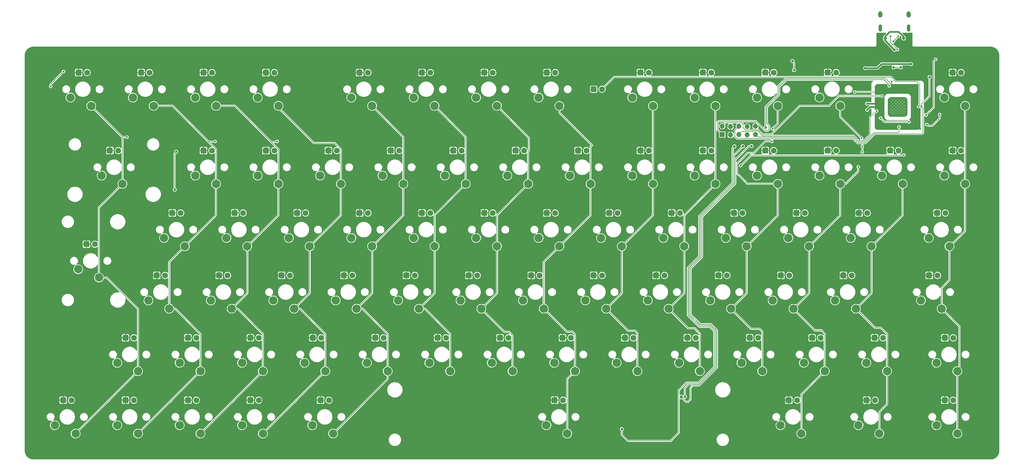
<source format=gbr>
%TF.GenerationSoftware,KiCad,Pcbnew,(6.0.2)*%
%TF.CreationDate,2022-03-04T22:46:12-03:00*%
%TF.ProjectId,BareDevRev2,42617265-4465-4765-9265-76322e6b6963,V1.1.0*%
%TF.SameCoordinates,Original*%
%TF.FileFunction,Copper,L2,Bot*%
%TF.FilePolarity,Positive*%
%FSLAX46Y46*%
G04 Gerber Fmt 4.6, Leading zero omitted, Abs format (unit mm)*
G04 Created by KiCad (PCBNEW (6.0.2)) date 2022-03-04 22:46:12*
%MOMM*%
%LPD*%
G01*
G04 APERTURE LIST*
G04 Aperture macros list*
%AMRoundRect*
0 Rectangle with rounded corners*
0 $1 Rounding radius*
0 $2 $3 $4 $5 $6 $7 $8 $9 X,Y pos of 4 corners*
0 Add a 4 corners polygon primitive as box body*
4,1,4,$2,$3,$4,$5,$6,$7,$8,$9,$2,$3,0*
0 Add four circle primitives for the rounded corners*
1,1,$1+$1,$2,$3*
1,1,$1+$1,$4,$5*
1,1,$1+$1,$6,$7*
1,1,$1+$1,$8,$9*
0 Add four rect primitives between the rounded corners*
20,1,$1+$1,$2,$3,$4,$5,0*
20,1,$1+$1,$4,$5,$6,$7,0*
20,1,$1+$1,$6,$7,$8,$9,0*
20,1,$1+$1,$8,$9,$2,$3,0*%
G04 Aperture macros list end*
%TA.AperFunction,ComponentPad*%
%ADD10C,2.540000*%
%TD*%
%TA.AperFunction,ComponentPad*%
%ADD11C,1.778000*%
%TD*%
%TA.AperFunction,ComponentPad*%
%ADD12RoundRect,0.177800X0.711200X0.711200X-0.711200X0.711200X-0.711200X-0.711200X0.711200X-0.711200X0*%
%TD*%
%TA.AperFunction,ComponentPad*%
%ADD13C,0.600000*%
%TD*%
%TA.AperFunction,ComponentPad*%
%ADD14R,1.524000X1.524000*%
%TD*%
%TA.AperFunction,ComponentPad*%
%ADD15O,1.524000X1.524000*%
%TD*%
%TA.AperFunction,ComponentPad*%
%ADD16O,1.100000X2.200000*%
%TD*%
%TA.AperFunction,ComponentPad*%
%ADD17O,1.300000X1.900000*%
%TD*%
%TA.AperFunction,ViaPad*%
%ADD18C,0.600000*%
%TD*%
%TA.AperFunction,ViaPad*%
%ADD19C,1.000000*%
%TD*%
%TA.AperFunction,ViaPad*%
%ADD20C,0.800000*%
%TD*%
%TA.AperFunction,Conductor*%
%ADD21C,0.200000*%
%TD*%
%TA.AperFunction,Conductor*%
%ADD22C,0.500000*%
%TD*%
G04 APERTURE END LIST*
D10*
%TO.P,K_106,1,1*%
%TO.N,COL6*%
X189213512Y-54605000D03*
%TO.P,K_106,2,2*%
%TO.N,Net-(D_106-Pad2)*%
X182863512Y-52065000D03*
%TD*%
%TO.P,K_156,1,1*%
%TO.N,COL1*%
X289226012Y-135567500D03*
%TO.P,K_156,2,2*%
%TO.N,Net-(D_156-Pad2)*%
X282876012Y-133027500D03*
%TD*%
%TO.P,K_110,1,1*%
%TO.N,COL10*%
X103488512Y-54605000D03*
%TO.P,K_110,2,2*%
%TO.N,Net-(D_110-Pad2)*%
X97138512Y-52065000D03*
%TD*%
%TO.P,K_102,1,1*%
%TO.N,COL2*%
X274938512Y-54605000D03*
%TO.P,K_102,2,2*%
%TO.N,Net-(D_102-Pad2)*%
X268588512Y-52065000D03*
%TD*%
D11*
%TO.P,LED139,A,A*%
%TO.N,Net-(LED139-PadA)*%
X92693512Y-87307500D03*
D12*
%TO.P,LED139,K,K*%
%TO.N,GND*%
X90153512Y-87307500D03*
%TD*%
D10*
%TO.P,K_154,1,1*%
%TO.N,COL12*%
X70151012Y-116517500D03*
%TO.P,K_154,2,2*%
%TO.N,Net-(D_154-Pad2)*%
X63801012Y-113977500D03*
%TD*%
%TO.P,K_144,1,1*%
%TO.N,COL2*%
X260651012Y-116517500D03*
%TO.P,K_144,2,2*%
%TO.N,Net-(D_144-Pad2)*%
X254301012Y-113977500D03*
%TD*%
D11*
%TO.P,LED127,A,A*%
%TO.N,Net-(LED127-PadA)*%
X54593512Y-68257500D03*
D12*
%TO.P,LED127,K,K*%
%TO.N,GND*%
X52053512Y-68257500D03*
%TD*%
D10*
%TO.P,K_149,1,1*%
%TO.N,COL7*%
X165401012Y-116517500D03*
%TO.P,K_149,2,2*%
%TO.N,Net-(D_149-Pad2)*%
X159051012Y-113977500D03*
%TD*%
D11*
%TO.P,LED114,A,A*%
%TO.N,Net-(LED114-PadA)*%
X311768512Y-68257500D03*
D12*
%TO.P,LED114,K,K*%
%TO.N,GND*%
X309228512Y-68257500D03*
%TD*%
D11*
%TO.P,LED152,A,A*%
%TO.N,Net-(LED152-PadA)*%
X106981012Y-106357500D03*
D12*
%TO.P,LED152,K,K*%
%TO.N,GND*%
X104441012Y-106357500D03*
%TD*%
D11*
%TO.P,LED154,A,A*%
%TO.N,Net-(LED154-PadA)*%
X68881012Y-106357500D03*
D12*
%TO.P,LED154,K,K*%
%TO.N,GND*%
X66341012Y-106357500D03*
%TD*%
D11*
%TO.P,LED126,A,A*%
%TO.N,Net-(LED126-PadA)*%
X83168512Y-68257500D03*
D12*
%TO.P,LED126,K,K*%
%TO.N,GND*%
X80628512Y-68257500D03*
%TD*%
D10*
%TO.P,K_155,1,1*%
%TO.N,COL0*%
X310657262Y-135567500D03*
%TO.P,K_155,2,2*%
%TO.N,Net-(D_155-Pad2)*%
X304307262Y-133027500D03*
%TD*%
%TO.P,K_147,1,1*%
%TO.N,COL5*%
X203501012Y-116517500D03*
%TO.P,K_147,2,2*%
%TO.N,Net-(D_147-Pad2)*%
X197151012Y-113977500D03*
%TD*%
%TO.P,K_150,1,1*%
%TO.N,COL8*%
X146351012Y-116517500D03*
%TO.P,K_150,2,2*%
%TO.N,Net-(D_150-Pad2)*%
X140001012Y-113977500D03*
%TD*%
D11*
%TO.P,LED156,A,A*%
%TO.N,Net-(LED156-PadA)*%
X287956012Y-125407500D03*
D12*
%TO.P,LED156,K,K*%
%TO.N,GND*%
X285416012Y-125407500D03*
%TD*%
D10*
%TO.P,K_115,1,1*%
%TO.N,COL1*%
X293988512Y-78417500D03*
%TO.P,K_115,2,2*%
%TO.N,Net-(D_115-Pad2)*%
X287638512Y-75877500D03*
%TD*%
%TO.P,K_117,1,1*%
%TO.N,COL3*%
X255888512Y-78417500D03*
%TO.P,K_117,2,2*%
%TO.N,Net-(D_117-Pad2)*%
X249538512Y-75877500D03*
%TD*%
D11*
%TO.P,LED117,A,A*%
%TO.N,Net-(LED117-PadA)*%
X254618512Y-68257500D03*
D12*
%TO.P,LED117,K,K*%
%TO.N,GND*%
X252078512Y-68257500D03*
%TD*%
D11*
%TO.P,LED150,A,A*%
%TO.N,Net-(LED150-PadA)*%
X145081012Y-106357500D03*
D12*
%TO.P,LED150,K,K*%
%TO.N,GND*%
X142541012Y-106357500D03*
%TD*%
D10*
%TO.P,K_173,1,1*%
%TO.N,COL9*%
X120157262Y-154617500D03*
%TO.P,K_173,2,2*%
%TO.N,Net-(D_173-Pad2)*%
X113807262Y-152077500D03*
%TD*%
%TO.P,K_127,1,1*%
%TO.N,COL13*%
X55863512Y-78417500D03*
%TO.P,K_127,2,2*%
%TO.N,Net-(D_127-Pad2)*%
X49513512Y-75877500D03*
%TD*%
%TO.P,K_112,1,1*%
%TO.N,COL12*%
X65388512Y-54605000D03*
%TO.P,K_112,2,2*%
%TO.N,Net-(D_112-Pad2)*%
X59038512Y-52065000D03*
%TD*%
D11*
%TO.P,LED155,A,A*%
%TO.N,Net-(LED155-PadA)*%
X309387262Y-125407500D03*
D12*
%TO.P,LED155,K,K*%
%TO.N,GND*%
X306847262Y-125407500D03*
%TD*%
D11*
%TO.P,LED118,A,A*%
%TO.N,Net-(LED118-PadA)*%
X235568512Y-68257500D03*
D12*
%TO.P,LED118,K,K*%
%TO.N,GND*%
X233028512Y-68257500D03*
%TD*%
D11*
%TO.P,LED122,A,A*%
%TO.N,Net-(LED122-PadA)*%
X159368512Y-68257500D03*
D12*
%TO.P,LED122,K,K*%
%TO.N,GND*%
X156828512Y-68257500D03*
%TD*%
D11*
%TO.P,LED104,A,A*%
%TO.N,Net-(LED104-PadA)*%
X235568512Y-44445000D03*
D12*
%TO.P,LED104,K,K*%
%TO.N,GND*%
X233028512Y-44445000D03*
%TD*%
D11*
%TO.P,LED167,A,A*%
%TO.N,Net-(LED167-PadA)*%
X78406012Y-125407500D03*
D12*
%TO.P,LED167,K,K*%
%TO.N,GND*%
X75866012Y-125407500D03*
%TD*%
D11*
%TO.P,LED115,A,A*%
%TO.N,Net-(LED115-PadA)*%
X292718512Y-68257500D03*
D12*
%TO.P,LED115,K,K*%
%TO.N,GND*%
X290178512Y-68257500D03*
%TD*%
D13*
%TO.P,U2,47,VSS*%
%TO.N,GND*%
X293448512Y-52936116D03*
X293448512Y-56936116D03*
X293448512Y-55936116D03*
X294448512Y-54936116D03*
X290448512Y-54936116D03*
X290448512Y-56936116D03*
X291448512Y-54936116D03*
X290448512Y-52936116D03*
X294448512Y-55936116D03*
X291448512Y-56936116D03*
X291448512Y-52936116D03*
X291448512Y-55936116D03*
X290448512Y-53936116D03*
X291448512Y-53936116D03*
X292448512Y-53936116D03*
X292448512Y-52936116D03*
X293448512Y-53936116D03*
X294448512Y-56936116D03*
X294448512Y-52936116D03*
X293448512Y-54936116D03*
X292448512Y-54936116D03*
X292448512Y-56936116D03*
X290448512Y-55936116D03*
X292448512Y-55936116D03*
X294448512Y-53936116D03*
%TD*%
D11*
%TO.P,LED166,A,A*%
%TO.N,Net-(LED166-PadA)*%
X97456012Y-125407500D03*
D12*
%TO.P,LED166,K,K*%
%TO.N,GND*%
X94916012Y-125407500D03*
%TD*%
D10*
%TO.P,K_177,1,1*%
%TO.N,COL13*%
X41576012Y-154617500D03*
%TO.P,K_177,2,2*%
%TO.N,Net-(D_177-Pad2)*%
X35226012Y-152077500D03*
%TD*%
D11*
%TO.P,LED148,A,A*%
%TO.N,Net-(LED148-PadA)*%
X183181012Y-106357500D03*
D12*
%TO.P,LED148,K,K*%
%TO.N,GND*%
X180641012Y-106357500D03*
%TD*%
D11*
%TO.P,LED138,A,A*%
%TO.N,Net-(LED138-PadA)*%
X111743512Y-87307500D03*
D12*
%TO.P,LED138,K,K*%
%TO.N,GND*%
X109203512Y-87307500D03*
%TD*%
D11*
%TO.P,LED162,A,A*%
%TO.N,Net-(LED162-PadA)*%
X173656012Y-125407500D03*
D12*
%TO.P,LED162,K,K*%
%TO.N,GND*%
X171116012Y-125407500D03*
%TD*%
D11*
%TO.P,LED106,A,A*%
%TO.N,Net-(LED106-PadA)*%
X187943512Y-44445000D03*
D12*
%TO.P,LED106,K,K*%
%TO.N,GND*%
X185403512Y-44445000D03*
%TD*%
D11*
%TO.P,LED163,A,A*%
%TO.N,Net-(LED163-PadA)*%
X154606012Y-125407500D03*
D12*
%TO.P,LED163,K,K*%
%TO.N,GND*%
X152066012Y-125407500D03*
%TD*%
D11*
%TO.P,LED105,A,A*%
%TO.N,Net-(LED105-PadA)*%
X216518512Y-44445000D03*
D12*
%TO.P,LED105,K,K*%
%TO.N,GND*%
X213978512Y-44445000D03*
%TD*%
D10*
%TO.P,K_125,1,1*%
%TO.N,COL11*%
X103488512Y-78417500D03*
%TO.P,K_125,2,2*%
%TO.N,Net-(D_125-Pad2)*%
X97138512Y-75877500D03*
%TD*%
D11*
%TO.P,LED158,A,A*%
%TO.N,Net-(LED158-PadA)*%
X249856012Y-125407500D03*
D12*
%TO.P,LED158,K,K*%
%TO.N,GND*%
X247316012Y-125407500D03*
%TD*%
D10*
%TO.P,K_116,1,1*%
%TO.N,COL2*%
X274938512Y-78417500D03*
%TO.P,K_116,2,2*%
%TO.N,Net-(D_116-Pad2)*%
X268588512Y-75877500D03*
%TD*%
%TO.P,K_160,1,1*%
%TO.N,COL5*%
X213026012Y-135567500D03*
%TO.P,K_160,2,2*%
%TO.N,Net-(D_160-Pad2)*%
X206676012Y-133027500D03*
%TD*%
D11*
%TO.P,LED112,A,A*%
%TO.N,Net-(LED112-PadA)*%
X64118512Y-44445000D03*
D12*
%TO.P,LED112,K,K*%
%TO.N,GND*%
X61578512Y-44445000D03*
%TD*%
D11*
%TO.P,LED168,A,A*%
%TO.N,Net-(LED168-PadA)*%
X59356012Y-125407500D03*
D12*
%TO.P,LED168,K,K*%
%TO.N,GND*%
X56816012Y-125407500D03*
%TD*%
D11*
%TO.P,LED109,A,A*%
%TO.N,Net-(LED109-PadA)*%
X130793512Y-44445000D03*
D12*
%TO.P,LED109,K,K*%
%TO.N,GND*%
X128253512Y-44445000D03*
%TD*%
D10*
%TO.P,K_138,1,1*%
%TO.N,COL10*%
X113013512Y-97467500D03*
%TO.P,K_138,2,2*%
%TO.N,Net-(D_138-Pad2)*%
X106663512Y-94927500D03*
%TD*%
D11*
%TO.P,LED177,A,A*%
%TO.N,Net-(LED177-PadA)*%
X40306012Y-144457500D03*
D12*
%TO.P,LED177,K,K*%
%TO.N,GND*%
X37766012Y-144457500D03*
%TD*%
D11*
%TO.P,LED147,A,A*%
%TO.N,Net-(LED147-PadA)*%
X202231012Y-106357500D03*
D12*
%TO.P,LED147,K,K*%
%TO.N,GND*%
X199691012Y-106357500D03*
%TD*%
D10*
%TO.P,K_152,1,1*%
%TO.N,COL10*%
X108251012Y-116517500D03*
%TO.P,K_152,2,2*%
%TO.N,Net-(D_152-Pad2)*%
X101901012Y-113977500D03*
%TD*%
D11*
%TO.P,LED144,A,A*%
%TO.N,Net-(LED144-PadA)*%
X259381012Y-106357500D03*
D12*
%TO.P,LED144,K,K*%
%TO.N,GND*%
X256841012Y-106357500D03*
%TD*%
D14*
%TO.P,X1,1,Pin_1*%
%TO.N,SWDIO*%
X238917270Y-63348639D03*
D15*
%TO.P,X1,2,Pin_2*%
%TO.N,SWCLK*%
X238917270Y-60808639D03*
%TO.P,X1,3,Pin_3*%
%TO.N,GND*%
X241457270Y-63475639D03*
%TO.P,X1,4,Pin_4*%
X241457270Y-60935639D03*
%TO.P,X1,5,Pin_5*%
%TO.N,BOOT0*%
X243997270Y-63348639D03*
%TO.P,X1,6,Pin_6*%
%TO.N,PB2{slash}BOOT1*%
X243997270Y-60808639D03*
%TO.P,X1,7,Pin_7*%
%TO.N,3V3*%
X246537270Y-63475639D03*
%TO.P,X1,8,Pin_8*%
X246537270Y-60935639D03*
%TO.P,X1,9,Pin_9*%
%TO.N,NRST*%
X249077270Y-63348639D03*
%TO.P,X1,10,Pin_10*%
%TO.N,GND*%
X249077270Y-60808639D03*
%TD*%
D11*
%TO.P,LED1,A,A*%
%TO.N,CAPS_INDICATOR*%
X202231012Y-49525000D03*
D12*
%TO.P,LED1,K,K*%
%TO.N,Net-(LED1-PadK)*%
X199691012Y-49525000D03*
%TD*%
D10*
%TO.P,K_168,1,1*%
%TO.N,COL13*%
X60626012Y-135567500D03*
%TO.P,K_168,2,2*%
%TO.N,Net-(D_168-Pad2)*%
X54276012Y-133027500D03*
%TD*%
D11*
%TO.P,LED140,A,A*%
%TO.N,Net-(LED140-PadA)*%
X73643512Y-87307500D03*
D12*
%TO.P,LED140,K,K*%
%TO.N,GND*%
X71103512Y-87307500D03*
%TD*%
D11*
%TO.P,LED157,A,A*%
%TO.N,Net-(LED157-PadA)*%
X268906012Y-125407500D03*
D12*
%TO.P,LED157,K,K*%
%TO.N,GND*%
X266366012Y-125407500D03*
%TD*%
D10*
%TO.P,K_158,1,1*%
%TO.N,COL3*%
X251126012Y-135567500D03*
%TO.P,K_158,2,2*%
%TO.N,Net-(D_158-Pad2)*%
X244776012Y-133027500D03*
%TD*%
%TO.P,K_161,1,1*%
%TO.N,COL6*%
X193976012Y-135567500D03*
%TO.P,K_161,2,2*%
%TO.N,Net-(D_161-Pad2)*%
X187626012Y-133027500D03*
%TD*%
D11*
%TO.P,LED136,A,A*%
%TO.N,Net-(LED136-PadA)*%
X149843512Y-87307500D03*
D12*
%TO.P,LED136,K,K*%
%TO.N,GND*%
X147303512Y-87307500D03*
%TD*%
D10*
%TO.P,K_137,1,1*%
%TO.N,COL9*%
X132063512Y-97467500D03*
%TO.P,K_137,2,2*%
%TO.N,Net-(D_137-Pad2)*%
X125713512Y-94927500D03*
%TD*%
%TO.P,K_175,1,1*%
%TO.N,COL11*%
X79676012Y-154617500D03*
%TO.P,K_175,2,2*%
%TO.N,Net-(D_175-Pad2)*%
X73326012Y-152077500D03*
%TD*%
D11*
%TO.P,LED171,A,A*%
%TO.N,Net-(LED171-PadA)*%
X261762262Y-144457500D03*
D12*
%TO.P,LED171,K,K*%
%TO.N,GND*%
X259222262Y-144457500D03*
%TD*%
D11*
%TO.P,LED142,A,A*%
%TO.N,Net-(LED142-PadA)*%
X304624762Y-106357500D03*
D12*
%TO.P,LED142,K,K*%
%TO.N,GND*%
X302084762Y-106357500D03*
%TD*%
D11*
%TO.P,LED161,A,A*%
%TO.N,Net-(LED161-PadA)*%
X192706012Y-125407500D03*
D12*
%TO.P,LED161,K,K*%
%TO.N,GND*%
X190166012Y-125407500D03*
%TD*%
D10*
%TO.P,K_126,1,1*%
%TO.N,COL12*%
X84438512Y-78417500D03*
%TO.P,K_126,2,2*%
%TO.N,Net-(D_126-Pad2)*%
X78088512Y-75877500D03*
%TD*%
%TO.P,K_142,1,1*%
%TO.N,COL0*%
X305894762Y-116517500D03*
%TO.P,K_142,2,2*%
%TO.N,Net-(D_142-Pad2)*%
X299544762Y-113977500D03*
%TD*%
D11*
%TO.P,LED165,A,A*%
%TO.N,Net-(LED165-PadA)*%
X116506012Y-125407500D03*
D12*
%TO.P,LED165,K,K*%
%TO.N,GND*%
X113966012Y-125407500D03*
%TD*%
D10*
%TO.P,K_143,1,1*%
%TO.N,COL1*%
X279701012Y-116517500D03*
%TO.P,K_143,2,2*%
%TO.N,Net-(D_143-Pad2)*%
X273351012Y-113977500D03*
%TD*%
D11*
%TO.P,LED103,A,A*%
%TO.N,Net-(LED103-PadA)*%
X254623512Y-44445000D03*
D12*
%TO.P,LED103,K,K*%
%TO.N,GND*%
X252083512Y-44445000D03*
%TD*%
D11*
%TO.P,LED110,A,A*%
%TO.N,Net-(LED110-PadA)*%
X102218512Y-44445000D03*
D12*
%TO.P,LED110,K,K*%
%TO.N,GND*%
X99678512Y-44445000D03*
%TD*%
D10*
%TO.P,K_101,1,1*%
%TO.N,COL0*%
X313038512Y-54605000D03*
%TO.P,K_101,2,2*%
%TO.N,Net-(D_101-Pad2)*%
X306688512Y-52065000D03*
%TD*%
%TO.P,K_130,1,1*%
%TO.N,COL2*%
X265413512Y-97467500D03*
%TO.P,K_130,2,2*%
%TO.N,Net-(D_130-Pad2)*%
X259063512Y-94927500D03*
%TD*%
D11*
%TO.P,LED172,A,A*%
%TO.N,Net-(LED172-PadA)*%
X190324762Y-144457500D03*
D12*
%TO.P,LED172,K,K*%
%TO.N,GND*%
X187784762Y-144457500D03*
%TD*%
D10*
%TO.P,K_159,1,1*%
%TO.N,COL4*%
X232076012Y-135567500D03*
%TO.P,K_159,2,2*%
%TO.N,Net-(D_159-Pad2)*%
X225726012Y-133027500D03*
%TD*%
%TO.P,K_131,1,1*%
%TO.N,COL3*%
X246363512Y-97467500D03*
%TO.P,K_131,2,2*%
%TO.N,Net-(D_131-Pad2)*%
X240013512Y-94927500D03*
%TD*%
%TO.P,K_135,1,1*%
%TO.N,COL7*%
X170163512Y-97467500D03*
%TO.P,K_135,2,2*%
%TO.N,Net-(D_135-Pad2)*%
X163813512Y-94927500D03*
%TD*%
%TO.P,K_109,1,1*%
%TO.N,COL9*%
X132063512Y-54605000D03*
%TO.P,K_109,2,2*%
%TO.N,Net-(D_109-Pad2)*%
X125713512Y-52065000D03*
%TD*%
%TO.P,K_108,1,1*%
%TO.N,COL8*%
X151113512Y-54605000D03*
%TO.P,K_108,2,2*%
%TO.N,Net-(D_108-Pad2)*%
X144763512Y-52065000D03*
%TD*%
D11*
%TO.P,LED101,A,A*%
%TO.N,Net-(LED101-PadA)*%
X311768330Y-44445440D03*
D12*
%TO.P,LED101,K,K*%
%TO.N,GND*%
X309228330Y-44445440D03*
%TD*%
D11*
%TO.P,LED120,A,A*%
%TO.N,Net-(LED120-PadA)*%
X197468512Y-68257500D03*
D12*
%TO.P,LED120,K,K*%
%TO.N,GND*%
X194928512Y-68257500D03*
%TD*%
D10*
%TO.P,K_132,1,1*%
%TO.N,COL4*%
X227313512Y-97467500D03*
%TO.P,K_132,2,2*%
%TO.N,Net-(D_132-Pad2)*%
X220963512Y-94927500D03*
%TD*%
D11*
%TO.P,LED134,A,A*%
%TO.N,Net-(LED134-PadA)*%
X187943512Y-87307500D03*
D12*
%TO.P,LED134,K,K*%
%TO.N,GND*%
X185403512Y-87307500D03*
%TD*%
D11*
%TO.P,LED174,A,A*%
%TO.N,Net-(LED174-PadA)*%
X97456012Y-144457500D03*
D12*
%TO.P,LED174,K,K*%
%TO.N,GND*%
X94916012Y-144457500D03*
%TD*%
D10*
%TO.P,K_107,1,1*%
%TO.N,COL7*%
X170163512Y-54605000D03*
%TO.P,K_107,2,2*%
%TO.N,Net-(D_107-Pad2)*%
X163813512Y-52065000D03*
%TD*%
%TO.P,K_171,1,1*%
%TO.N,COL2*%
X263032262Y-154617500D03*
%TO.P,K_171,2,2*%
%TO.N,Net-(D_171-Pad2)*%
X256682262Y-152077500D03*
%TD*%
D16*
%TO.P,J401,S,SHIELD*%
%TO.N,GNDPWR*%
X295748512Y-30867354D03*
D17*
X295748512Y-26667354D03*
X287148512Y-26667354D03*
D16*
X287148512Y-30867354D03*
%TD*%
D11*
%TO.P,LED176,A,A*%
%TO.N,Net-(LED176-PadA)*%
X59356012Y-144457500D03*
D12*
%TO.P,LED176,K,K*%
%TO.N,GND*%
X56816012Y-144457500D03*
%TD*%
D10*
%TO.P,K_140,1,1*%
%TO.N,COL12*%
X74913512Y-97467500D03*
%TO.P,K_140,2,2*%
%TO.N,Net-(D_140-Pad2)*%
X68563512Y-94927500D03*
%TD*%
D11*
%TO.P,LED133,A,A*%
%TO.N,Net-(LED133-PadA)*%
X206993512Y-87307500D03*
D12*
%TO.P,LED133,K,K*%
%TO.N,GND*%
X204453512Y-87307500D03*
%TD*%
D10*
%TO.P,K_123,1,1*%
%TO.N,COL9*%
X141588512Y-78417500D03*
%TO.P,K_123,2,2*%
%TO.N,Net-(D_123-Pad2)*%
X135238512Y-75877500D03*
%TD*%
%TO.P,K_148,1,1*%
%TO.N,COL6*%
X184451012Y-116517500D03*
%TO.P,K_148,2,2*%
%TO.N,Net-(D_148-Pad2)*%
X178101012Y-113977500D03*
%TD*%
%TO.P,K_124,1,1*%
%TO.N,COL10*%
X122538512Y-78417500D03*
%TO.P,K_124,2,2*%
%TO.N,Net-(D_124-Pad2)*%
X116188512Y-75877500D03*
%TD*%
D11*
%TO.P,LED169,A,A*%
%TO.N,Net-(LED169-PadA)*%
X309387262Y-144457500D03*
D12*
%TO.P,LED169,K,K*%
%TO.N,GND*%
X306847262Y-144457500D03*
%TD*%
D10*
%TO.P,K_166,1,1*%
%TO.N,COL11*%
X98726012Y-135567500D03*
%TO.P,K_166,2,2*%
%TO.N,Net-(D_166-Pad2)*%
X92376012Y-133027500D03*
%TD*%
%TO.P,K_167,1,1*%
%TO.N,COL12*%
X79676012Y-135567500D03*
%TO.P,K_167,2,2*%
%TO.N,Net-(D_167-Pad2)*%
X73326012Y-133027500D03*
%TD*%
%TO.P,K_103,1,1*%
%TO.N,COL3*%
X255893512Y-54605000D03*
%TO.P,K_103,2,2*%
%TO.N,Net-(D_103-Pad2)*%
X249543512Y-52065000D03*
%TD*%
%TO.P,K_129,1,1*%
%TO.N,COL1*%
X284463512Y-97467500D03*
%TO.P,K_129,2,2*%
%TO.N,Net-(D_129-Pad2)*%
X278113512Y-94927500D03*
%TD*%
%TO.P,K_165,1,1*%
%TO.N,COL10*%
X117776012Y-135567500D03*
%TO.P,K_165,2,2*%
%TO.N,Net-(D_165-Pad2)*%
X111426012Y-133027500D03*
%TD*%
D11*
%TO.P,LED119,A,A*%
%TO.N,Net-(LED119-PadA)*%
X216518512Y-68257500D03*
D12*
%TO.P,LED119,K,K*%
%TO.N,GND*%
X213978512Y-68257500D03*
%TD*%
D10*
%TO.P,K_151,1,1*%
%TO.N,COL9*%
X127301012Y-116517500D03*
%TO.P,K_151,2,2*%
%TO.N,Net-(D_151-Pad2)*%
X120951012Y-113977500D03*
%TD*%
D11*
%TO.P,LED151,A,A*%
%TO.N,Net-(LED151-PadA)*%
X126031012Y-106357500D03*
D12*
%TO.P,LED151,K,K*%
%TO.N,GND*%
X123491012Y-106357500D03*
%TD*%
D11*
%TO.P,LED121,A,A*%
%TO.N,Net-(LED121-PadA)*%
X178418512Y-68257500D03*
D12*
%TO.P,LED121,K,K*%
%TO.N,GND*%
X175878512Y-68257500D03*
%TD*%
D11*
%TO.P,LED153,A,A*%
%TO.N,Net-(LED153-PadA)*%
X87931012Y-106357500D03*
D12*
%TO.P,LED153,K,K*%
%TO.N,GND*%
X85391012Y-106357500D03*
%TD*%
D10*
%TO.P,K_139,1,1*%
%TO.N,COL11*%
X93963512Y-97467500D03*
%TO.P,K_139,2,2*%
%TO.N,Net-(D_139-Pad2)*%
X87613512Y-94927500D03*
%TD*%
%TO.P,K_119,1,1*%
%TO.N,COL5*%
X217788512Y-78417500D03*
%TO.P,K_119,2,2*%
%TO.N,Net-(D_119-Pad2)*%
X211438512Y-75877500D03*
%TD*%
%TO.P,K_114,1,1*%
%TO.N,COL0*%
X313038512Y-78417500D03*
%TO.P,K_114,2,2*%
%TO.N,Net-(D_114-Pad2)*%
X306688512Y-75877500D03*
%TD*%
%TO.P,K_157,1,1*%
%TO.N,COL2*%
X270176012Y-135567500D03*
%TO.P,K_157,2,2*%
%TO.N,Net-(D_157-Pad2)*%
X263826012Y-133027500D03*
%TD*%
%TO.P,K_113,1,1*%
%TO.N,COL13*%
X46338512Y-54605000D03*
%TO.P,K_113,2,2*%
%TO.N,Net-(D_113-Pad2)*%
X39988512Y-52065000D03*
%TD*%
%TO.P,K_169,1,1*%
%TO.N,COL0*%
X310657262Y-154617500D03*
%TO.P,K_169,2,2*%
%TO.N,Net-(D_169-Pad2)*%
X304307262Y-152077500D03*
%TD*%
%TO.P,K_164,1,1*%
%TO.N,COL9*%
X136826012Y-135567500D03*
%TO.P,K_164,2,2*%
%TO.N,Net-(D_164-Pad2)*%
X130476012Y-133027500D03*
%TD*%
D11*
%TO.P,LED123,A,A*%
%TO.N,Net-(LED123-PadA)*%
X140318512Y-68257500D03*
D12*
%TO.P,LED123,K,K*%
%TO.N,GND*%
X137778512Y-68257500D03*
%TD*%
D10*
%TO.P,K_153,1,1*%
%TO.N,COL11*%
X89201012Y-116517500D03*
%TO.P,K_153,2,2*%
%TO.N,Net-(D_153-Pad2)*%
X82851012Y-113977500D03*
%TD*%
%TO.P,K_118,1,1*%
%TO.N,COL4*%
X236838512Y-78417500D03*
%TO.P,K_118,2,2*%
%TO.N,Net-(D_118-Pad2)*%
X230488512Y-75877500D03*
%TD*%
%TO.P,K_145,1,1*%
%TO.N,COL3*%
X241601012Y-116517500D03*
%TO.P,K_145,2,2*%
%TO.N,Net-(D_145-Pad2)*%
X235251012Y-113977500D03*
%TD*%
D11*
%TO.P,LED149,A,A*%
%TO.N,Net-(LED149-PadA)*%
X164131012Y-106357500D03*
D12*
%TO.P,LED149,K,K*%
%TO.N,GND*%
X161591012Y-106357500D03*
%TD*%
D11*
%TO.P,LED128,A,A*%
%TO.N,Net-(LED128-PadA)*%
X307006012Y-87307500D03*
D12*
%TO.P,LED128,K,K*%
%TO.N,GND*%
X304466012Y-87307500D03*
%TD*%
D11*
%TO.P,LED129,A,A*%
%TO.N,Net-(LED129-PadA)*%
X283193512Y-87307500D03*
D12*
%TO.P,LED129,K,K*%
%TO.N,GND*%
X280653512Y-87307500D03*
%TD*%
D10*
%TO.P,K_120,1,1*%
%TO.N,COL6*%
X198738512Y-78417500D03*
%TO.P,K_120,2,2*%
%TO.N,Net-(D_120-Pad2)*%
X192388512Y-75877500D03*
%TD*%
D11*
%TO.P,LED125,A,A*%
%TO.N,Net-(LED125-PadA)*%
X102218512Y-68257500D03*
D12*
%TO.P,LED125,K,K*%
%TO.N,GND*%
X99678512Y-68257500D03*
%TD*%
D11*
%TO.P,LED143,A,A*%
%TO.N,Net-(LED143-PadA)*%
X278431012Y-106357500D03*
D12*
%TO.P,LED143,K,K*%
%TO.N,GND*%
X275891012Y-106357500D03*
%TD*%
D10*
%TO.P,K_172,1,1*%
%TO.N,COL6*%
X191594762Y-154617500D03*
%TO.P,K_172,2,2*%
%TO.N,Net-(D_172-Pad2)*%
X185244762Y-152077500D03*
%TD*%
%TO.P,K_121,1,1*%
%TO.N,COL7*%
X179688512Y-78417500D03*
%TO.P,K_121,2,2*%
%TO.N,Net-(D_121-Pad2)*%
X173338512Y-75877500D03*
%TD*%
%TO.P,K_104,1,1*%
%TO.N,COL4*%
X236838512Y-54605000D03*
%TO.P,K_104,2,2*%
%TO.N,Net-(D_104-Pad2)*%
X230488512Y-52065000D03*
%TD*%
%TO.P,K_162,1,1*%
%TO.N,COL7*%
X174926012Y-135567500D03*
%TO.P,K_162,2,2*%
%TO.N,Net-(D_162-Pad2)*%
X168576012Y-133027500D03*
%TD*%
%TO.P,K_146,1,1*%
%TO.N,COL4*%
X222551012Y-116517500D03*
%TO.P,K_146,2,2*%
%TO.N,Net-(D_146-Pad2)*%
X216201012Y-113977500D03*
%TD*%
%TO.P,K_134,1,1*%
%TO.N,COL6*%
X189213512Y-97467500D03*
%TO.P,K_134,2,2*%
%TO.N,Net-(D_134-Pad2)*%
X182863512Y-94927500D03*
%TD*%
D11*
%TO.P,LED132,A,A*%
%TO.N,Net-(LED132-PadA)*%
X226043512Y-87307500D03*
D12*
%TO.P,LED132,K,K*%
%TO.N,GND*%
X223503512Y-87307500D03*
%TD*%
D11*
%TO.P,LED111,A,A*%
%TO.N,Net-(LED111-PadA)*%
X83168512Y-44445000D03*
D12*
%TO.P,LED111,K,K*%
%TO.N,GND*%
X80628512Y-44445000D03*
%TD*%
D11*
%TO.P,LED102,A,A*%
%TO.N,Net-(LED102-PadA)*%
X273668512Y-44445000D03*
D12*
%TO.P,LED102,K,K*%
%TO.N,GND*%
X271128512Y-44445000D03*
%TD*%
D11*
%TO.P,LED170,A,A*%
%TO.N,Net-(LED170-PadA)*%
X285574762Y-144457500D03*
D12*
%TO.P,LED170,K,K*%
%TO.N,GND*%
X283034762Y-144457500D03*
%TD*%
D10*
%TO.P,K_163,1,1*%
%TO.N,COL8*%
X155876012Y-135567500D03*
%TO.P,K_163,2,2*%
%TO.N,Net-(D_163-Pad2)*%
X149526012Y-133027500D03*
%TD*%
D11*
%TO.P,LED131,A,A*%
%TO.N,Net-(LED131-PadA)*%
X245093512Y-87307500D03*
D12*
%TO.P,LED131,K,K*%
%TO.N,GND*%
X242553512Y-87307500D03*
%TD*%
D10*
%TO.P,K_136,1,1*%
%TO.N,COL8*%
X151113512Y-97467500D03*
%TO.P,K_136,2,2*%
%TO.N,Net-(D_136-Pad2)*%
X144763512Y-94927500D03*
%TD*%
D11*
%TO.P,LED175,A,A*%
%TO.N,Net-(LED175-PadA)*%
X78406012Y-144457500D03*
D12*
%TO.P,LED175,K,K*%
%TO.N,GND*%
X75866012Y-144457500D03*
%TD*%
D10*
%TO.P,K_170,1,1*%
%TO.N,COL1*%
X286844762Y-154617500D03*
%TO.P,K_170,2,2*%
%TO.N,Net-(D_170-Pad2)*%
X280494762Y-152077500D03*
%TD*%
D11*
%TO.P,LED173,A,A*%
%TO.N,Net-(LED173-PadA)*%
X118887262Y-144457500D03*
D12*
%TO.P,LED173,K,K*%
%TO.N,GND*%
X116347262Y-144457500D03*
%TD*%
D11*
%TO.P,LED137,A,A*%
%TO.N,Net-(LED137-PadA)*%
X130793512Y-87307500D03*
D12*
%TO.P,LED137,K,K*%
%TO.N,GND*%
X128253512Y-87307500D03*
%TD*%
D11*
%TO.P,LED145,A,A*%
%TO.N,Net-(LED145-PadA)*%
X240331012Y-106357500D03*
D12*
%TO.P,LED145,K,K*%
%TO.N,GND*%
X237791012Y-106357500D03*
%TD*%
D11*
%TO.P,LED160,A,A*%
%TO.N,Net-(LED160-PadA)*%
X211756012Y-125407500D03*
D12*
%TO.P,LED160,K,K*%
%TO.N,GND*%
X209216012Y-125407500D03*
%TD*%
D11*
%TO.P,LED146,A,A*%
%TO.N,Net-(LED146-PadA)*%
X221281012Y-106357500D03*
D12*
%TO.P,LED146,K,K*%
%TO.N,GND*%
X218741012Y-106357500D03*
%TD*%
D10*
%TO.P,K_111,1,1*%
%TO.N,COL11*%
X84438512Y-54605000D03*
%TO.P,K_111,2,2*%
%TO.N,Net-(D_111-Pad2)*%
X78088512Y-52065000D03*
%TD*%
%TO.P,K_174,1,1*%
%TO.N,COL10*%
X98726012Y-154617500D03*
%TO.P,K_174,2,2*%
%TO.N,Net-(D_174-Pad2)*%
X92376012Y-152077500D03*
%TD*%
D11*
%TO.P,LED141,A,A*%
%TO.N,Net-(LED141-PadA)*%
X47449762Y-96832500D03*
D12*
%TO.P,LED141,K,K*%
%TO.N,GND*%
X44909762Y-96832500D03*
%TD*%
D10*
%TO.P,K_133,1,1*%
%TO.N,COL5*%
X208263512Y-97467500D03*
%TO.P,K_133,2,2*%
%TO.N,Net-(D_133-Pad2)*%
X201913512Y-94927500D03*
%TD*%
D11*
%TO.P,LED130,A,A*%
%TO.N,Net-(LED130-PadA)*%
X264143512Y-87307500D03*
D12*
%TO.P,LED130,K,K*%
%TO.N,GND*%
X261603512Y-87307500D03*
%TD*%
D11*
%TO.P,LED164,A,A*%
%TO.N,Net-(LED164-PadA)*%
X135556012Y-125407500D03*
D12*
%TO.P,LED164,K,K*%
%TO.N,GND*%
X133016012Y-125407500D03*
%TD*%
D11*
%TO.P,LED108,A,A*%
%TO.N,Net-(LED108-PadA)*%
X149843512Y-44445000D03*
D12*
%TO.P,LED108,K,K*%
%TO.N,GND*%
X147303512Y-44445000D03*
%TD*%
D10*
%TO.P,K_176,1,1*%
%TO.N,COL12*%
X60626012Y-154617500D03*
%TO.P,K_176,2,2*%
%TO.N,Net-(D_176-Pad2)*%
X54276012Y-152077500D03*
%TD*%
%TO.P,K_105,1,1*%
%TO.N,COL5*%
X217788512Y-54605000D03*
%TO.P,K_105,2,2*%
%TO.N,Net-(D_105-Pad2)*%
X211438512Y-52065000D03*
%TD*%
D11*
%TO.P,LED135,A,A*%
%TO.N,Net-(LED135-PadA)*%
X168893512Y-87307500D03*
D12*
%TO.P,LED135,K,K*%
%TO.N,GND*%
X166353512Y-87307500D03*
%TD*%
D10*
%TO.P,K_122,1,1*%
%TO.N,COL8*%
X160638512Y-78417500D03*
%TO.P,K_122,2,2*%
%TO.N,Net-(D_122-Pad2)*%
X154288512Y-75877500D03*
%TD*%
%TO.P,K_128,1,1*%
%TO.N,COL0*%
X308276012Y-97467500D03*
%TO.P,K_128,2,2*%
%TO.N,Net-(D_128-Pad2)*%
X301926012Y-94927500D03*
%TD*%
D11*
%TO.P,LED159,A,A*%
%TO.N,Net-(LED159-PadA)*%
X230806012Y-125407500D03*
D12*
%TO.P,LED159,K,K*%
%TO.N,GND*%
X228266012Y-125407500D03*
%TD*%
D11*
%TO.P,LED113,A,A*%
%TO.N,Net-(LED113-PadA)*%
X45068512Y-44445000D03*
D12*
%TO.P,LED113,K,K*%
%TO.N,GND*%
X42528512Y-44445000D03*
%TD*%
D11*
%TO.P,LED107,A,A*%
%TO.N,Net-(LED107-PadA)*%
X168893512Y-44445000D03*
D12*
%TO.P,LED107,K,K*%
%TO.N,GND*%
X166353512Y-44445000D03*
%TD*%
D11*
%TO.P,LED124,A,A*%
%TO.N,Net-(LED124-PadA)*%
X121268512Y-68257500D03*
D12*
%TO.P,LED124,K,K*%
%TO.N,GND*%
X118728512Y-68257500D03*
%TD*%
D11*
%TO.P,LED116,A,A*%
%TO.N,Net-(LED116-PadA)*%
X273668512Y-68257500D03*
D12*
%TO.P,LED116,K,K*%
%TO.N,GND*%
X271128512Y-68257500D03*
%TD*%
D10*
%TO.P,K_141,1,1*%
%TO.N,COL13*%
X48719762Y-106992500D03*
%TO.P,K_141,2,2*%
%TO.N,Net-(D_141-Pad2)*%
X42369762Y-104452500D03*
%TD*%
D18*
%TO.N,GND*%
X206216172Y-76529399D03*
X300973510Y-54386116D03*
X281179295Y-61349064D03*
X288664572Y-71931999D03*
X231438372Y-79323399D03*
X246221172Y-74522799D03*
X282298540Y-48386117D03*
X296716372Y-77596199D03*
X174847172Y-79323399D03*
X269233572Y-79374199D03*
X266160172Y-74548199D03*
X214090172Y-76630999D03*
D19*
X287648512Y-35167354D03*
D18*
X214090172Y-79399599D03*
X92246372Y-65302599D03*
X279648512Y-56086116D03*
X231412972Y-71982799D03*
X302448512Y-43936116D03*
D19*
X270498540Y-53586118D03*
X295456280Y-34010847D03*
D18*
X155238372Y-79501199D03*
X271087772Y-76427799D03*
X148151772Y-79450399D03*
X289883772Y-77316799D03*
X225469372Y-76605599D03*
X212591572Y-71931999D03*
X289098540Y-66386117D03*
X299764372Y-71804999D03*
X187420172Y-76529399D03*
X250767772Y-79729799D03*
X293698540Y-66586117D03*
D20*
X294701570Y-39912244D03*
D18*
X228339572Y-141629599D03*
X282492372Y-76630999D03*
X226586972Y-141629599D03*
X278605451Y-65607830D03*
X263823372Y-76783399D03*
X192931972Y-79475799D03*
X252139372Y-76656399D03*
%TO.N,3V3*%
X286128512Y-59936116D03*
X299348512Y-61536116D03*
D20*
X252144778Y-61259749D03*
X245198207Y-66939090D03*
D18*
X288478512Y-50336116D03*
X287428512Y-60536116D03*
X283048512Y-53936116D03*
D20*
X227528882Y-143332500D03*
D18*
X297198511Y-49736116D03*
D19*
X286448512Y-48936116D03*
D18*
X279298540Y-50386117D03*
X283098540Y-55886116D03*
X290599012Y-47186118D03*
D20*
%TO.N,D+*%
X291198512Y-42882998D03*
X293433293Y-42883584D03*
%TO.N,5V*%
X282532291Y-43099042D03*
X296567407Y-41831775D03*
%TO.N,NRST*%
X247834190Y-66868467D03*
D19*
X226417467Y-143432500D03*
D18*
X292848512Y-60986116D03*
%TO.N,ROW0*%
X305276172Y-57225399D03*
X287242172Y-58317599D03*
X301340202Y-60267485D03*
X295954372Y-59486616D03*
%TO.N,LED_PWM*%
X304056972Y-40385199D03*
X301085172Y-57403199D03*
%TO.N,CAPS_INDICATOR*%
X298864030Y-54796957D03*
%TO.N,PB2{slash}BOOT1*%
X299711011Y-54796116D03*
D20*
X302184966Y-45790992D03*
D18*
%TO.N,SWDIO*%
X289888394Y-48473820D03*
%TO.N,SWCLK*%
X287648512Y-51586116D03*
%TO.N,BOOT0*%
X286048512Y-56136116D03*
D20*
X208283724Y-153237150D03*
X242620895Y-66961403D03*
%TO.N,ROW5*%
X260323566Y-40895090D03*
X260861386Y-43734781D03*
D19*
%TO.N,VBUS*%
X294248512Y-33967354D03*
D20*
X291448512Y-37504917D03*
D19*
X288648512Y-33967354D03*
D18*
%TO.N,DBUS+*%
X292410690Y-37409352D03*
X290254016Y-33391853D03*
%TO.N,DBUS-*%
X291103014Y-34924199D03*
X292643012Y-33391853D03*
%TO.N,COL2*%
X280434972Y-73201999D03*
X281628772Y-68706199D03*
X281654172Y-66953599D03*
X281476372Y-64464399D03*
%TO.N,COL3*%
X254272972Y-61568799D03*
X254044372Y-65429599D03*
%TO.N,COL10*%
X244519372Y-72846399D03*
X294328772Y-69595199D03*
%TO.N,COL11*%
X103092172Y-65429599D03*
%TO.N,COL12*%
X84143772Y-65480399D03*
%TO.N,COL13*%
X57270572Y-64134199D03*
%TO.N,/VLED*%
X37864972Y-44093599D03*
D20*
X71820851Y-80195109D03*
X72243038Y-68607769D03*
D18*
X33978772Y-48690999D03*
%TD*%
D21*
%TO.N,3V3*%
X255898572Y-48665599D02*
X255898572Y-51078599D01*
X229346779Y-139515353D02*
X228751844Y-139515353D01*
X290599012Y-48086616D02*
X288698992Y-46186596D01*
X228850540Y-118405771D02*
X232072766Y-121627997D01*
X236899603Y-123237539D02*
X236899603Y-134356293D01*
X288698992Y-46186596D02*
X258377575Y-46186596D01*
D22*
X284048540Y-54936116D02*
X285848512Y-54936116D01*
D21*
X252144778Y-54832393D02*
X252144778Y-61259749D01*
X228751844Y-139515353D02*
X227564572Y-140702625D01*
X235290062Y-121627998D02*
X236899603Y-123237539D01*
X227528882Y-140738315D02*
X227528882Y-143332500D01*
X242506647Y-78161585D02*
X232312631Y-88355601D01*
X255898572Y-51078599D02*
X252144778Y-54832393D01*
X245198207Y-66939090D02*
X242506648Y-69630649D01*
X290599012Y-47186118D02*
X290599012Y-48086616D01*
X232072766Y-121627997D02*
X235290062Y-121627998D01*
X232312630Y-100614691D02*
X228850540Y-104076781D01*
X242506648Y-69630649D02*
X242506647Y-78161585D01*
X231740544Y-139515352D02*
X229346779Y-139515353D01*
X258377575Y-46186596D02*
X255898572Y-48665599D01*
D22*
X283098540Y-55886116D02*
X284048540Y-54936116D01*
D21*
X236899603Y-134356293D02*
X231740544Y-139515352D01*
X232312631Y-88355601D02*
X232312630Y-100614691D01*
D22*
X283048512Y-53936116D02*
X285848512Y-53936116D01*
D21*
X228850540Y-104076781D02*
X228850540Y-118405771D01*
X227564572Y-140702625D02*
X227528882Y-140738315D01*
X279298540Y-50386117D02*
X286048512Y-50386116D01*
%TO.N,D+*%
X291918411Y-42883584D02*
X291917825Y-42882998D01*
X291917825Y-42882998D02*
X291198512Y-42882998D01*
X293433293Y-42883584D02*
X291918411Y-42883584D01*
D22*
%TO.N,5V*%
X287544776Y-41819027D02*
X286264761Y-43099042D01*
X286264761Y-43099042D02*
X282532291Y-43099042D01*
X296567407Y-41831775D02*
X296554659Y-41819027D01*
X296554659Y-41819027D02*
X287544776Y-41819027D01*
D21*
%TO.N,NRST*%
X249875010Y-64146379D02*
X249077270Y-63348639D01*
X237303757Y-134517145D02*
X237303757Y-130154446D01*
X228502913Y-144908543D02*
X229182335Y-144229121D01*
X232712149Y-100780178D02*
X232712151Y-88521087D01*
X229182335Y-144229121D02*
X229182335Y-140692561D01*
X285187035Y-62762599D02*
X282309955Y-65639679D01*
X235455549Y-121228479D02*
X232238252Y-121228477D01*
X226417467Y-143432500D02*
X227893510Y-144908543D01*
X292626889Y-62762599D02*
X285187035Y-62762599D01*
X231906031Y-139914871D02*
X237303757Y-134517145D01*
X229250060Y-104242267D02*
X232712149Y-100780178D01*
X280397258Y-65639679D02*
X278903959Y-64146380D01*
X232712151Y-88521087D02*
X242906166Y-78327072D01*
X237303757Y-130154446D02*
X237299122Y-130149811D01*
X227893510Y-144908543D02*
X228502913Y-144908543D01*
X232238252Y-121228477D02*
X229250060Y-118240285D01*
X278903959Y-64146380D02*
X249875010Y-64146379D01*
X242906168Y-71061562D02*
X247099263Y-66868467D01*
X229960024Y-139914872D02*
X231906031Y-139914871D01*
X247099263Y-66868467D02*
X247834190Y-66868467D01*
X237299122Y-123072052D02*
X235455549Y-121228479D01*
X242906166Y-78327072D02*
X242906168Y-71061562D01*
X292848512Y-60986116D02*
X292848512Y-62540976D01*
X237299122Y-130149811D02*
X237299122Y-123072052D01*
X282309955Y-65639679D02*
X280397258Y-65639679D01*
X229250060Y-118240285D02*
X229250060Y-104242267D01*
X229182335Y-140692561D02*
X229960024Y-139914872D01*
X292848512Y-62540976D02*
X292626889Y-62762599D01*
%TO.N,ROW0*%
X305326972Y-57276199D02*
X305276172Y-57225399D01*
X288385172Y-59460599D02*
X287242172Y-58317599D01*
X301340202Y-60267485D02*
X301752516Y-60679799D01*
X301752516Y-60679799D02*
X302913972Y-60679799D01*
X305326972Y-58266799D02*
X305326972Y-57276199D01*
X302913972Y-60679799D02*
X305326972Y-58266799D01*
X295954372Y-59486616D02*
X295928355Y-59460599D01*
X295928355Y-59460599D02*
X288385172Y-59460599D01*
%TO.N,LED_PWM*%
X303421972Y-41020199D02*
X304056972Y-40385199D01*
X301085172Y-57403199D02*
X303421972Y-55066399D01*
X303421972Y-55066399D02*
X303421972Y-41020199D01*
%TO.N,CAPS_INDICATOR*%
X298864030Y-54796957D02*
X299154772Y-54506215D01*
X299154772Y-54506215D02*
X299154772Y-48081399D01*
X298278472Y-47205099D02*
X291792718Y-47205099D01*
X299154772Y-48081399D02*
X298278472Y-47205099D01*
X290374695Y-45787076D02*
X205968936Y-45787076D01*
X291792718Y-47205099D02*
X290374695Y-45787076D01*
X205968936Y-45787076D02*
X202231012Y-49525000D01*
%TO.N,PB2{slash}BOOT1*%
X285352521Y-63162119D02*
X282475441Y-66039199D01*
X299711011Y-54796116D02*
X299711011Y-54105827D01*
X278738472Y-64545899D02*
X243370713Y-64545899D01*
X300193069Y-55278174D02*
X300193069Y-62821488D01*
X243370713Y-64545899D02*
X242804842Y-63980028D01*
X242804842Y-62001067D02*
X243997270Y-60808639D01*
X300771625Y-53045213D02*
X302184966Y-51631872D01*
X242804842Y-63980028D02*
X242804842Y-62001067D01*
X299852438Y-63162119D02*
X285352521Y-63162119D01*
X280231772Y-66039199D02*
X278738472Y-64545899D01*
X300193069Y-62821488D02*
X299852438Y-63162119D01*
X299711011Y-54105827D02*
X300771625Y-53045213D01*
X299711011Y-54796116D02*
X300193069Y-55278174D01*
X282475441Y-66039199D02*
X280231772Y-66039199D01*
X302184966Y-51631872D02*
X302184966Y-45790992D01*
%TO.N,SWDIO*%
X253206172Y-61746599D02*
X252767178Y-62185593D01*
X237446529Y-59558621D02*
X237446529Y-61877898D01*
X256298091Y-51244086D02*
X252544298Y-54997879D01*
X237712798Y-59292352D02*
X237446529Y-59558621D01*
X289888394Y-48191004D02*
X288283506Y-46586116D01*
X253206172Y-60578199D02*
X253206172Y-61746599D01*
X252544298Y-59916325D02*
X253206172Y-60578199D01*
X256298092Y-48831085D02*
X256298091Y-51244086D01*
X249188137Y-59292352D02*
X237712798Y-59292352D01*
X289888394Y-48473820D02*
X289888394Y-48191004D01*
X237446529Y-61877898D02*
X238917270Y-63348639D01*
X252544298Y-54997879D02*
X252544298Y-59916325D01*
X258543061Y-46586116D02*
X256298092Y-48831085D01*
X288283506Y-46586116D02*
X258543061Y-46586116D01*
X252767178Y-62185593D02*
X252081378Y-62185593D01*
X252081378Y-62185593D02*
X249188137Y-59292352D01*
%TO.N,SWCLK*%
X262578772Y-54583799D02*
X253815232Y-63347339D01*
X240034037Y-59691872D02*
X238917270Y-60808639D01*
X287648512Y-51586116D02*
X274466455Y-51586116D01*
X274466455Y-51586116D02*
X271468772Y-54583799D01*
X248472091Y-61887608D02*
X248345091Y-62014608D01*
X271468772Y-54583799D02*
X262578772Y-54583799D01*
X249896008Y-61887608D02*
X248472091Y-61887608D01*
X244793151Y-59691872D02*
X240034037Y-59691872D01*
X245252105Y-60150826D02*
X244793151Y-59691872D01*
X248345091Y-62014608D02*
X245990902Y-62014608D01*
X245990902Y-62014608D02*
X245252105Y-61275811D01*
X245252105Y-61275811D02*
X245252105Y-60150826D01*
X253815232Y-63347339D02*
X251355739Y-63347339D01*
X251355739Y-63347339D02*
X249896008Y-61887608D01*
%TO.N,BOOT0*%
X278738472Y-63746861D02*
X251190253Y-63746859D01*
X225607664Y-141377565D02*
X225607664Y-154399443D01*
X228451020Y-103911295D02*
X228451020Y-118571257D01*
X231913111Y-88190115D02*
X231913111Y-100449204D01*
X231575057Y-139115833D02*
X228777409Y-139115833D01*
X249730522Y-62287128D02*
X248637577Y-62287128D01*
X244931781Y-62414128D02*
X243997270Y-63348639D01*
X248510577Y-62414128D02*
X244931781Y-62414128D01*
X228451020Y-118571257D02*
X231907280Y-122027517D01*
X228777409Y-139115833D02*
X227869396Y-139115833D01*
X286048512Y-56136116D02*
X284048512Y-58136116D01*
X236500084Y-123403026D02*
X236500084Y-134190806D01*
X280562744Y-65240159D02*
X279069445Y-63746860D01*
X279069445Y-63746860D02*
X278738472Y-63746861D01*
X242107128Y-77996098D02*
X231913111Y-88190115D01*
X227869396Y-139115833D02*
X225781220Y-141204009D01*
X208283724Y-154988477D02*
X208283724Y-153237150D01*
X231907280Y-122027517D02*
X235124575Y-122027517D01*
X242107128Y-67475170D02*
X242107128Y-77996098D01*
X284048512Y-63336116D02*
X282144469Y-65240159D01*
X235124575Y-122027517D02*
X236500084Y-123403026D01*
X210156014Y-156860767D02*
X208283724Y-154988477D01*
X284048512Y-58136116D02*
X284048512Y-63336116D01*
X223146340Y-156860767D02*
X210156014Y-156860767D01*
X251190253Y-63746859D02*
X249730522Y-62287128D01*
X242620895Y-66961403D02*
X242107128Y-67475170D01*
X248637577Y-62287128D02*
X248510577Y-62414128D01*
X225781220Y-141204009D02*
X225607664Y-141377565D01*
X231913111Y-100449204D02*
X228451020Y-103911295D01*
X225607664Y-154399443D02*
X223146340Y-156860767D01*
X282144469Y-65240159D02*
X280562744Y-65240159D01*
X236500084Y-134190806D02*
X231575057Y-139115833D01*
%TO.N,ROW5*%
X260861386Y-41432910D02*
X260323566Y-40895090D01*
X260861386Y-43734781D02*
X260861386Y-41432910D01*
D22*
%TO.N,VBUS*%
X292767787Y-32024261D02*
X294248512Y-33504986D01*
X288648512Y-33967354D02*
X288648512Y-33362880D01*
X294248512Y-33504986D02*
X294248512Y-33967354D01*
X288648512Y-34704917D02*
X291448512Y-37504917D01*
X289987131Y-32024261D02*
X292767787Y-32024261D01*
X288648512Y-33362880D02*
X289987131Y-32024261D01*
X288648512Y-33967354D02*
X288648512Y-34704917D01*
D21*
%TO.N,DBUS+*%
X290266192Y-33391853D02*
X290266192Y-35279709D01*
X290266192Y-35279709D02*
X292410690Y-37424207D01*
%TO.N,DBUS-*%
X291110666Y-34924199D02*
X291103014Y-34924199D01*
X292643012Y-33391853D02*
X291110666Y-34924199D01*
%TO.N,COL0*%
X308276012Y-97467500D02*
X308276012Y-107795525D01*
X313038512Y-54605000D02*
X313038512Y-78417500D01*
X311356026Y-121978764D02*
X311356026Y-134868736D01*
X308276012Y-107795525D02*
X305894762Y-110176775D01*
X313038512Y-92705000D02*
X308276012Y-97467500D01*
X305894762Y-116517500D02*
X311356026Y-121978764D01*
X310657262Y-135567500D02*
X310657262Y-154617500D01*
X313038512Y-78417500D02*
X313038512Y-92705000D01*
X305894762Y-110176775D02*
X305894762Y-116517500D01*
X311356026Y-134868736D02*
X310657262Y-135567500D01*
%TO.N,COL2*%
X274938512Y-78417500D02*
X274938512Y-87942500D01*
X274938512Y-54605000D02*
X274938512Y-57926539D01*
X281654172Y-66953599D02*
X281654172Y-68680799D01*
X270176012Y-135567500D02*
X263032262Y-142711250D01*
X280434972Y-74548199D02*
X276565671Y-78417500D01*
X274938512Y-57926539D02*
X281476372Y-64464399D01*
X270176012Y-124088506D02*
X270176012Y-135567500D01*
X281654172Y-68680799D02*
X281628772Y-68706199D01*
X269216699Y-123129193D02*
X270176012Y-124088506D01*
X274938512Y-87942500D02*
X265413512Y-97467500D01*
X260651012Y-116517500D02*
X267262705Y-123129193D01*
X263032262Y-142711250D02*
X263032262Y-154617500D01*
X265413512Y-111755000D02*
X260651012Y-116517500D01*
X276565671Y-78417500D02*
X274938512Y-78417500D01*
X267262705Y-123129193D02*
X269216699Y-123129193D01*
X265413512Y-97467500D02*
X265413512Y-111755000D01*
X280434972Y-73201999D02*
X280434972Y-74548199D01*
%TO.N,COL3*%
X252037772Y-65429599D02*
X254044372Y-65429599D01*
X254272972Y-61568799D02*
X255893512Y-59948259D01*
X243452572Y-75233999D02*
X243452572Y-72744799D01*
X255888512Y-87942500D02*
X246363512Y-97467500D01*
X246652972Y-68985599D02*
X248481772Y-68985599D01*
X244595572Y-76376999D02*
X243452572Y-75233999D01*
X246363512Y-97467500D02*
X246363512Y-111755000D01*
X248481772Y-68985599D02*
X250234372Y-67232999D01*
X250317312Y-122628759D02*
X251126012Y-123437459D01*
X255888512Y-78417500D02*
X246636073Y-78417500D01*
X243452572Y-72744799D02*
X243452572Y-72185999D01*
X243452572Y-72185999D02*
X246652972Y-68985599D01*
X255893512Y-59948259D02*
X255893512Y-54605000D01*
X246363512Y-111755000D02*
X241601012Y-116517500D01*
X247712271Y-122628759D02*
X250317312Y-122628759D01*
X255888512Y-78417500D02*
X255888512Y-87942500D01*
X241601012Y-116517500D02*
X247712271Y-122628759D01*
X246636073Y-78417500D02*
X244595572Y-76376999D01*
X250234372Y-67232999D02*
X252037772Y-65429599D01*
X251126012Y-123437459D02*
X251126012Y-135567500D01*
%TO.N,COL4*%
X232076012Y-124097286D02*
X232076012Y-135567500D01*
X222551012Y-116517500D02*
X228527943Y-122494431D01*
X228527943Y-122494431D02*
X230473157Y-122494431D01*
X236838512Y-78417500D02*
X227313512Y-87942500D01*
X227313512Y-97467500D02*
X227313512Y-111755000D01*
X227313512Y-87942500D02*
X227313512Y-97467500D01*
X236838512Y-54605000D02*
X236838512Y-78417500D01*
X227313512Y-111755000D02*
X222551012Y-116517500D01*
X230473157Y-122494431D02*
X232076012Y-124097286D01*
%TO.N,COL5*%
X212336006Y-123253702D02*
X213026012Y-123943708D01*
X212332924Y-123256784D02*
X212336006Y-123253702D01*
X210240296Y-123256784D02*
X212332924Y-123256784D01*
X208263512Y-111755000D02*
X203501012Y-116517500D01*
X203501012Y-116517500D02*
X210240296Y-123256784D01*
X217788512Y-78417500D02*
X217788512Y-87942500D01*
X217788512Y-87942500D02*
X208263512Y-97467500D01*
X217788512Y-54605000D02*
X217788512Y-78417500D01*
X213026012Y-123943708D02*
X213026012Y-135567500D01*
X208263512Y-97467500D02*
X208263512Y-111755000D01*
%TO.N,COL6*%
X184451012Y-102230000D02*
X184451012Y-116517500D01*
X191594762Y-137948750D02*
X191594762Y-154617500D01*
X191429624Y-123496112D02*
X193142297Y-123496112D01*
X184451012Y-116517500D02*
X191429624Y-123496112D01*
X198738512Y-67043607D02*
X198738512Y-78417500D01*
X199192776Y-66589343D02*
X198738512Y-67043607D01*
X198738512Y-78417500D02*
X198738512Y-87942500D01*
X189213512Y-56610079D02*
X199192776Y-66589343D01*
X193976012Y-135567500D02*
X191594762Y-137948750D01*
X198738512Y-87942500D02*
X189213512Y-97467500D01*
X189213512Y-54605000D02*
X189213512Y-56610079D01*
X189213512Y-97467500D02*
X184451012Y-102230000D01*
X193142297Y-123496112D02*
X193976012Y-124329827D01*
X193976012Y-124329827D02*
X193976012Y-135567500D01*
%TO.N,COL7*%
X179688512Y-78417500D02*
X170163512Y-87942500D01*
X179938134Y-68178599D02*
X179688512Y-68428221D01*
X179688512Y-68428221D02*
X179688512Y-78417500D01*
X170163512Y-54605000D02*
X179938134Y-64379622D01*
X179938134Y-64379622D02*
X179938134Y-68178599D01*
X172479118Y-123595606D02*
X173757382Y-123595606D01*
X170163512Y-97467500D02*
X170163512Y-111755000D01*
X170163512Y-111755000D02*
X165401012Y-116517500D01*
X170163512Y-87942500D02*
X170163512Y-97467500D01*
X165401012Y-116517500D02*
X172479118Y-123595606D01*
X174926012Y-124764236D02*
X174926012Y-135567500D01*
X173757382Y-123595606D02*
X174926012Y-124764236D01*
%TO.N,COL8*%
X155876012Y-124246449D02*
X155876012Y-135567500D01*
X151113512Y-97467500D02*
X151113512Y-111755000D01*
X151113512Y-111755000D02*
X146351012Y-116517500D01*
X160638512Y-78417500D02*
X151113512Y-87942500D01*
X151113512Y-54605000D02*
X160638512Y-64130000D01*
X151113512Y-87942500D02*
X151113512Y-97467500D01*
X160638512Y-64130000D02*
X160638512Y-78417500D01*
X148147063Y-116517500D02*
X155876012Y-124246449D01*
X146351012Y-116517500D02*
X148147063Y-116517500D01*
%TO.N,COL9*%
X141588512Y-64130000D02*
X141588512Y-78417500D01*
X129097063Y-116517500D02*
X136826012Y-124246449D01*
X132063512Y-54605000D02*
X141588512Y-64130000D01*
X136826012Y-135567500D02*
X136826012Y-137948750D01*
X141588512Y-78417500D02*
X141588512Y-87942500D01*
X132063512Y-97467500D02*
X132063512Y-111755000D01*
X141588512Y-87942500D02*
X132063512Y-97467500D01*
X136826012Y-124246449D02*
X136826012Y-135567500D01*
X136826012Y-137948750D02*
X120157262Y-154617500D01*
X132063512Y-111755000D02*
X127301012Y-116517500D01*
X127301012Y-116517500D02*
X129097063Y-116517500D01*
%TO.N,COL10*%
X122538512Y-87942500D02*
X113013512Y-97467500D01*
X113013512Y-111755000D02*
X108251012Y-116517500D01*
X117776012Y-124246449D02*
X117776012Y-135567500D01*
X108251012Y-116517500D02*
X110047063Y-116517500D01*
X288181972Y-69772999D02*
X288156572Y-69772999D01*
X117776012Y-135567500D02*
X98726012Y-154617500D01*
X294150972Y-69772999D02*
X288181972Y-69772999D01*
X113013512Y-97467500D02*
X113013512Y-111755000D01*
X120645871Y-65954050D02*
X122538512Y-67846691D01*
X288156572Y-69772999D02*
X247592772Y-69772999D01*
X114327630Y-65954050D02*
X120645871Y-65954050D01*
X110047063Y-116517500D02*
X117776012Y-124246449D01*
X247592772Y-69772999D02*
X244519372Y-72846399D01*
X103488512Y-54605000D02*
X103488512Y-55114932D01*
X103488512Y-55114932D02*
X114327630Y-65954050D01*
X294328772Y-69595199D02*
X294150972Y-69772999D01*
X122538512Y-67846691D02*
X122538512Y-78417500D01*
X122538512Y-78417500D02*
X122538512Y-87942500D01*
%TO.N,COL11*%
X101218196Y-65576375D02*
X103488512Y-67846691D01*
X103092172Y-65429599D02*
X102945396Y-65576375D01*
X103488512Y-87942500D02*
X93963512Y-97467500D01*
X98726012Y-135567500D02*
X79676012Y-154617500D01*
X90997063Y-116517500D02*
X98726012Y-124246449D01*
X102945396Y-65576375D02*
X101218196Y-65576375D01*
X90246821Y-54605000D02*
X101218196Y-65576375D01*
X89201012Y-116517500D02*
X90997063Y-116517500D01*
X98726012Y-124246449D02*
X98726012Y-135567500D01*
X93963512Y-111755000D02*
X89201012Y-116517500D01*
X84438512Y-54605000D02*
X90246821Y-54605000D01*
X103488512Y-67846691D02*
X103488512Y-78417500D01*
X103488512Y-78417500D02*
X103488512Y-87942500D01*
X93963512Y-97467500D02*
X93963512Y-111755000D01*
%TO.N,COL12*%
X79676012Y-135567500D02*
X60626012Y-154617500D01*
X71196821Y-54605000D02*
X81990396Y-65398575D01*
X84143772Y-65480399D02*
X82072220Y-65480399D01*
X81990396Y-65398575D02*
X84438512Y-67846691D01*
X84438512Y-78417500D02*
X84438512Y-87942500D01*
X84438512Y-67846691D02*
X84438512Y-78417500D01*
X65388512Y-54605000D02*
X71196821Y-54605000D01*
X79676012Y-124246449D02*
X79676012Y-135567500D01*
X74913512Y-97467500D02*
X70151012Y-102230000D01*
X70151012Y-102230000D02*
X70151012Y-116517500D01*
X71947063Y-116517500D02*
X79676012Y-124246449D01*
X84438512Y-87942500D02*
X74913512Y-97467500D01*
X70151012Y-116517500D02*
X71947063Y-116517500D01*
X82072220Y-65480399D02*
X81990396Y-65398575D01*
%TO.N,COL13*%
X57266373Y-64130000D02*
X55863512Y-64130000D01*
X46338512Y-54605000D02*
X55863512Y-64130000D01*
X48719762Y-106992500D02*
X51032282Y-106992500D01*
X60626012Y-135567500D02*
X41576012Y-154617500D01*
X57270572Y-64134199D02*
X57266373Y-64130000D01*
X60626012Y-116586230D02*
X60626012Y-135567500D01*
X55863512Y-64130000D02*
X55863512Y-78417500D01*
X48719762Y-85561250D02*
X48719762Y-106992500D01*
X51032282Y-106992500D02*
X60626012Y-116586230D01*
X55863512Y-78417500D02*
X48719762Y-85561250D01*
%TO.N,COL1*%
X284463512Y-111755000D02*
X279701012Y-116517500D01*
X289226012Y-145643121D02*
X286844762Y-148024371D01*
X286844762Y-148024371D02*
X286844762Y-154617500D01*
X285486391Y-122302879D02*
X287316188Y-122302879D01*
X289226012Y-124212703D02*
X289226012Y-135567500D01*
X293988512Y-78417500D02*
X293988512Y-87942500D01*
X289226012Y-135567500D02*
X289226012Y-145643121D01*
X279701012Y-116517500D02*
X285486391Y-122302879D01*
X293988512Y-87942500D02*
X284463512Y-97467500D01*
X284463512Y-97467500D02*
X284463512Y-111755000D01*
X287316188Y-122302879D02*
X289226012Y-124212703D01*
%TO.N,/VLED*%
X71820851Y-80195109D02*
X71820851Y-69029956D01*
X71820851Y-69029956D02*
X72243038Y-68607769D01*
X33978772Y-47979799D02*
X37864972Y-44093599D01*
X33978772Y-48690999D02*
X33978772Y-47979799D01*
%TD*%
%TA.AperFunction,Conductor*%
%TO.N,GND*%
G36*
X294453355Y-51936593D02*
G01*
X294633900Y-51954375D01*
X294652930Y-51958161D01*
X294737398Y-51983783D01*
X294821865Y-52009406D01*
X294839795Y-52016833D01*
X294995481Y-52100049D01*
X295011618Y-52110831D01*
X295148085Y-52222826D01*
X295161802Y-52236543D01*
X295228614Y-52317953D01*
X295273797Y-52373010D01*
X295284579Y-52389147D01*
X295367795Y-52544833D01*
X295375222Y-52562763D01*
X295426467Y-52731696D01*
X295430253Y-52750728D01*
X295436014Y-52809226D01*
X295448035Y-52931273D01*
X295448512Y-52940977D01*
X295448512Y-56931255D01*
X295448035Y-56940959D01*
X295430253Y-57121502D01*
X295426467Y-57140536D01*
X295375222Y-57309469D01*
X295367795Y-57327399D01*
X295284579Y-57483085D01*
X295273797Y-57499222D01*
X295161802Y-57635689D01*
X295148085Y-57649406D01*
X295066675Y-57716218D01*
X295011618Y-57761401D01*
X294995481Y-57772183D01*
X294839795Y-57855399D01*
X294821865Y-57862826D01*
X294737399Y-57888448D01*
X294652930Y-57914071D01*
X294633900Y-57917857D01*
X294453355Y-57935639D01*
X294443651Y-57936116D01*
X290453373Y-57936116D01*
X290443669Y-57935639D01*
X290263124Y-57917857D01*
X290244094Y-57914071D01*
X290159625Y-57888448D01*
X290075159Y-57862826D01*
X290057229Y-57855399D01*
X289901543Y-57772183D01*
X289885406Y-57761401D01*
X289830349Y-57716218D01*
X289748939Y-57649406D01*
X289735222Y-57635689D01*
X289623227Y-57499222D01*
X289612445Y-57483085D01*
X289577928Y-57418509D01*
X290324649Y-57418509D01*
X290328701Y-57422561D01*
X290361016Y-57432657D01*
X290374804Y-57434889D01*
X290503895Y-57437256D01*
X290517751Y-57435530D01*
X290562830Y-57423240D01*
X290570045Y-57418509D01*
X291324649Y-57418509D01*
X291328701Y-57422561D01*
X291361016Y-57432657D01*
X291374804Y-57434889D01*
X291503895Y-57437256D01*
X291517751Y-57435530D01*
X291562830Y-57423240D01*
X291570045Y-57418509D01*
X292324649Y-57418509D01*
X292328701Y-57422561D01*
X292361016Y-57432657D01*
X292374804Y-57434889D01*
X292503895Y-57437256D01*
X292517751Y-57435530D01*
X292562830Y-57423240D01*
X292570045Y-57418509D01*
X293324649Y-57418509D01*
X293328701Y-57422561D01*
X293361016Y-57432657D01*
X293374804Y-57434889D01*
X293503895Y-57437256D01*
X293517751Y-57435530D01*
X293562830Y-57423240D01*
X293570045Y-57418509D01*
X294324649Y-57418509D01*
X294328701Y-57422561D01*
X294361016Y-57432657D01*
X294374804Y-57434889D01*
X294503895Y-57437256D01*
X294517751Y-57435530D01*
X294562830Y-57423240D01*
X294572357Y-57416993D01*
X294571053Y-57412210D01*
X294459598Y-57300755D01*
X294447715Y-57294701D01*
X294442684Y-57295497D01*
X294329820Y-57408361D01*
X294324649Y-57418509D01*
X293570045Y-57418509D01*
X293572357Y-57416993D01*
X293571053Y-57412210D01*
X293459598Y-57300755D01*
X293447715Y-57294701D01*
X293442684Y-57295497D01*
X293329820Y-57408361D01*
X293324649Y-57418509D01*
X292570045Y-57418509D01*
X292572357Y-57416993D01*
X292571053Y-57412210D01*
X292459598Y-57300755D01*
X292447715Y-57294701D01*
X292442684Y-57295497D01*
X292329820Y-57408361D01*
X292324649Y-57418509D01*
X291570045Y-57418509D01*
X291572357Y-57416993D01*
X291571053Y-57412210D01*
X291459598Y-57300755D01*
X291447715Y-57294701D01*
X291442684Y-57295497D01*
X291329820Y-57408361D01*
X291324649Y-57418509D01*
X290570045Y-57418509D01*
X290572357Y-57416993D01*
X290571053Y-57412210D01*
X290459598Y-57300755D01*
X290447715Y-57294701D01*
X290442684Y-57295497D01*
X290329820Y-57408361D01*
X290324649Y-57418509D01*
X289577928Y-57418509D01*
X289529229Y-57327399D01*
X289521802Y-57309469D01*
X289470557Y-57140536D01*
X289466771Y-57121502D01*
X289448989Y-56940959D01*
X289448792Y-56936943D01*
X289944323Y-56936943D01*
X289959614Y-57053878D01*
X289964510Y-57064167D01*
X289967083Y-57063830D01*
X289967632Y-57063443D01*
X290083873Y-56947202D01*
X290089115Y-56936913D01*
X290807097Y-56936913D01*
X290807893Y-56941944D01*
X290922386Y-57056437D01*
X290943062Y-57066971D01*
X290967083Y-57063830D01*
X290967632Y-57063443D01*
X291083873Y-56947202D01*
X291089115Y-56936913D01*
X291807097Y-56936913D01*
X291807893Y-56941944D01*
X291922386Y-57056437D01*
X291943062Y-57066971D01*
X291967083Y-57063830D01*
X291967632Y-57063443D01*
X292083873Y-56947202D01*
X292089115Y-56936913D01*
X292807097Y-56936913D01*
X292807893Y-56941944D01*
X292922386Y-57056437D01*
X292943062Y-57066971D01*
X292967083Y-57063830D01*
X292967632Y-57063443D01*
X293083873Y-56947202D01*
X293089115Y-56936913D01*
X293807097Y-56936913D01*
X293807893Y-56941944D01*
X293922386Y-57056437D01*
X293943062Y-57066971D01*
X293967083Y-57063830D01*
X293967632Y-57063443D01*
X294083873Y-56947202D01*
X294089115Y-56936913D01*
X294807097Y-56936913D01*
X294807893Y-56941944D01*
X294922385Y-57056436D01*
X294932533Y-57061607D01*
X294934857Y-57059283D01*
X294952869Y-56952229D01*
X294953550Y-56944637D01*
X294953607Y-56939941D01*
X294953111Y-56932326D01*
X294936887Y-56819040D01*
X294931865Y-56808812D01*
X294928979Y-56809226D01*
X294928896Y-56809285D01*
X294813151Y-56925030D01*
X294807097Y-56936913D01*
X294089115Y-56936913D01*
X294089927Y-56935319D01*
X294089131Y-56930288D01*
X293974080Y-56815237D01*
X293954975Y-56805503D01*
X293928979Y-56809226D01*
X293928893Y-56809288D01*
X293813151Y-56925030D01*
X293807097Y-56936913D01*
X293089115Y-56936913D01*
X293089927Y-56935319D01*
X293089131Y-56930288D01*
X292974080Y-56815237D01*
X292954975Y-56805503D01*
X292928979Y-56809226D01*
X292928893Y-56809288D01*
X292813151Y-56925030D01*
X292807097Y-56936913D01*
X292089115Y-56936913D01*
X292089927Y-56935319D01*
X292089131Y-56930288D01*
X291974080Y-56815237D01*
X291954975Y-56805503D01*
X291928979Y-56809226D01*
X291928893Y-56809288D01*
X291813151Y-56925030D01*
X291807097Y-56936913D01*
X291089115Y-56936913D01*
X291089927Y-56935319D01*
X291089131Y-56930288D01*
X290974080Y-56815237D01*
X290954975Y-56805503D01*
X290928979Y-56809226D01*
X290928893Y-56809288D01*
X290813151Y-56925030D01*
X290807097Y-56936913D01*
X290089115Y-56936913D01*
X290089927Y-56935319D01*
X290089131Y-56930288D01*
X289974080Y-56815237D01*
X289963932Y-56810066D01*
X289961730Y-56812268D01*
X289944494Y-56922971D01*
X289944323Y-56936943D01*
X289448792Y-56936943D01*
X289448512Y-56931255D01*
X289448512Y-56442898D01*
X290321148Y-56442898D01*
X290326071Y-56460122D01*
X290437426Y-56571477D01*
X290449309Y-56577531D01*
X290454340Y-56576735D01*
X290567035Y-56464040D01*
X290573773Y-56450816D01*
X290574587Y-56442898D01*
X291321148Y-56442898D01*
X291326071Y-56460122D01*
X291437426Y-56571477D01*
X291449309Y-56577531D01*
X291454340Y-56576735D01*
X291567035Y-56464040D01*
X291573773Y-56450816D01*
X291574587Y-56442898D01*
X292321148Y-56442898D01*
X292326071Y-56460122D01*
X292437426Y-56571477D01*
X292449309Y-56577531D01*
X292454340Y-56576735D01*
X292567035Y-56464040D01*
X292573773Y-56450816D01*
X292574587Y-56442898D01*
X293321148Y-56442898D01*
X293326071Y-56460122D01*
X293437426Y-56571477D01*
X293449309Y-56577531D01*
X293454340Y-56576735D01*
X293567035Y-56464040D01*
X293573773Y-56450816D01*
X293574587Y-56442898D01*
X294321148Y-56442898D01*
X294326071Y-56460122D01*
X294437426Y-56571477D01*
X294449309Y-56577531D01*
X294454340Y-56576735D01*
X294567035Y-56464040D01*
X294573773Y-56450816D01*
X294575911Y-56430029D01*
X294571053Y-56412210D01*
X294459598Y-56300755D01*
X294447715Y-56294701D01*
X294442684Y-56295497D01*
X294329820Y-56408361D01*
X294323240Y-56421276D01*
X294321148Y-56442898D01*
X293574587Y-56442898D01*
X293575911Y-56430029D01*
X293571053Y-56412210D01*
X293459598Y-56300755D01*
X293447715Y-56294701D01*
X293442684Y-56295497D01*
X293329820Y-56408361D01*
X293323240Y-56421276D01*
X293321148Y-56442898D01*
X292574587Y-56442898D01*
X292575911Y-56430029D01*
X292571053Y-56412210D01*
X292459598Y-56300755D01*
X292447715Y-56294701D01*
X292442684Y-56295497D01*
X292329820Y-56408361D01*
X292323240Y-56421276D01*
X292321148Y-56442898D01*
X291574587Y-56442898D01*
X291575911Y-56430029D01*
X291571053Y-56412210D01*
X291459598Y-56300755D01*
X291447715Y-56294701D01*
X291442684Y-56295497D01*
X291329820Y-56408361D01*
X291323240Y-56421276D01*
X291321148Y-56442898D01*
X290574587Y-56442898D01*
X290575911Y-56430029D01*
X290571053Y-56412210D01*
X290459598Y-56300755D01*
X290447715Y-56294701D01*
X290442684Y-56295497D01*
X290329820Y-56408361D01*
X290323240Y-56421276D01*
X290321148Y-56442898D01*
X289448512Y-56442898D01*
X289448512Y-55936943D01*
X289944323Y-55936943D01*
X289959614Y-56053878D01*
X289964510Y-56064167D01*
X289967083Y-56063830D01*
X289967632Y-56063443D01*
X290083873Y-55947202D01*
X290089115Y-55936913D01*
X290807097Y-55936913D01*
X290807893Y-55941944D01*
X290922386Y-56056437D01*
X290943062Y-56066971D01*
X290967083Y-56063830D01*
X290967632Y-56063443D01*
X291083873Y-55947202D01*
X291089115Y-55936913D01*
X291807097Y-55936913D01*
X291807893Y-55941944D01*
X291922386Y-56056437D01*
X291943062Y-56066971D01*
X291967083Y-56063830D01*
X291967632Y-56063443D01*
X292083873Y-55947202D01*
X292089115Y-55936913D01*
X292807097Y-55936913D01*
X292807893Y-55941944D01*
X292922386Y-56056437D01*
X292943062Y-56066971D01*
X292967083Y-56063830D01*
X292967632Y-56063443D01*
X293083873Y-55947202D01*
X293089115Y-55936913D01*
X293807097Y-55936913D01*
X293807893Y-55941944D01*
X293922386Y-56056437D01*
X293943062Y-56066971D01*
X293967083Y-56063830D01*
X293967632Y-56063443D01*
X294083873Y-55947202D01*
X294089115Y-55936913D01*
X294807097Y-55936913D01*
X294807893Y-55941944D01*
X294922385Y-56056436D01*
X294932533Y-56061607D01*
X294934857Y-56059283D01*
X294952869Y-55952229D01*
X294953550Y-55944637D01*
X294953607Y-55939941D01*
X294953111Y-55932326D01*
X294936887Y-55819040D01*
X294931865Y-55808812D01*
X294928979Y-55809226D01*
X294928896Y-55809285D01*
X294813151Y-55925030D01*
X294807097Y-55936913D01*
X294089115Y-55936913D01*
X294089927Y-55935319D01*
X294089131Y-55930288D01*
X293974080Y-55815237D01*
X293954975Y-55805503D01*
X293928979Y-55809226D01*
X293928893Y-55809288D01*
X293813151Y-55925030D01*
X293807097Y-55936913D01*
X293089115Y-55936913D01*
X293089927Y-55935319D01*
X293089131Y-55930288D01*
X292974080Y-55815237D01*
X292954975Y-55805503D01*
X292928979Y-55809226D01*
X292928893Y-55809288D01*
X292813151Y-55925030D01*
X292807097Y-55936913D01*
X292089115Y-55936913D01*
X292089927Y-55935319D01*
X292089131Y-55930288D01*
X291974080Y-55815237D01*
X291954975Y-55805503D01*
X291928979Y-55809226D01*
X291928893Y-55809288D01*
X291813151Y-55925030D01*
X291807097Y-55936913D01*
X291089115Y-55936913D01*
X291089927Y-55935319D01*
X291089131Y-55930288D01*
X290974080Y-55815237D01*
X290954975Y-55805503D01*
X290928979Y-55809226D01*
X290928893Y-55809288D01*
X290813151Y-55925030D01*
X290807097Y-55936913D01*
X290089115Y-55936913D01*
X290089927Y-55935319D01*
X290089131Y-55930288D01*
X289974080Y-55815237D01*
X289963932Y-55810066D01*
X289961730Y-55812268D01*
X289944494Y-55922971D01*
X289944323Y-55936943D01*
X289448512Y-55936943D01*
X289448512Y-55442898D01*
X290321148Y-55442898D01*
X290326071Y-55460122D01*
X290437426Y-55571477D01*
X290449309Y-55577531D01*
X290454340Y-55576735D01*
X290567035Y-55464040D01*
X290573773Y-55450816D01*
X290574587Y-55442898D01*
X291321148Y-55442898D01*
X291326071Y-55460122D01*
X291437426Y-55571477D01*
X291449309Y-55577531D01*
X291454340Y-55576735D01*
X291567035Y-55464040D01*
X291573773Y-55450816D01*
X291574587Y-55442898D01*
X292321148Y-55442898D01*
X292326071Y-55460122D01*
X292437426Y-55571477D01*
X292449309Y-55577531D01*
X292454340Y-55576735D01*
X292567035Y-55464040D01*
X292573773Y-55450816D01*
X292574587Y-55442898D01*
X293321148Y-55442898D01*
X293326071Y-55460122D01*
X293437426Y-55571477D01*
X293449309Y-55577531D01*
X293454340Y-55576735D01*
X293567035Y-55464040D01*
X293573773Y-55450816D01*
X293574587Y-55442898D01*
X294321148Y-55442898D01*
X294326071Y-55460122D01*
X294437426Y-55571477D01*
X294449309Y-55577531D01*
X294454340Y-55576735D01*
X294567035Y-55464040D01*
X294573773Y-55450816D01*
X294575911Y-55430029D01*
X294571053Y-55412210D01*
X294459598Y-55300755D01*
X294447715Y-55294701D01*
X294442684Y-55295497D01*
X294329820Y-55408361D01*
X294323240Y-55421276D01*
X294321148Y-55442898D01*
X293574587Y-55442898D01*
X293575911Y-55430029D01*
X293571053Y-55412210D01*
X293459598Y-55300755D01*
X293447715Y-55294701D01*
X293442684Y-55295497D01*
X293329820Y-55408361D01*
X293323240Y-55421276D01*
X293321148Y-55442898D01*
X292574587Y-55442898D01*
X292575911Y-55430029D01*
X292571053Y-55412210D01*
X292459598Y-55300755D01*
X292447715Y-55294701D01*
X292442684Y-55295497D01*
X292329820Y-55408361D01*
X292323240Y-55421276D01*
X292321148Y-55442898D01*
X291574587Y-55442898D01*
X291575911Y-55430029D01*
X291571053Y-55412210D01*
X291459598Y-55300755D01*
X291447715Y-55294701D01*
X291442684Y-55295497D01*
X291329820Y-55408361D01*
X291323240Y-55421276D01*
X291321148Y-55442898D01*
X290574587Y-55442898D01*
X290575911Y-55430029D01*
X290571053Y-55412210D01*
X290459598Y-55300755D01*
X290447715Y-55294701D01*
X290442684Y-55295497D01*
X290329820Y-55408361D01*
X290323240Y-55421276D01*
X290321148Y-55442898D01*
X289448512Y-55442898D01*
X289448512Y-54936943D01*
X289944323Y-54936943D01*
X289959614Y-55053878D01*
X289964510Y-55064167D01*
X289967083Y-55063830D01*
X289967632Y-55063443D01*
X290083873Y-54947202D01*
X290089115Y-54936913D01*
X290807097Y-54936913D01*
X290807893Y-54941944D01*
X290922386Y-55056437D01*
X290943062Y-55066971D01*
X290967083Y-55063830D01*
X290967632Y-55063443D01*
X291083873Y-54947202D01*
X291089115Y-54936913D01*
X291807097Y-54936913D01*
X291807893Y-54941944D01*
X291922386Y-55056437D01*
X291943062Y-55066971D01*
X291967083Y-55063830D01*
X291967632Y-55063443D01*
X292083873Y-54947202D01*
X292089115Y-54936913D01*
X292807097Y-54936913D01*
X292807893Y-54941944D01*
X292922386Y-55056437D01*
X292943062Y-55066971D01*
X292967083Y-55063830D01*
X292967632Y-55063443D01*
X293083873Y-54947202D01*
X293089115Y-54936913D01*
X293807097Y-54936913D01*
X293807893Y-54941944D01*
X293922386Y-55056437D01*
X293943062Y-55066971D01*
X293967083Y-55063830D01*
X293967632Y-55063443D01*
X294083873Y-54947202D01*
X294089115Y-54936913D01*
X294807097Y-54936913D01*
X294807893Y-54941944D01*
X294922385Y-55056436D01*
X294932533Y-55061607D01*
X294934857Y-55059283D01*
X294952869Y-54952229D01*
X294953550Y-54944637D01*
X294953607Y-54939941D01*
X294953111Y-54932326D01*
X294936887Y-54819040D01*
X294931865Y-54808812D01*
X294928979Y-54809226D01*
X294928896Y-54809285D01*
X294813151Y-54925030D01*
X294807097Y-54936913D01*
X294089115Y-54936913D01*
X294089927Y-54935319D01*
X294089131Y-54930288D01*
X293974080Y-54815237D01*
X293954975Y-54805503D01*
X293928979Y-54809226D01*
X293928893Y-54809288D01*
X293813151Y-54925030D01*
X293807097Y-54936913D01*
X293089115Y-54936913D01*
X293089927Y-54935319D01*
X293089131Y-54930288D01*
X292974080Y-54815237D01*
X292954975Y-54805503D01*
X292928979Y-54809226D01*
X292928893Y-54809288D01*
X292813151Y-54925030D01*
X292807097Y-54936913D01*
X292089115Y-54936913D01*
X292089927Y-54935319D01*
X292089131Y-54930288D01*
X291974080Y-54815237D01*
X291954975Y-54805503D01*
X291928979Y-54809226D01*
X291928893Y-54809288D01*
X291813151Y-54925030D01*
X291807097Y-54936913D01*
X291089115Y-54936913D01*
X291089927Y-54935319D01*
X291089131Y-54930288D01*
X290974080Y-54815237D01*
X290954975Y-54805503D01*
X290928979Y-54809226D01*
X290928893Y-54809288D01*
X290813151Y-54925030D01*
X290807097Y-54936913D01*
X290089115Y-54936913D01*
X290089927Y-54935319D01*
X290089131Y-54930288D01*
X289974080Y-54815237D01*
X289963932Y-54810066D01*
X289961730Y-54812268D01*
X289944494Y-54922971D01*
X289944323Y-54936943D01*
X289448512Y-54936943D01*
X289448512Y-54442898D01*
X290321148Y-54442898D01*
X290326071Y-54460122D01*
X290437426Y-54571477D01*
X290449309Y-54577531D01*
X290454340Y-54576735D01*
X290567035Y-54464040D01*
X290573773Y-54450816D01*
X290574587Y-54442898D01*
X291321148Y-54442898D01*
X291326071Y-54460122D01*
X291437426Y-54571477D01*
X291449309Y-54577531D01*
X291454340Y-54576735D01*
X291567035Y-54464040D01*
X291573773Y-54450816D01*
X291574587Y-54442898D01*
X292321148Y-54442898D01*
X292326071Y-54460122D01*
X292437426Y-54571477D01*
X292449309Y-54577531D01*
X292454340Y-54576735D01*
X292567035Y-54464040D01*
X292573773Y-54450816D01*
X292574587Y-54442898D01*
X293321148Y-54442898D01*
X293326071Y-54460122D01*
X293437426Y-54571477D01*
X293449309Y-54577531D01*
X293454340Y-54576735D01*
X293567035Y-54464040D01*
X293573773Y-54450816D01*
X293574587Y-54442898D01*
X294321148Y-54442898D01*
X294326071Y-54460122D01*
X294437426Y-54571477D01*
X294449309Y-54577531D01*
X294454340Y-54576735D01*
X294567035Y-54464040D01*
X294573773Y-54450816D01*
X294575911Y-54430029D01*
X294571053Y-54412210D01*
X294459598Y-54300755D01*
X294447715Y-54294701D01*
X294442684Y-54295497D01*
X294329820Y-54408361D01*
X294323240Y-54421276D01*
X294321148Y-54442898D01*
X293574587Y-54442898D01*
X293575911Y-54430029D01*
X293571053Y-54412210D01*
X293459598Y-54300755D01*
X293447715Y-54294701D01*
X293442684Y-54295497D01*
X293329820Y-54408361D01*
X293323240Y-54421276D01*
X293321148Y-54442898D01*
X292574587Y-54442898D01*
X292575911Y-54430029D01*
X292571053Y-54412210D01*
X292459598Y-54300755D01*
X292447715Y-54294701D01*
X292442684Y-54295497D01*
X292329820Y-54408361D01*
X292323240Y-54421276D01*
X292321148Y-54442898D01*
X291574587Y-54442898D01*
X291575911Y-54430029D01*
X291571053Y-54412210D01*
X291459598Y-54300755D01*
X291447715Y-54294701D01*
X291442684Y-54295497D01*
X291329820Y-54408361D01*
X291323240Y-54421276D01*
X291321148Y-54442898D01*
X290574587Y-54442898D01*
X290575911Y-54430029D01*
X290571053Y-54412210D01*
X290459598Y-54300755D01*
X290447715Y-54294701D01*
X290442684Y-54295497D01*
X290329820Y-54408361D01*
X290323240Y-54421276D01*
X290321148Y-54442898D01*
X289448512Y-54442898D01*
X289448512Y-53936943D01*
X289944323Y-53936943D01*
X289959614Y-54053878D01*
X289964510Y-54064167D01*
X289967083Y-54063830D01*
X289967632Y-54063443D01*
X290083873Y-53947202D01*
X290089115Y-53936913D01*
X290807097Y-53936913D01*
X290807893Y-53941944D01*
X290922386Y-54056437D01*
X290943062Y-54066971D01*
X290967083Y-54063830D01*
X290967632Y-54063443D01*
X291083873Y-53947202D01*
X291089115Y-53936913D01*
X291807097Y-53936913D01*
X291807893Y-53941944D01*
X291922386Y-54056437D01*
X291943062Y-54066971D01*
X291967083Y-54063830D01*
X291967632Y-54063443D01*
X292083873Y-53947202D01*
X292089115Y-53936913D01*
X292807097Y-53936913D01*
X292807893Y-53941944D01*
X292922386Y-54056437D01*
X292943062Y-54066971D01*
X292967083Y-54063830D01*
X292967632Y-54063443D01*
X293083873Y-53947202D01*
X293089115Y-53936913D01*
X293807097Y-53936913D01*
X293807893Y-53941944D01*
X293922386Y-54056437D01*
X293943062Y-54066971D01*
X293967083Y-54063830D01*
X293967632Y-54063443D01*
X294083873Y-53947202D01*
X294089115Y-53936913D01*
X294807097Y-53936913D01*
X294807893Y-53941944D01*
X294922385Y-54056436D01*
X294932533Y-54061607D01*
X294934857Y-54059283D01*
X294952869Y-53952229D01*
X294953550Y-53944637D01*
X294953607Y-53939941D01*
X294953111Y-53932326D01*
X294936887Y-53819040D01*
X294931865Y-53808812D01*
X294928979Y-53809226D01*
X294928896Y-53809285D01*
X294813151Y-53925030D01*
X294807097Y-53936913D01*
X294089115Y-53936913D01*
X294089927Y-53935319D01*
X294089131Y-53930288D01*
X293974080Y-53815237D01*
X293954975Y-53805503D01*
X293928979Y-53809226D01*
X293928893Y-53809288D01*
X293813151Y-53925030D01*
X293807097Y-53936913D01*
X293089115Y-53936913D01*
X293089927Y-53935319D01*
X293089131Y-53930288D01*
X292974080Y-53815237D01*
X292954975Y-53805503D01*
X292928979Y-53809226D01*
X292928893Y-53809288D01*
X292813151Y-53925030D01*
X292807097Y-53936913D01*
X292089115Y-53936913D01*
X292089927Y-53935319D01*
X292089131Y-53930288D01*
X291974080Y-53815237D01*
X291954975Y-53805503D01*
X291928979Y-53809226D01*
X291928893Y-53809288D01*
X291813151Y-53925030D01*
X291807097Y-53936913D01*
X291089115Y-53936913D01*
X291089927Y-53935319D01*
X291089131Y-53930288D01*
X290974080Y-53815237D01*
X290954975Y-53805503D01*
X290928979Y-53809226D01*
X290928893Y-53809288D01*
X290813151Y-53925030D01*
X290807097Y-53936913D01*
X290089115Y-53936913D01*
X290089927Y-53935319D01*
X290089131Y-53930288D01*
X289974080Y-53815237D01*
X289963932Y-53810066D01*
X289961730Y-53812268D01*
X289944494Y-53922971D01*
X289944323Y-53936943D01*
X289448512Y-53936943D01*
X289448512Y-53442898D01*
X290321148Y-53442898D01*
X290326071Y-53460122D01*
X290437426Y-53571477D01*
X290449309Y-53577531D01*
X290454340Y-53576735D01*
X290567035Y-53464040D01*
X290573773Y-53450816D01*
X290574587Y-53442898D01*
X291321148Y-53442898D01*
X291326071Y-53460122D01*
X291437426Y-53571477D01*
X291449309Y-53577531D01*
X291454340Y-53576735D01*
X291567035Y-53464040D01*
X291573773Y-53450816D01*
X291574587Y-53442898D01*
X292321148Y-53442898D01*
X292326071Y-53460122D01*
X292437426Y-53571477D01*
X292449309Y-53577531D01*
X292454340Y-53576735D01*
X292567035Y-53464040D01*
X292573773Y-53450816D01*
X292574587Y-53442898D01*
X293321148Y-53442898D01*
X293326071Y-53460122D01*
X293437426Y-53571477D01*
X293449309Y-53577531D01*
X293454340Y-53576735D01*
X293567035Y-53464040D01*
X293573773Y-53450816D01*
X293574587Y-53442898D01*
X294321148Y-53442898D01*
X294326071Y-53460122D01*
X294437426Y-53571477D01*
X294449309Y-53577531D01*
X294454340Y-53576735D01*
X294567035Y-53464040D01*
X294573773Y-53450816D01*
X294575911Y-53430029D01*
X294571053Y-53412210D01*
X294459598Y-53300755D01*
X294447715Y-53294701D01*
X294442684Y-53295497D01*
X294329820Y-53408361D01*
X294323240Y-53421276D01*
X294321148Y-53442898D01*
X293574587Y-53442898D01*
X293575911Y-53430029D01*
X293571053Y-53412210D01*
X293459598Y-53300755D01*
X293447715Y-53294701D01*
X293442684Y-53295497D01*
X293329820Y-53408361D01*
X293323240Y-53421276D01*
X293321148Y-53442898D01*
X292574587Y-53442898D01*
X292575911Y-53430029D01*
X292571053Y-53412210D01*
X292459598Y-53300755D01*
X292447715Y-53294701D01*
X292442684Y-53295497D01*
X292329820Y-53408361D01*
X292323240Y-53421276D01*
X292321148Y-53442898D01*
X291574587Y-53442898D01*
X291575911Y-53430029D01*
X291571053Y-53412210D01*
X291459598Y-53300755D01*
X291447715Y-53294701D01*
X291442684Y-53295497D01*
X291329820Y-53408361D01*
X291323240Y-53421276D01*
X291321148Y-53442898D01*
X290574587Y-53442898D01*
X290575911Y-53430029D01*
X290571053Y-53412210D01*
X290459598Y-53300755D01*
X290447715Y-53294701D01*
X290442684Y-53295497D01*
X290329820Y-53408361D01*
X290323240Y-53421276D01*
X290321148Y-53442898D01*
X289448512Y-53442898D01*
X289448512Y-52940977D01*
X289448710Y-52936943D01*
X289944323Y-52936943D01*
X289959614Y-53053878D01*
X289964510Y-53064167D01*
X289967083Y-53063830D01*
X289967632Y-53063443D01*
X290083873Y-52947202D01*
X290089115Y-52936913D01*
X290807097Y-52936913D01*
X290807893Y-52941944D01*
X290922386Y-53056437D01*
X290943062Y-53066971D01*
X290967083Y-53063830D01*
X290967632Y-53063443D01*
X291083873Y-52947202D01*
X291089115Y-52936913D01*
X291807097Y-52936913D01*
X291807893Y-52941944D01*
X291922386Y-53056437D01*
X291943062Y-53066971D01*
X291967083Y-53063830D01*
X291967632Y-53063443D01*
X292083873Y-52947202D01*
X292089115Y-52936913D01*
X292807097Y-52936913D01*
X292807893Y-52941944D01*
X292922386Y-53056437D01*
X292943062Y-53066971D01*
X292967083Y-53063830D01*
X292967632Y-53063443D01*
X293083873Y-52947202D01*
X293089115Y-52936913D01*
X293807097Y-52936913D01*
X293807893Y-52941944D01*
X293922386Y-53056437D01*
X293943062Y-53066971D01*
X293967083Y-53063830D01*
X293967632Y-53063443D01*
X294083873Y-52947202D01*
X294089115Y-52936913D01*
X294807097Y-52936913D01*
X294807893Y-52941944D01*
X294922385Y-53056436D01*
X294932533Y-53061607D01*
X294934857Y-53059283D01*
X294952869Y-52952229D01*
X294953550Y-52944637D01*
X294953607Y-52939941D01*
X294953111Y-52932326D01*
X294936887Y-52819040D01*
X294931865Y-52808812D01*
X294928979Y-52809226D01*
X294928896Y-52809285D01*
X294813151Y-52925030D01*
X294807097Y-52936913D01*
X294089115Y-52936913D01*
X294089927Y-52935319D01*
X294089131Y-52930288D01*
X293974080Y-52815237D01*
X293954975Y-52805503D01*
X293928979Y-52809226D01*
X293928893Y-52809288D01*
X293813151Y-52925030D01*
X293807097Y-52936913D01*
X293089115Y-52936913D01*
X293089927Y-52935319D01*
X293089131Y-52930288D01*
X292974080Y-52815237D01*
X292954975Y-52805503D01*
X292928979Y-52809226D01*
X292928893Y-52809288D01*
X292813151Y-52925030D01*
X292807097Y-52936913D01*
X292089115Y-52936913D01*
X292089927Y-52935319D01*
X292089131Y-52930288D01*
X291974080Y-52815237D01*
X291954975Y-52805503D01*
X291928979Y-52809226D01*
X291928893Y-52809288D01*
X291813151Y-52925030D01*
X291807097Y-52936913D01*
X291089115Y-52936913D01*
X291089927Y-52935319D01*
X291089131Y-52930288D01*
X290974080Y-52815237D01*
X290954975Y-52805503D01*
X290928979Y-52809226D01*
X290928893Y-52809288D01*
X290813151Y-52925030D01*
X290807097Y-52936913D01*
X290089115Y-52936913D01*
X290089927Y-52935319D01*
X290089131Y-52930288D01*
X289974080Y-52815237D01*
X289963932Y-52810066D01*
X289961730Y-52812268D01*
X289944494Y-52922971D01*
X289944323Y-52936943D01*
X289448710Y-52936943D01*
X289448989Y-52931273D01*
X289461010Y-52809226D01*
X289466771Y-52750728D01*
X289470557Y-52731696D01*
X289521802Y-52562763D01*
X289529229Y-52544833D01*
X289577183Y-52455117D01*
X290324641Y-52455117D01*
X290326071Y-52460122D01*
X290437426Y-52571477D01*
X290449309Y-52577531D01*
X290454340Y-52576735D01*
X290567035Y-52464040D01*
X290571582Y-52455117D01*
X291324641Y-52455117D01*
X291326071Y-52460122D01*
X291437426Y-52571477D01*
X291449309Y-52577531D01*
X291454340Y-52576735D01*
X291567035Y-52464040D01*
X291571582Y-52455117D01*
X292324641Y-52455117D01*
X292326071Y-52460122D01*
X292437426Y-52571477D01*
X292449309Y-52577531D01*
X292454340Y-52576735D01*
X292567035Y-52464040D01*
X292571582Y-52455117D01*
X293324641Y-52455117D01*
X293326071Y-52460122D01*
X293437426Y-52571477D01*
X293449309Y-52577531D01*
X293454340Y-52576735D01*
X293567035Y-52464040D01*
X293571582Y-52455117D01*
X294324641Y-52455117D01*
X294326071Y-52460122D01*
X294437426Y-52571477D01*
X294449309Y-52577531D01*
X294454340Y-52576735D01*
X294567035Y-52464040D01*
X294572206Y-52453892D01*
X294568344Y-52450030D01*
X294529933Y-52438543D01*
X294516124Y-52436480D01*
X294387007Y-52435691D01*
X294373177Y-52437585D01*
X294334089Y-52448757D01*
X294324641Y-52455117D01*
X293571582Y-52455117D01*
X293572206Y-52453892D01*
X293568344Y-52450030D01*
X293529933Y-52438543D01*
X293516124Y-52436480D01*
X293387007Y-52435691D01*
X293373177Y-52437585D01*
X293334089Y-52448757D01*
X293324641Y-52455117D01*
X292571582Y-52455117D01*
X292572206Y-52453892D01*
X292568344Y-52450030D01*
X292529933Y-52438543D01*
X292516124Y-52436480D01*
X292387007Y-52435691D01*
X292373177Y-52437585D01*
X292334089Y-52448757D01*
X292324641Y-52455117D01*
X291571582Y-52455117D01*
X291572206Y-52453892D01*
X291568344Y-52450030D01*
X291529933Y-52438543D01*
X291516124Y-52436480D01*
X291387007Y-52435691D01*
X291373177Y-52437585D01*
X291334089Y-52448757D01*
X291324641Y-52455117D01*
X290571582Y-52455117D01*
X290572206Y-52453892D01*
X290568344Y-52450030D01*
X290529933Y-52438543D01*
X290516124Y-52436480D01*
X290387007Y-52435691D01*
X290373177Y-52437585D01*
X290334089Y-52448757D01*
X290324641Y-52455117D01*
X289577183Y-52455117D01*
X289612445Y-52389147D01*
X289623227Y-52373010D01*
X289668410Y-52317953D01*
X289735222Y-52236543D01*
X289748939Y-52222826D01*
X289885406Y-52110831D01*
X289901543Y-52100049D01*
X290057229Y-52016833D01*
X290075159Y-52009406D01*
X290159626Y-51983783D01*
X290244094Y-51958161D01*
X290263124Y-51954375D01*
X290443669Y-51936593D01*
X290453373Y-51936116D01*
X294443651Y-51936116D01*
X294453355Y-51936593D01*
G37*
%TD.AperFunction*%
%TD*%
%TA.AperFunction,Conductor*%
%TO.N,3V3*%
G36*
X289225717Y-47955023D02*
G01*
X289237530Y-47965112D01*
X289401610Y-48129192D01*
X289429387Y-48183709D01*
X289423070Y-48237079D01*
X289381292Y-48337942D01*
X289380446Y-48344371D01*
X289380445Y-48344373D01*
X289366905Y-48447217D01*
X289363403Y-48473820D01*
X289381292Y-48609698D01*
X289433738Y-48736315D01*
X289517169Y-48845045D01*
X289625898Y-48928476D01*
X289752516Y-48980922D01*
X289758945Y-48981768D01*
X289758947Y-48981769D01*
X289881961Y-48997964D01*
X289888394Y-48998811D01*
X289894827Y-48997964D01*
X290017841Y-48981769D01*
X290017843Y-48981768D01*
X290024272Y-48980922D01*
X290150890Y-48928476D01*
X290259619Y-48845045D01*
X290343050Y-48736315D01*
X290395496Y-48609698D01*
X290413385Y-48473820D01*
X290409883Y-48447217D01*
X290396343Y-48344373D01*
X290396342Y-48344371D01*
X290395496Y-48337942D01*
X290343050Y-48211325D01*
X290259738Y-48102750D01*
X290259737Y-48102748D01*
X290259619Y-48102595D01*
X290259647Y-48102573D01*
X290233168Y-48050603D01*
X290242739Y-47990171D01*
X290286004Y-47946906D01*
X290330949Y-47936116D01*
X298443651Y-47936116D01*
X298453355Y-47936593D01*
X298564123Y-47947503D01*
X298624423Y-47976022D01*
X298825276Y-48176875D01*
X298853053Y-48231392D01*
X298854272Y-48246879D01*
X298854272Y-54186430D01*
X298835365Y-54244621D01*
X298785865Y-54280585D01*
X298768195Y-54284583D01*
X298734583Y-54289008D01*
X298734580Y-54289009D01*
X298728152Y-54289855D01*
X298601535Y-54342301D01*
X298492805Y-54425732D01*
X298409374Y-54534462D01*
X298356928Y-54661079D01*
X298356082Y-54667508D01*
X298356081Y-54667510D01*
X298343466Y-54763331D01*
X298339039Y-54796957D01*
X298339886Y-54803390D01*
X298353017Y-54903126D01*
X298356928Y-54932835D01*
X298409374Y-55059452D01*
X298492805Y-55168182D01*
X298601534Y-55251613D01*
X298728152Y-55304059D01*
X298734581Y-55304905D01*
X298734583Y-55304906D01*
X298857597Y-55321101D01*
X298864030Y-55321948D01*
X298870463Y-55321101D01*
X298993477Y-55304906D01*
X298993479Y-55304905D01*
X298999908Y-55304059D01*
X299126526Y-55251613D01*
X299227801Y-55173902D01*
X299285476Y-55153478D01*
X299348336Y-55173902D01*
X299409780Y-55221050D01*
X299444435Y-55271475D01*
X299448512Y-55299592D01*
X299448512Y-60931255D01*
X299448035Y-60940959D01*
X299430253Y-61121502D01*
X299426467Y-61140536D01*
X299375222Y-61309469D01*
X299367795Y-61327399D01*
X299284579Y-61483085D01*
X299273797Y-61499222D01*
X299161802Y-61635689D01*
X299148085Y-61649406D01*
X299066675Y-61716218D01*
X299011618Y-61761401D01*
X298995481Y-61772183D01*
X298839795Y-61855399D01*
X298821865Y-61862826D01*
X298805768Y-61867709D01*
X298652930Y-61914071D01*
X298633900Y-61917857D01*
X298453355Y-61935639D01*
X298443651Y-61936116D01*
X293248012Y-61936116D01*
X293189821Y-61917209D01*
X293153857Y-61867709D01*
X293149012Y-61837116D01*
X293149012Y-61460431D01*
X293167919Y-61402240D01*
X293187745Y-61381889D01*
X293214584Y-61361295D01*
X293219737Y-61357341D01*
X293303168Y-61248611D01*
X293355614Y-61121994D01*
X293373503Y-60986116D01*
X293355614Y-60850238D01*
X293303168Y-60723621D01*
X293219737Y-60614891D01*
X293111008Y-60531460D01*
X292984390Y-60479014D01*
X292977961Y-60478168D01*
X292977959Y-60478167D01*
X292854945Y-60461972D01*
X292848512Y-60461125D01*
X292842079Y-60461972D01*
X292719065Y-60478167D01*
X292719063Y-60478168D01*
X292712634Y-60479014D01*
X292586017Y-60531460D01*
X292477287Y-60614891D01*
X292393856Y-60723621D01*
X292341410Y-60850238D01*
X292323521Y-60986116D01*
X292341410Y-61121994D01*
X292393856Y-61248611D01*
X292477287Y-61357341D01*
X292482440Y-61361295D01*
X292509279Y-61381889D01*
X292543935Y-61432313D01*
X292548012Y-61460431D01*
X292548012Y-61837116D01*
X292529105Y-61895307D01*
X292479605Y-61931271D01*
X292449012Y-61936116D01*
X286453373Y-61936116D01*
X286443669Y-61935639D01*
X286263124Y-61917857D01*
X286244094Y-61914071D01*
X286091256Y-61867709D01*
X286075159Y-61862826D01*
X286057229Y-61855399D01*
X285901543Y-61772183D01*
X285885406Y-61761401D01*
X285830349Y-61716218D01*
X285748939Y-61649406D01*
X285735222Y-61635689D01*
X285623227Y-61499222D01*
X285612445Y-61483085D01*
X285529229Y-61327399D01*
X285521802Y-61309469D01*
X285470557Y-61140536D01*
X285466771Y-61121502D01*
X285448989Y-60940959D01*
X285448512Y-60931255D01*
X285448512Y-58317599D01*
X286717181Y-58317599D01*
X286718028Y-58324032D01*
X286733104Y-58438541D01*
X286735070Y-58453477D01*
X286787516Y-58580094D01*
X286870947Y-58688824D01*
X286979676Y-58772255D01*
X287106294Y-58824701D01*
X287112723Y-58825547D01*
X287112725Y-58825548D01*
X287235739Y-58841743D01*
X287242172Y-58842590D01*
X287248606Y-58841743D01*
X287248607Y-58841743D01*
X287282153Y-58837327D01*
X287342314Y-58848478D01*
X287365078Y-58865476D01*
X288134852Y-59635250D01*
X288137552Y-59638379D01*
X288139747Y-59642868D01*
X288146450Y-59649086D01*
X288175994Y-59676492D01*
X288178670Y-59679068D01*
X288192449Y-59692847D01*
X288196159Y-59695392D01*
X288200072Y-59698828D01*
X288221818Y-59719000D01*
X288230306Y-59722387D01*
X288230307Y-59722387D01*
X288232508Y-59723265D01*
X288251824Y-59733579D01*
X288253779Y-59734920D01*
X288253782Y-59734921D01*
X288261318Y-59740091D01*
X288274057Y-59743114D01*
X288287230Y-59746240D01*
X288301056Y-59750613D01*
X288319304Y-59757893D01*
X288319306Y-59757893D01*
X288325794Y-59760482D01*
X288332087Y-59761099D01*
X288338256Y-59761099D01*
X288361115Y-59763774D01*
X288361345Y-59763829D01*
X288361347Y-59763829D01*
X288370238Y-59765939D01*
X288399160Y-59762003D01*
X288412509Y-59761099D01*
X295460094Y-59761099D01*
X295518285Y-59780006D01*
X295538631Y-59799827D01*
X295583147Y-59857841D01*
X295691876Y-59941272D01*
X295818494Y-59993718D01*
X295824923Y-59994564D01*
X295824925Y-59994565D01*
X295947939Y-60010760D01*
X295954372Y-60011607D01*
X295960805Y-60010760D01*
X296083819Y-59994565D01*
X296083821Y-59994564D01*
X296090250Y-59993718D01*
X296216868Y-59941272D01*
X296325597Y-59857841D01*
X296409028Y-59749111D01*
X296461474Y-59622494D01*
X296479363Y-59486616D01*
X296461474Y-59350738D01*
X296409028Y-59224121D01*
X296325597Y-59115391D01*
X296216868Y-59031960D01*
X296090250Y-58979514D01*
X296083821Y-58978668D01*
X296083819Y-58978667D01*
X296008461Y-58968746D01*
X295953236Y-58942405D01*
X295924041Y-58888634D01*
X295932027Y-58827972D01*
X295974715Y-58783283D01*
X295999794Y-58769878D01*
X296004082Y-58767586D01*
X296155619Y-58643223D01*
X296279982Y-58491686D01*
X296372392Y-58318799D01*
X296429297Y-58131206D01*
X296448512Y-57936116D01*
X296448512Y-51936116D01*
X296429297Y-51741026D01*
X296372392Y-51553433D01*
X296279982Y-51380546D01*
X296155619Y-51229009D01*
X296103963Y-51186616D01*
X296007839Y-51107729D01*
X296007837Y-51107728D01*
X296004082Y-51104646D01*
X295831195Y-51012236D01*
X295643602Y-50955331D01*
X295637866Y-50954766D01*
X295450942Y-50936355D01*
X295450935Y-50936355D01*
X295448512Y-50936116D01*
X289448512Y-50936116D01*
X289446089Y-50936355D01*
X289446082Y-50936355D01*
X289259158Y-50954766D01*
X289253422Y-50955331D01*
X289065829Y-51012236D01*
X288892942Y-51104646D01*
X288889187Y-51107728D01*
X288889185Y-51107729D01*
X288793061Y-51186616D01*
X288741405Y-51229009D01*
X288617042Y-51380546D01*
X288524632Y-51553433D01*
X288467727Y-51741026D01*
X288448512Y-51936116D01*
X288448512Y-57936116D01*
X288467727Y-58131206D01*
X288524632Y-58318799D01*
X288617042Y-58491686D01*
X288741405Y-58643223D01*
X288892942Y-58767586D01*
X289065829Y-58859996D01*
X289253422Y-58916901D01*
X289258265Y-58917378D01*
X289446082Y-58935877D01*
X289446089Y-58935877D01*
X289448512Y-58936116D01*
X295448512Y-58936116D01*
X295450933Y-58935878D01*
X295450944Y-58935877D01*
X295526004Y-58928484D01*
X295585767Y-58941596D01*
X295626410Y-58987333D01*
X295632407Y-59048224D01*
X295601468Y-59101010D01*
X295595972Y-59105550D01*
X295583147Y-59115391D01*
X295579200Y-59120535D01*
X295579196Y-59120539D01*
X295578560Y-59121368D01*
X295577943Y-59121792D01*
X295574606Y-59125129D01*
X295573987Y-59124510D01*
X295528134Y-59156023D01*
X295500019Y-59160099D01*
X288550651Y-59160099D01*
X288492460Y-59141192D01*
X288480647Y-59131103D01*
X287790049Y-58440505D01*
X287762272Y-58385988D01*
X287761900Y-58357580D01*
X287766316Y-58324034D01*
X287766316Y-58324032D01*
X287767163Y-58317599D01*
X287749274Y-58181721D01*
X287696828Y-58055104D01*
X287613397Y-57946374D01*
X287504668Y-57862943D01*
X287378050Y-57810497D01*
X287371621Y-57809651D01*
X287371619Y-57809650D01*
X287248605Y-57793455D01*
X287242172Y-57792608D01*
X287235739Y-57793455D01*
X287112725Y-57809650D01*
X287112723Y-57809651D01*
X287106294Y-57810497D01*
X286979677Y-57862943D01*
X286870947Y-57946374D01*
X286787516Y-58055104D01*
X286735070Y-58181721D01*
X286717181Y-58317599D01*
X285448512Y-58317599D01*
X285448512Y-57202095D01*
X285467419Y-57143904D01*
X285477508Y-57132091D01*
X285925606Y-56683993D01*
X285980123Y-56656216D01*
X286008531Y-56655844D01*
X286042077Y-56660260D01*
X286042078Y-56660260D01*
X286048512Y-56661107D01*
X286054945Y-56660260D01*
X286177959Y-56644065D01*
X286177961Y-56644064D01*
X286184390Y-56643218D01*
X286311008Y-56590772D01*
X286419737Y-56507341D01*
X286503168Y-56398611D01*
X286555614Y-56271994D01*
X286560358Y-56235965D01*
X286572656Y-56142549D01*
X286573503Y-56136116D01*
X286566921Y-56086118D01*
X286556461Y-56006669D01*
X286556460Y-56006667D01*
X286555614Y-56000238D01*
X286503168Y-55873621D01*
X286419737Y-55764891D01*
X286311008Y-55681460D01*
X286184390Y-55629014D01*
X286177961Y-55628168D01*
X286177959Y-55628167D01*
X286054945Y-55611972D01*
X286048512Y-55611125D01*
X286042079Y-55611972D01*
X285919065Y-55628167D01*
X285919063Y-55628168D01*
X285912634Y-55629014D01*
X285786017Y-55681460D01*
X285677287Y-55764891D01*
X285629271Y-55827468D01*
X285626054Y-55831660D01*
X285575630Y-55866316D01*
X285514466Y-55864715D01*
X285465924Y-55827468D01*
X285448512Y-55771393D01*
X285448512Y-51985616D01*
X285467419Y-51927425D01*
X285516919Y-51891461D01*
X285547512Y-51886616D01*
X287174197Y-51886616D01*
X287232388Y-51905523D01*
X287252738Y-51925348D01*
X287277287Y-51957341D01*
X287386016Y-52040772D01*
X287512634Y-52093218D01*
X287519063Y-52094064D01*
X287519065Y-52094065D01*
X287642079Y-52110260D01*
X287648512Y-52111107D01*
X287654945Y-52110260D01*
X287777959Y-52094065D01*
X287777961Y-52094064D01*
X287784390Y-52093218D01*
X287911008Y-52040772D01*
X288019737Y-51957341D01*
X288103168Y-51848611D01*
X288155614Y-51721994D01*
X288173503Y-51586116D01*
X288155614Y-51450238D01*
X288103168Y-51323621D01*
X288019737Y-51214891D01*
X287911008Y-51131460D01*
X287784390Y-51079014D01*
X287777961Y-51078168D01*
X287777959Y-51078167D01*
X287654945Y-51061972D01*
X287648512Y-51061125D01*
X287642079Y-51061972D01*
X287519065Y-51078167D01*
X287519063Y-51078168D01*
X287512634Y-51079014D01*
X287386017Y-51131460D01*
X287277287Y-51214891D01*
X287273333Y-51220044D01*
X287252739Y-51246883D01*
X287202315Y-51281539D01*
X287174197Y-51285616D01*
X285547512Y-51285616D01*
X285489321Y-51266709D01*
X285453357Y-51217209D01*
X285448512Y-51186616D01*
X285448512Y-48940977D01*
X285448989Y-48931273D01*
X285466771Y-48750730D01*
X285470557Y-48731696D01*
X285521802Y-48562763D01*
X285529229Y-48544833D01*
X285612445Y-48389147D01*
X285623227Y-48373010D01*
X285726739Y-48246879D01*
X285735222Y-48236543D01*
X285748939Y-48222826D01*
X285885406Y-48110831D01*
X285901543Y-48100049D01*
X286057229Y-48016833D01*
X286075159Y-48009406D01*
X286221178Y-47965112D01*
X286244094Y-47958161D01*
X286263124Y-47954375D01*
X286443669Y-47936593D01*
X286453373Y-47936116D01*
X289167526Y-47936116D01*
X289225717Y-47955023D01*
G37*
%TD.AperFunction*%
%TD*%
%TA.AperFunction,Conductor*%
%TO.N,GND*%
G36*
X296450022Y-32244810D02*
G01*
X296631012Y-32262065D01*
X296650096Y-32265804D01*
X296819529Y-32316701D01*
X296837515Y-32324098D01*
X296895980Y-32355176D01*
X296938488Y-32399184D01*
X296948512Y-32442593D01*
X296948512Y-36022925D01*
X296948510Y-36023530D01*
X296948213Y-36072225D01*
X296948044Y-36099806D01*
X296956502Y-36129402D01*
X296959311Y-36142561D01*
X296963674Y-36173027D01*
X296966595Y-36179451D01*
X296974888Y-36197691D01*
X296979955Y-36211462D01*
X296987401Y-36237515D01*
X296991164Y-36243479D01*
X297003824Y-36263544D01*
X297010218Y-36275394D01*
X297022954Y-36303406D01*
X297027557Y-36308748D01*
X297027559Y-36308751D01*
X297040640Y-36323931D01*
X297049369Y-36335728D01*
X297063827Y-36358643D01*
X297086900Y-36379020D01*
X297096353Y-36388590D01*
X297116444Y-36411907D01*
X297128466Y-36419699D01*
X297139182Y-36426645D01*
X297150869Y-36435516D01*
X297165888Y-36448780D01*
X297165892Y-36448782D01*
X297171178Y-36453451D01*
X297177562Y-36456448D01*
X297177563Y-36456449D01*
X297199024Y-36466525D01*
X297210796Y-36473063D01*
X297236629Y-36489807D01*
X297257086Y-36495925D01*
X297262593Y-36497572D01*
X297276292Y-36502802D01*
X297300823Y-36514320D01*
X297330975Y-36519015D01*
X297331227Y-36519054D01*
X297344362Y-36522025D01*
X297373847Y-36530843D01*
X297380898Y-36530886D01*
X297382181Y-36530894D01*
X297407547Y-36531048D01*
X297408532Y-36531090D01*
X297409559Y-36531250D01*
X297440187Y-36531250D01*
X297440793Y-36531252D01*
X297517068Y-36531718D01*
X297518343Y-36531354D01*
X297519866Y-36531250D01*
X320770651Y-36531250D01*
X320785881Y-36532429D01*
X320789928Y-36533059D01*
X320811091Y-36536354D01*
X320818089Y-36535439D01*
X320831089Y-36533739D01*
X320849475Y-36533059D01*
X321111221Y-36547759D01*
X321122243Y-36549000D01*
X321322273Y-36582987D01*
X321407019Y-36597386D01*
X321417842Y-36599856D01*
X321585568Y-36648177D01*
X321695422Y-36679825D01*
X321705887Y-36683487D01*
X321972773Y-36794034D01*
X321982763Y-36798845D01*
X322174352Y-36904733D01*
X322235581Y-36938573D01*
X322244977Y-36944476D01*
X322480567Y-37111637D01*
X322489241Y-37118554D01*
X322704627Y-37311034D01*
X322712478Y-37318885D01*
X322889828Y-37517340D01*
X322904958Y-37534271D01*
X322911875Y-37542945D01*
X323006990Y-37676996D01*
X323079033Y-37778531D01*
X323084938Y-37787930D01*
X323219797Y-38031936D01*
X323224664Y-38040743D01*
X323229478Y-38050739D01*
X323340025Y-38317625D01*
X323343689Y-38328095D01*
X323423656Y-38605670D01*
X323426126Y-38616493D01*
X323474511Y-38901264D01*
X323475754Y-38912296D01*
X323490067Y-39167176D01*
X323489045Y-39187953D01*
X323488243Y-39193105D01*
X323488243Y-39193110D01*
X323487158Y-39200079D01*
X323488073Y-39207075D01*
X323491426Y-39232719D01*
X323492262Y-39245555D01*
X323492262Y-159809639D01*
X323491083Y-159824869D01*
X323487158Y-159850079D01*
X323488073Y-159857077D01*
X323489773Y-159870077D01*
X323490453Y-159888463D01*
X323489873Y-159898800D01*
X323475754Y-160150204D01*
X323474511Y-160161236D01*
X323426126Y-160446007D01*
X323423656Y-160456830D01*
X323343689Y-160734405D01*
X323340025Y-160744875D01*
X323265692Y-160924333D01*
X323229481Y-161011755D01*
X323224664Y-161021757D01*
X323084939Y-161274569D01*
X323079036Y-161283965D01*
X322911875Y-161519555D01*
X322904958Y-161528229D01*
X322712478Y-161743615D01*
X322704627Y-161751466D01*
X322489241Y-161943946D01*
X322480567Y-161950863D01*
X322244981Y-162118021D01*
X322235582Y-162123926D01*
X321982763Y-162263655D01*
X321972773Y-162268466D01*
X321705887Y-162379013D01*
X321695422Y-162382675D01*
X321585568Y-162414323D01*
X321417842Y-162462644D01*
X321407019Y-162465114D01*
X321322273Y-162479513D01*
X321122243Y-162513500D01*
X321111221Y-162514741D01*
X320994681Y-162521286D01*
X320856336Y-162529055D01*
X320835559Y-162528033D01*
X320830407Y-162527231D01*
X320830402Y-162527231D01*
X320823433Y-162526146D01*
X320796697Y-162529642D01*
X320790793Y-162530414D01*
X320777957Y-162531250D01*
X28763873Y-162531250D01*
X28748643Y-162530071D01*
X28730408Y-162527232D01*
X28723433Y-162526146D01*
X28716435Y-162527061D01*
X28703435Y-162528761D01*
X28685049Y-162529441D01*
X28423303Y-162514741D01*
X28412281Y-162513500D01*
X28212251Y-162479513D01*
X28127505Y-162465114D01*
X28116682Y-162462644D01*
X27948956Y-162414323D01*
X27839102Y-162382675D01*
X27828637Y-162379013D01*
X27561751Y-162268466D01*
X27551761Y-162263655D01*
X27298942Y-162123926D01*
X27289543Y-162118021D01*
X27053957Y-161950863D01*
X27045283Y-161943946D01*
X26829897Y-161751466D01*
X26822046Y-161743615D01*
X26629566Y-161528229D01*
X26622649Y-161519555D01*
X26455488Y-161283965D01*
X26449585Y-161274569D01*
X26309860Y-161021757D01*
X26305043Y-161011755D01*
X26268832Y-160924333D01*
X26194499Y-160744875D01*
X26190835Y-160734405D01*
X26110868Y-160456830D01*
X26108398Y-160446007D01*
X26060013Y-160161236D01*
X26058770Y-160150204D01*
X26044652Y-159898800D01*
X26045867Y-159876833D01*
X26047253Y-159868592D01*
X26047404Y-159856250D01*
X26043262Y-159827327D01*
X26042262Y-159813293D01*
X26042262Y-156565141D01*
X137137732Y-156565141D01*
X137138072Y-156568703D01*
X137138072Y-156568710D01*
X137163228Y-156832374D01*
X137163569Y-156835944D01*
X137228227Y-157100181D01*
X137330352Y-157352316D01*
X137467805Y-157587068D01*
X137637706Y-157799519D01*
X137769038Y-157922202D01*
X137777571Y-157930173D01*
X137836497Y-157985219D01*
X138060012Y-158140277D01*
X138063217Y-158141872D01*
X138063223Y-158141875D01*
X138300354Y-158259846D01*
X138300359Y-158259848D01*
X138303569Y-158261445D01*
X138306980Y-158262563D01*
X138306982Y-158262564D01*
X138558661Y-158345068D01*
X138558664Y-158345069D01*
X138562066Y-158346184D01*
X138830089Y-158392721D01*
X138879793Y-158395195D01*
X138914811Y-158396939D01*
X138914824Y-158396939D01*
X138916043Y-158397000D01*
X139085867Y-158397000D01*
X139288082Y-158382328D01*
X139553717Y-158323681D01*
X139557066Y-158322412D01*
X139557070Y-158322411D01*
X139660101Y-158283376D01*
X139808105Y-158227302D01*
X139964779Y-158140277D01*
X140042776Y-158096954D01*
X140042780Y-158096951D01*
X140045915Y-158095210D01*
X140190039Y-157985219D01*
X140259315Y-157932349D01*
X140259317Y-157932348D01*
X140262166Y-157930173D01*
X140452327Y-157735647D01*
X140562726Y-157583975D01*
X140610311Y-157518599D01*
X140612416Y-157515707D01*
X140739079Y-157274962D01*
X140829661Y-157018453D01*
X140882266Y-156751555D01*
X140895792Y-156479859D01*
X140895452Y-156476297D01*
X140895452Y-156476290D01*
X140870296Y-156212626D01*
X140870295Y-156212621D01*
X140869955Y-156209056D01*
X140805297Y-155944819D01*
X140703172Y-155692684D01*
X140565719Y-155457932D01*
X140504003Y-155380759D01*
X140398053Y-155248276D01*
X140395818Y-155245481D01*
X140258699Y-155117392D01*
X140199650Y-155062231D01*
X140199648Y-155062229D01*
X140197027Y-155059781D01*
X139973512Y-154904723D01*
X139970307Y-154903128D01*
X139970301Y-154903125D01*
X139733170Y-154785154D01*
X139733165Y-154785152D01*
X139729955Y-154783555D01*
X139726544Y-154782437D01*
X139726542Y-154782436D01*
X139474863Y-154699932D01*
X139474860Y-154699931D01*
X139471458Y-154698816D01*
X139203435Y-154652279D01*
X139152895Y-154649763D01*
X139118713Y-154648061D01*
X139118700Y-154648061D01*
X139117481Y-154648000D01*
X138947657Y-154648000D01*
X138745442Y-154662672D01*
X138479807Y-154721319D01*
X138476458Y-154722588D01*
X138476454Y-154722589D01*
X138373423Y-154761624D01*
X138225419Y-154817698D01*
X138142049Y-154864006D01*
X137990748Y-154948046D01*
X137990744Y-154948049D01*
X137987609Y-154949790D01*
X137984759Y-154951965D01*
X137984756Y-154951967D01*
X137804484Y-155089546D01*
X137771358Y-155114827D01*
X137581197Y-155309353D01*
X137579088Y-155312250D01*
X137579085Y-155312254D01*
X137452988Y-155485494D01*
X137421108Y-155529293D01*
X137294445Y-155770038D01*
X137203863Y-156026547D01*
X137151258Y-156293445D01*
X137137732Y-156565141D01*
X26042262Y-156565141D01*
X26042262Y-154581449D01*
X40100912Y-154581449D01*
X40114832Y-154822855D01*
X40167992Y-155058747D01*
X40169522Y-155062515D01*
X40215596Y-155175980D01*
X40258966Y-155282788D01*
X40385310Y-155488962D01*
X40387969Y-155492032D01*
X40387970Y-155492033D01*
X40417741Y-155526401D01*
X40543631Y-155671733D01*
X40729677Y-155826192D01*
X40938452Y-155948190D01*
X41164349Y-156034452D01*
X41168324Y-156035261D01*
X41168325Y-156035261D01*
X41397319Y-156081850D01*
X41397323Y-156081850D01*
X41401302Y-156082660D01*
X41405362Y-156082809D01*
X41405363Y-156082809D01*
X41448261Y-156084382D01*
X41642947Y-156091521D01*
X41646965Y-156091006D01*
X41646971Y-156091006D01*
X41878762Y-156061313D01*
X41878768Y-156061312D01*
X41882794Y-156060796D01*
X41886687Y-156059628D01*
X41886692Y-156059627D01*
X42052648Y-156009837D01*
X42114402Y-155991310D01*
X42228490Y-155935419D01*
X42327905Y-155886717D01*
X42327908Y-155886715D01*
X42331552Y-155884930D01*
X42528411Y-155744512D01*
X42699692Y-155573827D01*
X42702062Y-155570528D01*
X42702066Y-155570524D01*
X42838426Y-155380759D01*
X42838428Y-155380756D01*
X42840797Y-155377459D01*
X42842595Y-155373821D01*
X42842598Y-155373816D01*
X42946133Y-155164328D01*
X42946135Y-155164323D01*
X42947934Y-155160683D01*
X42978590Y-155059781D01*
X43017047Y-154933207D01*
X43017048Y-154933201D01*
X43018228Y-154929318D01*
X43021677Y-154903125D01*
X43048574Y-154698816D01*
X43049790Y-154689580D01*
X43051552Y-154617500D01*
X43050822Y-154608621D01*
X43048588Y-154581449D01*
X59150912Y-154581449D01*
X59164832Y-154822855D01*
X59217992Y-155058747D01*
X59219522Y-155062515D01*
X59265596Y-155175980D01*
X59308966Y-155282788D01*
X59435310Y-155488962D01*
X59437969Y-155492032D01*
X59437970Y-155492033D01*
X59467741Y-155526401D01*
X59593631Y-155671733D01*
X59779677Y-155826192D01*
X59988452Y-155948190D01*
X60214349Y-156034452D01*
X60218324Y-156035261D01*
X60218325Y-156035261D01*
X60447319Y-156081850D01*
X60447323Y-156081850D01*
X60451302Y-156082660D01*
X60455362Y-156082809D01*
X60455363Y-156082809D01*
X60498261Y-156084382D01*
X60692947Y-156091521D01*
X60696965Y-156091006D01*
X60696971Y-156091006D01*
X60928762Y-156061313D01*
X60928768Y-156061312D01*
X60932794Y-156060796D01*
X60936687Y-156059628D01*
X60936692Y-156059627D01*
X61102648Y-156009837D01*
X61164402Y-155991310D01*
X61278490Y-155935419D01*
X61377905Y-155886717D01*
X61377908Y-155886715D01*
X61381552Y-155884930D01*
X61578411Y-155744512D01*
X61749692Y-155573827D01*
X61752062Y-155570528D01*
X61752066Y-155570524D01*
X61888426Y-155380759D01*
X61888428Y-155380756D01*
X61890797Y-155377459D01*
X61892595Y-155373821D01*
X61892598Y-155373816D01*
X61996133Y-155164328D01*
X61996135Y-155164323D01*
X61997934Y-155160683D01*
X62028590Y-155059781D01*
X62067047Y-154933207D01*
X62067048Y-154933201D01*
X62068228Y-154929318D01*
X62071677Y-154903125D01*
X62098574Y-154698816D01*
X62099790Y-154689580D01*
X62101552Y-154617500D01*
X62100822Y-154608621D01*
X62098588Y-154581449D01*
X78200912Y-154581449D01*
X78214832Y-154822855D01*
X78267992Y-155058747D01*
X78269522Y-155062515D01*
X78315596Y-155175980D01*
X78358966Y-155282788D01*
X78485310Y-155488962D01*
X78487969Y-155492032D01*
X78487970Y-155492033D01*
X78517741Y-155526401D01*
X78643631Y-155671733D01*
X78829677Y-155826192D01*
X79038452Y-155948190D01*
X79264349Y-156034452D01*
X79268324Y-156035261D01*
X79268325Y-156035261D01*
X79497319Y-156081850D01*
X79497323Y-156081850D01*
X79501302Y-156082660D01*
X79505362Y-156082809D01*
X79505363Y-156082809D01*
X79548261Y-156084382D01*
X79742947Y-156091521D01*
X79746965Y-156091006D01*
X79746971Y-156091006D01*
X79978762Y-156061313D01*
X79978768Y-156061312D01*
X79982794Y-156060796D01*
X79986687Y-156059628D01*
X79986692Y-156059627D01*
X80152648Y-156009837D01*
X80214402Y-155991310D01*
X80328490Y-155935419D01*
X80427905Y-155886717D01*
X80427908Y-155886715D01*
X80431552Y-155884930D01*
X80628411Y-155744512D01*
X80799692Y-155573827D01*
X80802062Y-155570528D01*
X80802066Y-155570524D01*
X80938426Y-155380759D01*
X80938428Y-155380756D01*
X80940797Y-155377459D01*
X80942595Y-155373821D01*
X80942598Y-155373816D01*
X81046133Y-155164328D01*
X81046135Y-155164323D01*
X81047934Y-155160683D01*
X81078590Y-155059781D01*
X81117047Y-154933207D01*
X81117048Y-154933201D01*
X81118228Y-154929318D01*
X81121677Y-154903125D01*
X81148574Y-154698816D01*
X81149790Y-154689580D01*
X81151552Y-154617500D01*
X81150822Y-154608621D01*
X81148588Y-154581449D01*
X97250912Y-154581449D01*
X97264832Y-154822855D01*
X97317992Y-155058747D01*
X97319522Y-155062515D01*
X97365596Y-155175980D01*
X97408966Y-155282788D01*
X97535310Y-155488962D01*
X97537969Y-155492032D01*
X97537970Y-155492033D01*
X97567741Y-155526401D01*
X97693631Y-155671733D01*
X97879677Y-155826192D01*
X98088452Y-155948190D01*
X98314349Y-156034452D01*
X98318324Y-156035261D01*
X98318325Y-156035261D01*
X98547319Y-156081850D01*
X98547323Y-156081850D01*
X98551302Y-156082660D01*
X98555362Y-156082809D01*
X98555363Y-156082809D01*
X98598261Y-156084382D01*
X98792947Y-156091521D01*
X98796965Y-156091006D01*
X98796971Y-156091006D01*
X99028762Y-156061313D01*
X99028768Y-156061312D01*
X99032794Y-156060796D01*
X99036687Y-156059628D01*
X99036692Y-156059627D01*
X99202648Y-156009837D01*
X99264402Y-155991310D01*
X99378490Y-155935419D01*
X99477905Y-155886717D01*
X99477908Y-155886715D01*
X99481552Y-155884930D01*
X99678411Y-155744512D01*
X99849692Y-155573827D01*
X99852062Y-155570528D01*
X99852066Y-155570524D01*
X99988426Y-155380759D01*
X99988428Y-155380756D01*
X99990797Y-155377459D01*
X99992595Y-155373821D01*
X99992598Y-155373816D01*
X100096133Y-155164328D01*
X100096135Y-155164323D01*
X100097934Y-155160683D01*
X100128590Y-155059781D01*
X100167047Y-154933207D01*
X100167048Y-154933201D01*
X100168228Y-154929318D01*
X100171677Y-154903125D01*
X100198574Y-154698816D01*
X100199790Y-154689580D01*
X100201552Y-154617500D01*
X100200822Y-154608621D01*
X100198588Y-154581449D01*
X118682162Y-154581449D01*
X118696082Y-154822855D01*
X118749242Y-155058747D01*
X118750772Y-155062515D01*
X118796846Y-155175980D01*
X118840216Y-155282788D01*
X118966560Y-155488962D01*
X118969219Y-155492032D01*
X118969220Y-155492033D01*
X118998991Y-155526401D01*
X119124881Y-155671733D01*
X119310927Y-155826192D01*
X119519702Y-155948190D01*
X119745599Y-156034452D01*
X119749574Y-156035261D01*
X119749575Y-156035261D01*
X119978569Y-156081850D01*
X119978573Y-156081850D01*
X119982552Y-156082660D01*
X119986612Y-156082809D01*
X119986613Y-156082809D01*
X120029511Y-156084382D01*
X120224197Y-156091521D01*
X120228215Y-156091006D01*
X120228221Y-156091006D01*
X120460012Y-156061313D01*
X120460018Y-156061312D01*
X120464044Y-156060796D01*
X120467937Y-156059628D01*
X120467942Y-156059627D01*
X120633898Y-156009837D01*
X120695652Y-155991310D01*
X120809740Y-155935419D01*
X120909155Y-155886717D01*
X120909158Y-155886715D01*
X120912802Y-155884930D01*
X121109661Y-155744512D01*
X121280942Y-155573827D01*
X121283312Y-155570528D01*
X121283316Y-155570524D01*
X121419676Y-155380759D01*
X121419678Y-155380756D01*
X121422047Y-155377459D01*
X121423845Y-155373821D01*
X121423848Y-155373816D01*
X121527383Y-155164328D01*
X121527385Y-155164323D01*
X121529184Y-155160683D01*
X121559840Y-155059781D01*
X121598297Y-154933207D01*
X121598298Y-154933201D01*
X121599478Y-154929318D01*
X121602927Y-154903125D01*
X121629824Y-154698816D01*
X121631040Y-154689580D01*
X121632802Y-154617500D01*
X121632072Y-154608621D01*
X121613322Y-154380552D01*
X121613321Y-154380548D01*
X121612989Y-154376506D01*
X121604074Y-154341011D01*
X121555072Y-154145930D01*
X121554081Y-154141984D01*
X121457660Y-153920232D01*
X121455457Y-153916827D01*
X121455454Y-153916821D01*
X121431146Y-153879245D01*
X121415414Y-153820116D01*
X121437442Y-153763034D01*
X121444265Y-153755468D01*
X125567568Y-149632165D01*
X182771934Y-149632165D01*
X182809327Y-149849777D01*
X182885750Y-150056932D01*
X182998645Y-150246691D01*
X183001639Y-150250106D01*
X183001642Y-150250109D01*
X183023760Y-150275329D01*
X183144230Y-150412698D01*
X183317629Y-150549395D01*
X183321644Y-150551508D01*
X183321645Y-150551508D01*
X183509025Y-150650094D01*
X183509028Y-150650095D01*
X183513036Y-150652204D01*
X183554707Y-150665143D01*
X183719568Y-150716334D01*
X183719571Y-150716335D01*
X183723907Y-150717681D01*
X183903182Y-150738900D01*
X184030776Y-150738900D01*
X184194638Y-150723843D01*
X184203159Y-150721440D01*
X184221263Y-150716334D01*
X184330958Y-150685397D01*
X184392096Y-150687799D01*
X184440146Y-150725679D01*
X184456754Y-150784567D01*
X184435576Y-150841970D01*
X184417272Y-150859849D01*
X184265112Y-150974094D01*
X184098052Y-151148913D01*
X183961787Y-151348669D01*
X183960079Y-151352349D01*
X183960076Y-151352354D01*
X183938291Y-151399287D01*
X183859978Y-151567999D01*
X183858892Y-151571915D01*
X183820839Y-151709131D01*
X183795358Y-151801011D01*
X183794925Y-151805059D01*
X183794925Y-151805061D01*
X183791132Y-151840552D01*
X183769662Y-152041449D01*
X183783582Y-152282855D01*
X183836742Y-152518747D01*
X183838272Y-152522515D01*
X183915464Y-152712614D01*
X183927716Y-152742788D01*
X184054060Y-152948962D01*
X184056719Y-152952032D01*
X184056720Y-152952033D01*
X184173480Y-153086824D01*
X184212381Y-153131733D01*
X184398427Y-153286192D01*
X184607202Y-153408190D01*
X184833099Y-153494452D01*
X184837074Y-153495261D01*
X184837075Y-153495261D01*
X185066069Y-153541850D01*
X185066073Y-153541850D01*
X185070052Y-153542660D01*
X185074112Y-153542809D01*
X185074113Y-153542809D01*
X185117011Y-153544382D01*
X185311697Y-153551521D01*
X185315715Y-153551006D01*
X185315721Y-153551006D01*
X185547512Y-153521313D01*
X185547518Y-153521312D01*
X185551544Y-153520796D01*
X185555437Y-153519628D01*
X185555442Y-153519627D01*
X185721398Y-153469837D01*
X185783152Y-153451310D01*
X185900317Y-153393912D01*
X185996655Y-153346717D01*
X185996658Y-153346715D01*
X186000302Y-153344930D01*
X186197161Y-153204512D01*
X186368442Y-153033827D01*
X186370812Y-153030528D01*
X186370816Y-153030524D01*
X186507176Y-152840759D01*
X186507178Y-152840756D01*
X186509547Y-152837459D01*
X186511345Y-152833821D01*
X186511348Y-152833816D01*
X186614883Y-152624328D01*
X186614885Y-152624323D01*
X186616684Y-152620683D01*
X186646510Y-152522515D01*
X186685797Y-152393207D01*
X186685798Y-152393201D01*
X186686978Y-152389318D01*
X186718540Y-152149580D01*
X186720302Y-152077500D01*
X186704221Y-151881900D01*
X186700822Y-151840552D01*
X186700821Y-151840548D01*
X186700489Y-151836506D01*
X186693047Y-151806875D01*
X186642572Y-151605930D01*
X186641581Y-151601984D01*
X186545160Y-151380232D01*
X186413817Y-151177206D01*
X186251078Y-150998358D01*
X186247892Y-150995842D01*
X186247889Y-150995839D01*
X186064501Y-150851008D01*
X186064495Y-150851004D01*
X186061313Y-150848491D01*
X185849620Y-150731630D01*
X185845797Y-150730276D01*
X185845792Y-150730274D01*
X185625506Y-150652267D01*
X185625504Y-150652267D01*
X185621682Y-150650913D01*
X185383623Y-150608508D01*
X185379562Y-150608458D01*
X185379558Y-150608458D01*
X185268756Y-150607105D01*
X185141834Y-150605554D01*
X184902809Y-150642130D01*
X184832401Y-150665143D01*
X184765856Y-150686893D01*
X184704671Y-150687000D01*
X184655108Y-150651122D01*
X184636099Y-150592965D01*
X184654905Y-150534741D01*
X184675865Y-150513468D01*
X184778464Y-150436854D01*
X184782100Y-150434139D01*
X184931980Y-150271999D01*
X184950414Y-150242784D01*
X185047382Y-150089098D01*
X185049803Y-150085261D01*
X185131623Y-149880178D01*
X185174699Y-149663619D01*
X185177590Y-149442835D01*
X185140197Y-149225223D01*
X185063774Y-149018068D01*
X184950879Y-148828309D01*
X184947885Y-148824894D01*
X184947882Y-148824891D01*
X184808289Y-148665717D01*
X184808288Y-148665716D01*
X184805294Y-148662302D01*
X184631895Y-148525605D01*
X184599859Y-148508750D01*
X184440499Y-148424906D01*
X184440496Y-148424905D01*
X184436488Y-148422796D01*
X184353286Y-148396961D01*
X184229956Y-148358666D01*
X184229953Y-148358665D01*
X184225617Y-148357319D01*
X184046342Y-148336100D01*
X183918748Y-148336100D01*
X183754886Y-148351157D01*
X183750514Y-148352390D01*
X183591111Y-148397346D01*
X183542374Y-148411091D01*
X183344343Y-148508750D01*
X183167424Y-148640861D01*
X183017544Y-148803001D01*
X183015126Y-148806834D01*
X183015124Y-148806836D01*
X182993307Y-148841414D01*
X182899721Y-148989739D01*
X182817901Y-149194822D01*
X182774825Y-149411381D01*
X182771934Y-149632165D01*
X125567568Y-149632165D01*
X129982241Y-145217493D01*
X186645762Y-145217493D01*
X186645980Y-145222129D01*
X186648025Y-145243762D01*
X186650592Y-145255458D01*
X186688765Y-145364159D01*
X186695615Y-145377095D01*
X186763245Y-145468660D01*
X186773602Y-145479017D01*
X186865167Y-145546647D01*
X186878103Y-145553497D01*
X186986804Y-145591670D01*
X186998500Y-145594237D01*
X187020133Y-145596282D01*
X187024769Y-145596500D01*
X187644082Y-145596500D01*
X187656767Y-145592378D01*
X187659762Y-145588257D01*
X187659762Y-145580820D01*
X187909762Y-145580820D01*
X187913884Y-145593505D01*
X187918005Y-145596500D01*
X188544755Y-145596500D01*
X188549391Y-145596282D01*
X188571024Y-145594237D01*
X188582720Y-145591670D01*
X188691421Y-145553497D01*
X188704357Y-145546647D01*
X188795922Y-145479017D01*
X188806279Y-145468660D01*
X188873909Y-145377095D01*
X188880759Y-145364159D01*
X188918932Y-145255458D01*
X188921499Y-145243762D01*
X188923544Y-145222129D01*
X188923762Y-145217493D01*
X188923762Y-144598180D01*
X188919640Y-144585495D01*
X188915519Y-144582500D01*
X187925442Y-144582500D01*
X187912757Y-144586622D01*
X187909762Y-144590743D01*
X187909762Y-145580820D01*
X187659762Y-145580820D01*
X187659762Y-144598180D01*
X187655640Y-144585495D01*
X187651519Y-144582500D01*
X186661442Y-144582500D01*
X186648757Y-144586622D01*
X186645762Y-144590743D01*
X186645762Y-145217493D01*
X129982241Y-145217493D01*
X130882914Y-144316820D01*
X186645762Y-144316820D01*
X186649884Y-144329505D01*
X186654005Y-144332500D01*
X187644082Y-144332500D01*
X187656767Y-144328378D01*
X187659762Y-144324257D01*
X187659762Y-144316820D01*
X187909762Y-144316820D01*
X187913884Y-144329505D01*
X187918005Y-144332500D01*
X188908082Y-144332500D01*
X188920767Y-144328378D01*
X188923762Y-144324257D01*
X188923762Y-143697507D01*
X188923544Y-143692871D01*
X188921499Y-143671238D01*
X188918932Y-143659542D01*
X188880759Y-143550841D01*
X188873909Y-143537905D01*
X188806279Y-143446340D01*
X188795922Y-143435983D01*
X188704357Y-143368353D01*
X188691421Y-143361503D01*
X188582720Y-143323330D01*
X188571024Y-143320763D01*
X188549391Y-143318718D01*
X188544755Y-143318500D01*
X187925442Y-143318500D01*
X187912757Y-143322622D01*
X187909762Y-143326743D01*
X187909762Y-144316820D01*
X187659762Y-144316820D01*
X187659762Y-143334180D01*
X187655640Y-143321495D01*
X187651519Y-143318500D01*
X187024769Y-143318500D01*
X187020133Y-143318718D01*
X186998500Y-143320763D01*
X186986804Y-143323330D01*
X186878103Y-143361503D01*
X186865167Y-143368353D01*
X186773602Y-143435983D01*
X186763245Y-143446340D01*
X186695615Y-143537905D01*
X186688765Y-143550841D01*
X186650592Y-143659542D01*
X186648025Y-143671238D01*
X186645980Y-143692871D01*
X186645762Y-143697507D01*
X186645762Y-144316820D01*
X130882914Y-144316820D01*
X133917234Y-141282500D01*
X136667332Y-141282500D01*
X136687432Y-141589162D01*
X136747387Y-141890577D01*
X136846172Y-142181588D01*
X136982096Y-142457215D01*
X137152834Y-142712742D01*
X137355464Y-142943798D01*
X137586520Y-143146428D01*
X137842047Y-143317166D01*
X138117674Y-143453090D01*
X138408685Y-143551875D01*
X138710100Y-143611830D01*
X138713322Y-143612041D01*
X138713328Y-143612042D01*
X138938402Y-143626794D01*
X138938404Y-143626794D01*
X138940020Y-143626900D01*
X139093504Y-143626900D01*
X139095120Y-143626794D01*
X139095122Y-143626794D01*
X139320196Y-143612042D01*
X139320202Y-143612041D01*
X139323424Y-143611830D01*
X139624839Y-143551875D01*
X139915850Y-143453090D01*
X140191477Y-143317166D01*
X140447004Y-143146428D01*
X140678060Y-142943798D01*
X140880690Y-142712742D01*
X141051428Y-142457215D01*
X141187352Y-142181588D01*
X141286137Y-141890577D01*
X141346092Y-141589162D01*
X141366192Y-141282500D01*
X141363683Y-141244217D01*
X141346304Y-140979066D01*
X141346303Y-140979060D01*
X141346092Y-140975838D01*
X141286137Y-140674423D01*
X141187352Y-140383412D01*
X141051428Y-140107785D01*
X140880690Y-139852258D01*
X140678060Y-139621202D01*
X140447004Y-139418572D01*
X140191477Y-139247834D01*
X139915850Y-139111910D01*
X139624839Y-139013125D01*
X139323424Y-138953170D01*
X139320202Y-138952959D01*
X139320196Y-138952958D01*
X139095122Y-138938206D01*
X139095120Y-138938206D01*
X139093504Y-138938100D01*
X138940020Y-138938100D01*
X138938404Y-138938206D01*
X138938402Y-138938206D01*
X138713328Y-138952958D01*
X138713322Y-138952959D01*
X138710100Y-138953170D01*
X138408685Y-139013125D01*
X138117674Y-139111910D01*
X137842047Y-139247834D01*
X137586520Y-139418572D01*
X137355464Y-139621202D01*
X137152834Y-139852258D01*
X136982096Y-140107785D01*
X136846172Y-140383412D01*
X136747387Y-140674423D01*
X136687432Y-140975838D01*
X136687221Y-140979060D01*
X136687220Y-140979066D01*
X136669841Y-141244217D01*
X136667332Y-141282500D01*
X133917234Y-141282500D01*
X137000668Y-138199066D01*
X137003793Y-138196369D01*
X137008281Y-138194175D01*
X137041892Y-138157942D01*
X137044468Y-138155266D01*
X137058260Y-138141474D01*
X137060805Y-138137763D01*
X137064246Y-138133844D01*
X137078197Y-138118805D01*
X137078197Y-138118804D01*
X137084413Y-138112104D01*
X137087799Y-138103616D01*
X137087801Y-138103613D01*
X137088679Y-138101412D01*
X137098993Y-138082096D01*
X137100334Y-138080141D01*
X137100335Y-138080139D01*
X137105504Y-138072604D01*
X137111653Y-138046691D01*
X137116026Y-138032866D01*
X137123306Y-138014618D01*
X137123306Y-138014616D01*
X137125895Y-138008128D01*
X137126512Y-138001835D01*
X137126512Y-137995666D01*
X137129187Y-137972807D01*
X137129242Y-137972577D01*
X137129242Y-137972575D01*
X137131352Y-137963684D01*
X137127416Y-137934762D01*
X137126512Y-137921413D01*
X137126512Y-137086338D01*
X137145419Y-137028147D01*
X137197062Y-136991515D01*
X137364402Y-136941310D01*
X137478490Y-136885419D01*
X137577905Y-136836717D01*
X137577908Y-136836715D01*
X137581552Y-136834930D01*
X137778411Y-136694512D01*
X137949692Y-136523827D01*
X137952062Y-136520528D01*
X137952066Y-136520524D01*
X138088426Y-136330759D01*
X138088428Y-136330756D01*
X138090797Y-136327459D01*
X138092595Y-136323821D01*
X138092598Y-136323816D01*
X138196133Y-136114328D01*
X138196135Y-136114323D01*
X138197934Y-136110683D01*
X138227760Y-136012515D01*
X138267047Y-135883207D01*
X138267048Y-135883201D01*
X138268228Y-135879318D01*
X138299790Y-135639580D01*
X138301552Y-135567500D01*
X138281739Y-135326506D01*
X138272824Y-135291011D01*
X138223822Y-135095930D01*
X138222831Y-135091984D01*
X138126410Y-134870232D01*
X137995067Y-134667206D01*
X137832328Y-134488358D01*
X137829142Y-134485842D01*
X137829139Y-134485839D01*
X137645751Y-134341008D01*
X137645745Y-134341004D01*
X137642563Y-134338491D01*
X137457249Y-134236192D01*
X137434428Y-134223594D01*
X137434427Y-134223593D01*
X137430870Y-134221630D01*
X137427047Y-134220276D01*
X137427042Y-134220274D01*
X137206762Y-134142269D01*
X137206759Y-134142268D01*
X137202932Y-134140913D01*
X137199987Y-134140388D01*
X137148795Y-134107400D01*
X137126512Y-134044826D01*
X137126512Y-130582165D01*
X138163184Y-130582165D01*
X138200577Y-130799777D01*
X138277000Y-131006932D01*
X138389895Y-131196691D01*
X138392889Y-131200106D01*
X138392892Y-131200109D01*
X138415010Y-131225329D01*
X138535480Y-131362698D01*
X138708879Y-131499395D01*
X138712894Y-131501508D01*
X138712895Y-131501508D01*
X138900275Y-131600094D01*
X138900278Y-131600095D01*
X138904286Y-131602204D01*
X138945957Y-131615143D01*
X139110818Y-131666334D01*
X139110821Y-131666335D01*
X139115157Y-131667681D01*
X139294432Y-131688900D01*
X139422026Y-131688900D01*
X139585888Y-131673843D01*
X139590260Y-131672610D01*
X139794025Y-131615143D01*
X139794026Y-131615142D01*
X139798400Y-131613909D01*
X139822008Y-131602267D01*
X139992359Y-131518258D01*
X139996431Y-131516250D01*
X140173350Y-131384139D01*
X140323230Y-131221999D01*
X140341664Y-131192784D01*
X140438632Y-131039098D01*
X140441053Y-131035261D01*
X140522873Y-130830178D01*
X140565949Y-130613619D01*
X140566361Y-130582165D01*
X147053184Y-130582165D01*
X147090577Y-130799777D01*
X147167000Y-131006932D01*
X147279895Y-131196691D01*
X147282889Y-131200106D01*
X147282892Y-131200109D01*
X147305010Y-131225329D01*
X147425480Y-131362698D01*
X147598879Y-131499395D01*
X147602894Y-131501508D01*
X147602895Y-131501508D01*
X147790275Y-131600094D01*
X147790278Y-131600095D01*
X147794286Y-131602204D01*
X147835957Y-131615143D01*
X148000818Y-131666334D01*
X148000821Y-131666335D01*
X148005157Y-131667681D01*
X148184432Y-131688900D01*
X148312026Y-131688900D01*
X148475888Y-131673843D01*
X148484409Y-131671440D01*
X148502513Y-131666334D01*
X148612208Y-131635397D01*
X148673346Y-131637799D01*
X148721396Y-131675679D01*
X148738004Y-131734567D01*
X148716826Y-131791970D01*
X148698522Y-131809849D01*
X148546362Y-131924094D01*
X148379302Y-132098913D01*
X148243037Y-132298669D01*
X148241329Y-132302349D01*
X148241326Y-132302354D01*
X148219541Y-132349287D01*
X148141228Y-132517999D01*
X148140142Y-132521915D01*
X148102089Y-132659131D01*
X148076608Y-132751011D01*
X148076175Y-132755059D01*
X148076175Y-132755061D01*
X148072382Y-132790552D01*
X148050912Y-132991449D01*
X148064832Y-133232855D01*
X148117992Y-133468747D01*
X148208966Y-133692788D01*
X148335310Y-133898962D01*
X148337969Y-133902032D01*
X148337970Y-133902033D01*
X148480293Y-134066335D01*
X148493631Y-134081733D01*
X148679677Y-134236192D01*
X148888452Y-134358190D01*
X149114349Y-134444452D01*
X149118324Y-134445261D01*
X149118325Y-134445261D01*
X149347319Y-134491850D01*
X149347323Y-134491850D01*
X149351302Y-134492660D01*
X149355362Y-134492809D01*
X149355363Y-134492809D01*
X149398261Y-134494382D01*
X149592947Y-134501521D01*
X149596965Y-134501006D01*
X149596971Y-134501006D01*
X149828762Y-134471313D01*
X149828768Y-134471312D01*
X149832794Y-134470796D01*
X149836687Y-134469628D01*
X149836692Y-134469627D01*
X150002648Y-134419837D01*
X150064402Y-134401310D01*
X150178490Y-134345419D01*
X150277905Y-134296717D01*
X150277908Y-134296715D01*
X150281552Y-134294930D01*
X150478411Y-134154512D01*
X150649692Y-133983827D01*
X150652062Y-133980528D01*
X150652066Y-133980524D01*
X150788426Y-133790759D01*
X150788428Y-133790756D01*
X150790797Y-133787459D01*
X150792595Y-133783821D01*
X150792598Y-133783816D01*
X150896133Y-133574328D01*
X150896135Y-133574323D01*
X150897934Y-133570683D01*
X150927760Y-133472515D01*
X150967047Y-133343207D01*
X150967048Y-133343201D01*
X150968228Y-133339318D01*
X150999790Y-133099580D01*
X151001552Y-133027500D01*
X150985471Y-132831900D01*
X150982072Y-132790552D01*
X150982071Y-132790548D01*
X150981739Y-132786506D01*
X150974297Y-132756875D01*
X150923822Y-132555930D01*
X150922831Y-132551984D01*
X150826410Y-132330232D01*
X150695067Y-132127206D01*
X150532328Y-131948358D01*
X150529142Y-131945842D01*
X150529139Y-131945839D01*
X150345751Y-131801008D01*
X150345745Y-131801004D01*
X150342563Y-131798491D01*
X150130870Y-131681630D01*
X150127047Y-131680276D01*
X150127042Y-131680274D01*
X149906756Y-131602267D01*
X149906754Y-131602267D01*
X149902932Y-131600913D01*
X149664873Y-131558508D01*
X149660812Y-131558458D01*
X149660808Y-131558458D01*
X149550006Y-131557105D01*
X149423084Y-131555554D01*
X149184059Y-131592130D01*
X149113651Y-131615143D01*
X149047106Y-131636893D01*
X148985921Y-131637000D01*
X148936358Y-131601122D01*
X148917349Y-131542965D01*
X148936155Y-131484741D01*
X148957115Y-131463468D01*
X149059714Y-131386854D01*
X149063350Y-131384139D01*
X149213230Y-131221999D01*
X149231664Y-131192784D01*
X149328632Y-131039098D01*
X149331053Y-131035261D01*
X149412873Y-130830178D01*
X149455949Y-130613619D01*
X149458840Y-130392835D01*
X149421447Y-130175223D01*
X149345024Y-129968068D01*
X149232129Y-129778309D01*
X149229135Y-129774894D01*
X149229132Y-129774891D01*
X149089539Y-129615717D01*
X149089538Y-129615716D01*
X149086544Y-129612302D01*
X148913145Y-129475605D01*
X148881109Y-129458750D01*
X148721749Y-129374906D01*
X148721746Y-129374905D01*
X148717738Y-129372796D01*
X148634536Y-129346961D01*
X148511206Y-129308666D01*
X148511203Y-129308665D01*
X148506867Y-129307319D01*
X148327592Y-129286100D01*
X148199998Y-129286100D01*
X148036136Y-129301157D01*
X148031764Y-129302390D01*
X147872361Y-129347346D01*
X147823624Y-129361091D01*
X147625593Y-129458750D01*
X147448674Y-129590861D01*
X147298794Y-129753001D01*
X147296376Y-129756834D01*
X147296374Y-129756836D01*
X147274557Y-129791414D01*
X147180971Y-129939739D01*
X147099151Y-130144822D01*
X147056075Y-130361381D01*
X147053184Y-130582165D01*
X140566361Y-130582165D01*
X140568840Y-130392835D01*
X140531447Y-130175223D01*
X140455024Y-129968068D01*
X140342129Y-129778309D01*
X140339135Y-129774894D01*
X140339132Y-129774891D01*
X140199539Y-129615717D01*
X140199538Y-129615716D01*
X140196544Y-129612302D01*
X140023145Y-129475605D01*
X139991109Y-129458750D01*
X139831749Y-129374906D01*
X139831746Y-129374905D01*
X139827738Y-129372796D01*
X139744536Y-129346961D01*
X139621206Y-129308666D01*
X139621203Y-129308665D01*
X139616867Y-129307319D01*
X139437592Y-129286100D01*
X139309998Y-129286100D01*
X139146136Y-129301157D01*
X139141764Y-129302390D01*
X138982361Y-129347346D01*
X138933624Y-129361091D01*
X138735593Y-129458750D01*
X138558674Y-129590861D01*
X138408794Y-129753001D01*
X138406376Y-129756834D01*
X138406374Y-129756836D01*
X138384557Y-129791414D01*
X138290971Y-129939739D01*
X138209151Y-130144822D01*
X138166075Y-130361381D01*
X138163184Y-130582165D01*
X137126512Y-130582165D01*
X137126512Y-126167493D01*
X150927012Y-126167493D01*
X150927230Y-126172129D01*
X150929275Y-126193762D01*
X150931842Y-126205458D01*
X150970015Y-126314159D01*
X150976865Y-126327095D01*
X151044495Y-126418660D01*
X151054852Y-126429017D01*
X151146417Y-126496647D01*
X151159353Y-126503497D01*
X151268054Y-126541670D01*
X151279750Y-126544237D01*
X151301383Y-126546282D01*
X151306019Y-126546500D01*
X151925332Y-126546500D01*
X151938017Y-126542378D01*
X151941012Y-126538257D01*
X151941012Y-126530820D01*
X152191012Y-126530820D01*
X152195134Y-126543505D01*
X152199255Y-126546500D01*
X152826005Y-126546500D01*
X152830641Y-126546282D01*
X152852274Y-126544237D01*
X152863970Y-126541670D01*
X152972671Y-126503497D01*
X152985607Y-126496647D01*
X153077172Y-126429017D01*
X153087529Y-126418660D01*
X153155159Y-126327095D01*
X153162009Y-126314159D01*
X153200182Y-126205458D01*
X153202749Y-126193762D01*
X153204794Y-126172129D01*
X153205012Y-126167493D01*
X153205012Y-125548180D01*
X153200890Y-125535495D01*
X153196769Y-125532500D01*
X152206692Y-125532500D01*
X152194007Y-125536622D01*
X152191012Y-125540743D01*
X152191012Y-126530820D01*
X151941012Y-126530820D01*
X151941012Y-125548180D01*
X151936890Y-125535495D01*
X151932769Y-125532500D01*
X150942692Y-125532500D01*
X150930007Y-125536622D01*
X150927012Y-125540743D01*
X150927012Y-126167493D01*
X137126512Y-126167493D01*
X137126512Y-125266820D01*
X150927012Y-125266820D01*
X150931134Y-125279505D01*
X150935255Y-125282500D01*
X151925332Y-125282500D01*
X151938017Y-125278378D01*
X151941012Y-125274257D01*
X151941012Y-125266820D01*
X152191012Y-125266820D01*
X152195134Y-125279505D01*
X152199255Y-125282500D01*
X153189332Y-125282500D01*
X153202017Y-125278378D01*
X153205012Y-125274257D01*
X153205012Y-124647507D01*
X153204794Y-124642871D01*
X153202749Y-124621238D01*
X153200182Y-124609542D01*
X153162009Y-124500841D01*
X153155159Y-124487905D01*
X153087529Y-124396340D01*
X153077172Y-124385983D01*
X152985607Y-124318353D01*
X152972671Y-124311503D01*
X152863970Y-124273330D01*
X152852274Y-124270763D01*
X152830641Y-124268718D01*
X152826005Y-124268500D01*
X152206692Y-124268500D01*
X152194007Y-124272622D01*
X152191012Y-124276743D01*
X152191012Y-125266820D01*
X151941012Y-125266820D01*
X151941012Y-124284180D01*
X151936890Y-124271495D01*
X151932769Y-124268500D01*
X151306019Y-124268500D01*
X151301383Y-124268718D01*
X151279750Y-124270763D01*
X151268054Y-124273330D01*
X151159353Y-124311503D01*
X151146417Y-124318353D01*
X151054852Y-124385983D01*
X151044495Y-124396340D01*
X150976865Y-124487905D01*
X150970015Y-124500841D01*
X150931842Y-124609542D01*
X150929275Y-124621238D01*
X150927230Y-124642871D01*
X150927012Y-124647507D01*
X150927012Y-125266820D01*
X137126512Y-125266820D01*
X137126512Y-124299956D01*
X137126815Y-124295832D01*
X137128437Y-124291107D01*
X137126582Y-124241699D01*
X137126512Y-124237985D01*
X137126512Y-124218501D01*
X137125687Y-124214069D01*
X137125349Y-124208864D01*
X137125315Y-124207942D01*
X137124237Y-124179240D01*
X137119695Y-124168668D01*
X137113329Y-124147715D01*
X137112895Y-124145383D01*
X137112894Y-124145381D01*
X137111221Y-124136396D01*
X137097241Y-124113717D01*
X137090561Y-124100856D01*
X137082808Y-124082810D01*
X137080048Y-124076386D01*
X137076034Y-124071500D01*
X137071670Y-124067136D01*
X137057399Y-124049081D01*
X137057276Y-124048882D01*
X137052480Y-124041101D01*
X137029243Y-124023431D01*
X137019173Y-124014639D01*
X129485983Y-116481449D01*
X144875912Y-116481449D01*
X144889832Y-116722855D01*
X144942992Y-116958747D01*
X145033966Y-117182788D01*
X145160310Y-117388962D01*
X145318631Y-117571733D01*
X145504677Y-117726192D01*
X145713452Y-117848190D01*
X145939349Y-117934452D01*
X145943324Y-117935261D01*
X145943325Y-117935261D01*
X146172319Y-117981850D01*
X146172323Y-117981850D01*
X146176302Y-117982660D01*
X146180362Y-117982809D01*
X146180363Y-117982809D01*
X146223261Y-117984382D01*
X146417947Y-117991521D01*
X146421965Y-117991006D01*
X146421971Y-117991006D01*
X146653762Y-117961313D01*
X146653768Y-117961312D01*
X146657794Y-117960796D01*
X146661687Y-117959628D01*
X146661692Y-117959627D01*
X146827648Y-117909837D01*
X146889402Y-117891310D01*
X147062777Y-117806375D01*
X147102905Y-117786717D01*
X147102908Y-117786715D01*
X147106552Y-117784930D01*
X147303411Y-117644512D01*
X147474692Y-117473827D01*
X147477062Y-117470528D01*
X147477066Y-117470524D01*
X147613426Y-117280759D01*
X147613428Y-117280756D01*
X147615797Y-117277459D01*
X147617595Y-117273821D01*
X147617598Y-117273816D01*
X147721133Y-117064328D01*
X147721135Y-117064323D01*
X147722934Y-117060683D01*
X147775332Y-116888219D01*
X147810339Y-116838039D01*
X147870057Y-116818000D01*
X147981584Y-116818000D01*
X148039775Y-116836907D01*
X148051588Y-116846996D01*
X155546516Y-124341924D01*
X155574293Y-124396441D01*
X155575512Y-124411928D01*
X155575512Y-124593578D01*
X155556605Y-124651769D01*
X155507105Y-124687733D01*
X155445919Y-124687733D01*
X155409311Y-124666276D01*
X155408471Y-124665499D01*
X155321304Y-124584923D01*
X155275429Y-124542516D01*
X155275428Y-124542515D01*
X155272099Y-124539438D01*
X155249686Y-124525296D01*
X155106591Y-124435010D01*
X155102754Y-124432589D01*
X154916773Y-124358390D01*
X154720384Y-124319326D01*
X154620274Y-124318015D01*
X154524704Y-124316764D01*
X154524699Y-124316764D01*
X154520165Y-124316705D01*
X154515690Y-124317474D01*
X154515689Y-124317474D01*
X154462533Y-124326608D01*
X154322820Y-124350615D01*
X154134961Y-124419920D01*
X154131062Y-124422240D01*
X154131057Y-124422242D01*
X153966782Y-124519975D01*
X153962876Y-124522299D01*
X153959461Y-124525293D01*
X153959458Y-124525296D01*
X153939823Y-124542516D01*
X153812331Y-124654324D01*
X153688366Y-124811573D01*
X153595133Y-124988780D01*
X153535754Y-125180010D01*
X153535220Y-125184520D01*
X153535220Y-125184521D01*
X153523624Y-125282500D01*
X153512219Y-125378858D01*
X153525315Y-125578666D01*
X153574604Y-125772741D01*
X153658435Y-125954584D01*
X153774000Y-126118105D01*
X153917430Y-126257828D01*
X154083920Y-126369074D01*
X154267895Y-126448116D01*
X154463194Y-126492307D01*
X154663276Y-126500168D01*
X154687560Y-126496647D01*
X154856952Y-126472087D01*
X154856955Y-126472086D01*
X154861440Y-126471436D01*
X154956245Y-126439254D01*
X155046753Y-126408531D01*
X155046756Y-126408529D01*
X155051050Y-126407072D01*
X155225756Y-126309233D01*
X155379706Y-126181194D01*
X155400397Y-126156316D01*
X155452143Y-126123667D01*
X155513198Y-126127669D01*
X155560239Y-126166794D01*
X155575512Y-126219621D01*
X155575512Y-129303560D01*
X155556605Y-129361751D01*
X155507105Y-129397715D01*
X155445919Y-129397715D01*
X155396419Y-129361751D01*
X155387722Y-129347346D01*
X155372113Y-129315693D01*
X155372107Y-129315682D01*
X155370678Y-129312785D01*
X155199940Y-129057258D01*
X154997310Y-128826202D01*
X154766254Y-128623572D01*
X154510727Y-128452834D01*
X154235100Y-128316910D01*
X153944089Y-128218125D01*
X153642674Y-128158170D01*
X153639452Y-128157959D01*
X153639446Y-128157958D01*
X153414372Y-128143206D01*
X153414370Y-128143206D01*
X153412754Y-128143100D01*
X153259270Y-128143100D01*
X153257654Y-128143206D01*
X153257652Y-128143206D01*
X153032578Y-128157958D01*
X153032572Y-128157959D01*
X153029350Y-128158170D01*
X152727935Y-128218125D01*
X152436924Y-128316910D01*
X152161297Y-128452834D01*
X151905770Y-128623572D01*
X151674714Y-128826202D01*
X151472084Y-129057258D01*
X151301346Y-129312785D01*
X151165422Y-129588412D01*
X151066637Y-129879423D01*
X151006682Y-130180838D01*
X151006471Y-130184060D01*
X151006470Y-130184066D01*
X150995140Y-130356927D01*
X150986582Y-130487500D01*
X151006682Y-130794162D01*
X151066637Y-131095577D01*
X151165422Y-131386588D01*
X151301346Y-131662215D01*
X151472084Y-131917742D01*
X151674714Y-132148798D01*
X151905770Y-132351428D01*
X152161297Y-132522166D01*
X152436924Y-132658090D01*
X152727935Y-132756875D01*
X153029350Y-132816830D01*
X153032572Y-132817041D01*
X153032578Y-132817042D01*
X153257652Y-132831794D01*
X153257654Y-132831794D01*
X153259270Y-132831900D01*
X153412754Y-132831900D01*
X153414370Y-132831794D01*
X153414372Y-132831794D01*
X153639446Y-132817042D01*
X153639452Y-132817041D01*
X153642674Y-132816830D01*
X153944089Y-132756875D01*
X154235100Y-132658090D01*
X154510727Y-132522166D01*
X154766254Y-132351428D01*
X154997310Y-132148798D01*
X155199940Y-131917742D01*
X155370678Y-131662215D01*
X155372107Y-131659318D01*
X155372113Y-131659307D01*
X155387722Y-131627654D01*
X155430416Y-131583826D01*
X155490718Y-131573464D01*
X155545593Y-131600526D01*
X155574082Y-131654674D01*
X155575512Y-131671440D01*
X155575512Y-134046785D01*
X155556605Y-134104976D01*
X155507269Y-134140886D01*
X155308074Y-134205993D01*
X155308070Y-134205995D01*
X155304217Y-134207254D01*
X155300617Y-134209128D01*
X155093337Y-134317031D01*
X155093334Y-134317033D01*
X155089732Y-134318908D01*
X155086489Y-134321343D01*
X155086484Y-134321346D01*
X154936090Y-134434266D01*
X154896362Y-134464094D01*
X154893557Y-134467029D01*
X154893555Y-134467031D01*
X154860596Y-134501521D01*
X154729302Y-134638913D01*
X154727010Y-134642273D01*
X154671491Y-134723661D01*
X154593037Y-134838669D01*
X154591329Y-134842349D01*
X154591326Y-134842354D01*
X154509258Y-135019156D01*
X154491228Y-135057999D01*
X154426608Y-135291011D01*
X154426175Y-135295059D01*
X154426175Y-135295061D01*
X154422382Y-135330552D01*
X154400912Y-135531449D01*
X154414832Y-135772855D01*
X154467992Y-136008747D01*
X154558966Y-136232788D01*
X154561090Y-136236254D01*
X154561092Y-136236258D01*
X154614748Y-136323816D01*
X154685310Y-136438962D01*
X154843631Y-136621733D01*
X155029677Y-136776192D01*
X155238452Y-136898190D01*
X155464349Y-136984452D01*
X155468324Y-136985261D01*
X155468325Y-136985261D01*
X155697319Y-137031850D01*
X155697323Y-137031850D01*
X155701302Y-137032660D01*
X155705362Y-137032809D01*
X155705363Y-137032809D01*
X155748261Y-137034382D01*
X155942947Y-137041521D01*
X155946965Y-137041006D01*
X155946971Y-137041006D01*
X156178762Y-137011313D01*
X156178768Y-137011312D01*
X156182794Y-137010796D01*
X156186687Y-137009628D01*
X156186692Y-137009627D01*
X156352648Y-136959837D01*
X156414402Y-136941310D01*
X156528490Y-136885419D01*
X156627905Y-136836717D01*
X156627908Y-136836715D01*
X156631552Y-136834930D01*
X156828411Y-136694512D01*
X156999692Y-136523827D01*
X157002062Y-136520528D01*
X157002066Y-136520524D01*
X157138426Y-136330759D01*
X157138428Y-136330756D01*
X157140797Y-136327459D01*
X157142595Y-136323821D01*
X157142598Y-136323816D01*
X157246133Y-136114328D01*
X157246135Y-136114323D01*
X157247934Y-136110683D01*
X157277760Y-136012515D01*
X157317047Y-135883207D01*
X157317048Y-135883201D01*
X157318228Y-135879318D01*
X157349790Y-135639580D01*
X157351552Y-135567500D01*
X157331739Y-135326506D01*
X157322824Y-135291011D01*
X157273822Y-135095930D01*
X157272831Y-135091984D01*
X157176410Y-134870232D01*
X157045067Y-134667206D01*
X156882328Y-134488358D01*
X156879142Y-134485842D01*
X156879139Y-134485839D01*
X156695751Y-134341008D01*
X156695745Y-134341004D01*
X156692563Y-134338491D01*
X156507249Y-134236192D01*
X156484428Y-134223594D01*
X156484427Y-134223593D01*
X156480870Y-134221630D01*
X156477047Y-134220276D01*
X156477042Y-134220274D01*
X156256762Y-134142269D01*
X156256759Y-134142268D01*
X156252932Y-134140913D01*
X156249987Y-134140388D01*
X156198795Y-134107400D01*
X156176512Y-134044826D01*
X156176512Y-130582165D01*
X157213184Y-130582165D01*
X157250577Y-130799777D01*
X157327000Y-131006932D01*
X157439895Y-131196691D01*
X157442889Y-131200106D01*
X157442892Y-131200109D01*
X157465010Y-131225329D01*
X157585480Y-131362698D01*
X157758879Y-131499395D01*
X157762894Y-131501508D01*
X157762895Y-131501508D01*
X157950275Y-131600094D01*
X157950278Y-131600095D01*
X157954286Y-131602204D01*
X157995957Y-131615143D01*
X158160818Y-131666334D01*
X158160821Y-131666335D01*
X158165157Y-131667681D01*
X158344432Y-131688900D01*
X158472026Y-131688900D01*
X158635888Y-131673843D01*
X158640260Y-131672610D01*
X158844025Y-131615143D01*
X158844026Y-131615142D01*
X158848400Y-131613909D01*
X158872008Y-131602267D01*
X159042359Y-131518258D01*
X159046431Y-131516250D01*
X159223350Y-131384139D01*
X159373230Y-131221999D01*
X159391664Y-131192784D01*
X159488632Y-131039098D01*
X159491053Y-131035261D01*
X159572873Y-130830178D01*
X159615949Y-130613619D01*
X159616361Y-130582165D01*
X166103184Y-130582165D01*
X166140577Y-130799777D01*
X166217000Y-131006932D01*
X166329895Y-131196691D01*
X166332889Y-131200106D01*
X166332892Y-131200109D01*
X166355010Y-131225329D01*
X166475480Y-131362698D01*
X166648879Y-131499395D01*
X166652894Y-131501508D01*
X166652895Y-131501508D01*
X166840275Y-131600094D01*
X166840278Y-131600095D01*
X166844286Y-131602204D01*
X166885957Y-131615143D01*
X167050818Y-131666334D01*
X167050821Y-131666335D01*
X167055157Y-131667681D01*
X167234432Y-131688900D01*
X167362026Y-131688900D01*
X167525888Y-131673843D01*
X167534409Y-131671440D01*
X167552513Y-131666334D01*
X167662208Y-131635397D01*
X167723346Y-131637799D01*
X167771396Y-131675679D01*
X167788004Y-131734567D01*
X167766826Y-131791970D01*
X167748522Y-131809849D01*
X167596362Y-131924094D01*
X167429302Y-132098913D01*
X167293037Y-132298669D01*
X167291329Y-132302349D01*
X167291326Y-132302354D01*
X167269541Y-132349287D01*
X167191228Y-132517999D01*
X167190142Y-132521915D01*
X167152089Y-132659131D01*
X167126608Y-132751011D01*
X167126175Y-132755059D01*
X167126175Y-132755061D01*
X167122382Y-132790552D01*
X167100912Y-132991449D01*
X167114832Y-133232855D01*
X167167992Y-133468747D01*
X167258966Y-133692788D01*
X167385310Y-133898962D01*
X167387969Y-133902032D01*
X167387970Y-133902033D01*
X167530293Y-134066335D01*
X167543631Y-134081733D01*
X167729677Y-134236192D01*
X167938452Y-134358190D01*
X168164349Y-134444452D01*
X168168324Y-134445261D01*
X168168325Y-134445261D01*
X168397319Y-134491850D01*
X168397323Y-134491850D01*
X168401302Y-134492660D01*
X168405362Y-134492809D01*
X168405363Y-134492809D01*
X168448261Y-134494382D01*
X168642947Y-134501521D01*
X168646965Y-134501006D01*
X168646971Y-134501006D01*
X168878762Y-134471313D01*
X168878768Y-134471312D01*
X168882794Y-134470796D01*
X168886687Y-134469628D01*
X168886692Y-134469627D01*
X169052648Y-134419837D01*
X169114402Y-134401310D01*
X169228490Y-134345419D01*
X169327905Y-134296717D01*
X169327908Y-134296715D01*
X169331552Y-134294930D01*
X169528411Y-134154512D01*
X169699692Y-133983827D01*
X169702062Y-133980528D01*
X169702066Y-133980524D01*
X169838426Y-133790759D01*
X169838428Y-133790756D01*
X169840797Y-133787459D01*
X169842595Y-133783821D01*
X169842598Y-133783816D01*
X169946133Y-133574328D01*
X169946135Y-133574323D01*
X169947934Y-133570683D01*
X169977760Y-133472515D01*
X170017047Y-133343207D01*
X170017048Y-133343201D01*
X170018228Y-133339318D01*
X170049790Y-133099580D01*
X170051552Y-133027500D01*
X170035471Y-132831900D01*
X170032072Y-132790552D01*
X170032071Y-132790548D01*
X170031739Y-132786506D01*
X170024297Y-132756875D01*
X169973822Y-132555930D01*
X169972831Y-132551984D01*
X169876410Y-132330232D01*
X169745067Y-132127206D01*
X169582328Y-131948358D01*
X169579142Y-131945842D01*
X169579139Y-131945839D01*
X169395751Y-131801008D01*
X169395745Y-131801004D01*
X169392563Y-131798491D01*
X169180870Y-131681630D01*
X169177047Y-131680276D01*
X169177042Y-131680274D01*
X168956756Y-131602267D01*
X168956754Y-131602267D01*
X168952932Y-131600913D01*
X168714873Y-131558508D01*
X168710812Y-131558458D01*
X168710808Y-131558458D01*
X168600006Y-131557105D01*
X168473084Y-131555554D01*
X168234059Y-131592130D01*
X168163651Y-131615143D01*
X168097106Y-131636893D01*
X168035921Y-131637000D01*
X167986358Y-131601122D01*
X167967349Y-131542965D01*
X167986155Y-131484741D01*
X168007115Y-131463468D01*
X168109714Y-131386854D01*
X168113350Y-131384139D01*
X168263230Y-131221999D01*
X168281664Y-131192784D01*
X168378632Y-131039098D01*
X168381053Y-131035261D01*
X168462873Y-130830178D01*
X168505949Y-130613619D01*
X168508840Y-130392835D01*
X168471447Y-130175223D01*
X168395024Y-129968068D01*
X168282129Y-129778309D01*
X168279135Y-129774894D01*
X168279132Y-129774891D01*
X168139539Y-129615717D01*
X168139538Y-129615716D01*
X168136544Y-129612302D01*
X167963145Y-129475605D01*
X167931109Y-129458750D01*
X167771749Y-129374906D01*
X167771746Y-129374905D01*
X167767738Y-129372796D01*
X167684536Y-129346961D01*
X167561206Y-129308666D01*
X167561203Y-129308665D01*
X167556867Y-129307319D01*
X167377592Y-129286100D01*
X167249998Y-129286100D01*
X167086136Y-129301157D01*
X167081764Y-129302390D01*
X166922361Y-129347346D01*
X166873624Y-129361091D01*
X166675593Y-129458750D01*
X166498674Y-129590861D01*
X166348794Y-129753001D01*
X166346376Y-129756834D01*
X166346374Y-129756836D01*
X166324557Y-129791414D01*
X166230971Y-129939739D01*
X166149151Y-130144822D01*
X166106075Y-130361381D01*
X166103184Y-130582165D01*
X159616361Y-130582165D01*
X159618840Y-130392835D01*
X159581447Y-130175223D01*
X159505024Y-129968068D01*
X159392129Y-129778309D01*
X159389135Y-129774894D01*
X159389132Y-129774891D01*
X159249539Y-129615717D01*
X159249538Y-129615716D01*
X159246544Y-129612302D01*
X159073145Y-129475605D01*
X159041109Y-129458750D01*
X158881749Y-129374906D01*
X158881746Y-129374905D01*
X158877738Y-129372796D01*
X158794536Y-129346961D01*
X158671206Y-129308666D01*
X158671203Y-129308665D01*
X158666867Y-129307319D01*
X158487592Y-129286100D01*
X158359998Y-129286100D01*
X158196136Y-129301157D01*
X158191764Y-129302390D01*
X158032361Y-129347346D01*
X157983624Y-129361091D01*
X157785593Y-129458750D01*
X157608674Y-129590861D01*
X157458794Y-129753001D01*
X157456376Y-129756834D01*
X157456374Y-129756836D01*
X157434557Y-129791414D01*
X157340971Y-129939739D01*
X157259151Y-130144822D01*
X157216075Y-130361381D01*
X157213184Y-130582165D01*
X156176512Y-130582165D01*
X156176512Y-126167493D01*
X169977012Y-126167493D01*
X169977230Y-126172129D01*
X169979275Y-126193762D01*
X169981842Y-126205458D01*
X170020015Y-126314159D01*
X170026865Y-126327095D01*
X170094495Y-126418660D01*
X170104852Y-126429017D01*
X170196417Y-126496647D01*
X170209353Y-126503497D01*
X170318054Y-126541670D01*
X170329750Y-126544237D01*
X170351383Y-126546282D01*
X170356019Y-126546500D01*
X170975332Y-126546500D01*
X170988017Y-126542378D01*
X170991012Y-126538257D01*
X170991012Y-126530820D01*
X171241012Y-126530820D01*
X171245134Y-126543505D01*
X171249255Y-126546500D01*
X171876005Y-126546500D01*
X171880641Y-126546282D01*
X171902274Y-126544237D01*
X171913970Y-126541670D01*
X172022671Y-126503497D01*
X172035607Y-126496647D01*
X172127172Y-126429017D01*
X172137529Y-126418660D01*
X172205159Y-126327095D01*
X172212009Y-126314159D01*
X172250182Y-126205458D01*
X172252749Y-126193762D01*
X172254794Y-126172129D01*
X172255012Y-126167493D01*
X172255012Y-125548180D01*
X172250890Y-125535495D01*
X172246769Y-125532500D01*
X171256692Y-125532500D01*
X171244007Y-125536622D01*
X171241012Y-125540743D01*
X171241012Y-126530820D01*
X170991012Y-126530820D01*
X170991012Y-125548180D01*
X170986890Y-125535495D01*
X170982769Y-125532500D01*
X169992692Y-125532500D01*
X169980007Y-125536622D01*
X169977012Y-125540743D01*
X169977012Y-126167493D01*
X156176512Y-126167493D01*
X156176512Y-125266820D01*
X169977012Y-125266820D01*
X169981134Y-125279505D01*
X169985255Y-125282500D01*
X170975332Y-125282500D01*
X170988017Y-125278378D01*
X170991012Y-125274257D01*
X170991012Y-125266820D01*
X171241012Y-125266820D01*
X171245134Y-125279505D01*
X171249255Y-125282500D01*
X172239332Y-125282500D01*
X172252017Y-125278378D01*
X172255012Y-125274257D01*
X172255012Y-124647507D01*
X172254794Y-124642871D01*
X172252749Y-124621238D01*
X172250182Y-124609542D01*
X172212009Y-124500841D01*
X172205159Y-124487905D01*
X172137529Y-124396340D01*
X172127172Y-124385983D01*
X172035607Y-124318353D01*
X172022671Y-124311503D01*
X171913970Y-124273330D01*
X171902274Y-124270763D01*
X171880641Y-124268718D01*
X171876005Y-124268500D01*
X171256692Y-124268500D01*
X171244007Y-124272622D01*
X171241012Y-124276743D01*
X171241012Y-125266820D01*
X170991012Y-125266820D01*
X170991012Y-124284180D01*
X170986890Y-124271495D01*
X170982769Y-124268500D01*
X170356019Y-124268500D01*
X170351383Y-124268718D01*
X170329750Y-124270763D01*
X170318054Y-124273330D01*
X170209353Y-124311503D01*
X170196417Y-124318353D01*
X170104852Y-124385983D01*
X170094495Y-124396340D01*
X170026865Y-124487905D01*
X170020015Y-124500841D01*
X169981842Y-124609542D01*
X169979275Y-124621238D01*
X169977230Y-124642871D01*
X169977012Y-124647507D01*
X169977012Y-125266820D01*
X156176512Y-125266820D01*
X156176512Y-124299956D01*
X156176815Y-124295832D01*
X156178437Y-124291107D01*
X156176582Y-124241699D01*
X156176512Y-124237985D01*
X156176512Y-124218501D01*
X156175687Y-124214069D01*
X156175349Y-124208864D01*
X156175315Y-124207942D01*
X156174237Y-124179240D01*
X156169695Y-124168668D01*
X156163329Y-124147715D01*
X156162895Y-124145383D01*
X156162894Y-124145381D01*
X156161221Y-124136396D01*
X156147241Y-124113717D01*
X156140561Y-124100856D01*
X156132808Y-124082810D01*
X156130048Y-124076386D01*
X156126034Y-124071500D01*
X156121670Y-124067136D01*
X156107399Y-124049081D01*
X156107276Y-124048882D01*
X156102480Y-124041101D01*
X156079243Y-124023431D01*
X156069173Y-124014639D01*
X148535983Y-116481449D01*
X163925912Y-116481449D01*
X163939832Y-116722855D01*
X163992992Y-116958747D01*
X164083966Y-117182788D01*
X164210310Y-117388962D01*
X164368631Y-117571733D01*
X164554677Y-117726192D01*
X164763452Y-117848190D01*
X164989349Y-117934452D01*
X164993324Y-117935261D01*
X164993325Y-117935261D01*
X165222319Y-117981850D01*
X165222323Y-117981850D01*
X165226302Y-117982660D01*
X165230362Y-117982809D01*
X165230363Y-117982809D01*
X165273261Y-117984382D01*
X165467947Y-117991521D01*
X165471965Y-117991006D01*
X165471971Y-117991006D01*
X165703762Y-117961313D01*
X165703768Y-117961312D01*
X165707794Y-117960796D01*
X165711687Y-117959628D01*
X165711692Y-117959627D01*
X165877648Y-117909837D01*
X165939402Y-117891310D01*
X166151359Y-117787474D01*
X166211933Y-117778853D01*
X166264916Y-117806375D01*
X172228798Y-123770257D01*
X172231498Y-123773386D01*
X172233693Y-123777875D01*
X172240396Y-123784093D01*
X172269940Y-123811499D01*
X172272616Y-123814075D01*
X172286395Y-123827854D01*
X172290105Y-123830399D01*
X172294018Y-123833835D01*
X172315764Y-123854007D01*
X172324250Y-123857393D01*
X172324252Y-123857394D01*
X172326455Y-123858273D01*
X172345766Y-123868584D01*
X172347725Y-123869928D01*
X172347728Y-123869929D01*
X172355264Y-123875099D01*
X172364156Y-123877209D01*
X172364158Y-123877210D01*
X172381184Y-123881250D01*
X172395003Y-123885620D01*
X172419740Y-123895489D01*
X172426033Y-123896106D01*
X172432203Y-123896106D01*
X172455059Y-123898781D01*
X172464184Y-123900946D01*
X172493106Y-123897010D01*
X172506455Y-123896106D01*
X173591903Y-123896106D01*
X173650094Y-123915013D01*
X173661907Y-123925102D01*
X173896311Y-124159506D01*
X173924088Y-124214023D01*
X173914517Y-124274455D01*
X173871252Y-124317720D01*
X173806993Y-124326608D01*
X173774838Y-124320212D01*
X173774839Y-124320212D01*
X173770384Y-124319326D01*
X173670274Y-124318015D01*
X173574704Y-124316764D01*
X173574699Y-124316764D01*
X173570165Y-124316705D01*
X173565690Y-124317474D01*
X173565689Y-124317474D01*
X173512533Y-124326608D01*
X173372820Y-124350615D01*
X173184961Y-124419920D01*
X173181062Y-124422240D01*
X173181057Y-124422242D01*
X173016782Y-124519975D01*
X173012876Y-124522299D01*
X173009461Y-124525293D01*
X173009458Y-124525296D01*
X172989823Y-124542516D01*
X172862331Y-124654324D01*
X172738366Y-124811573D01*
X172645133Y-124988780D01*
X172585754Y-125180010D01*
X172585220Y-125184520D01*
X172585220Y-125184521D01*
X172573624Y-125282500D01*
X172562219Y-125378858D01*
X172575315Y-125578666D01*
X172624604Y-125772741D01*
X172708435Y-125954584D01*
X172824000Y-126118105D01*
X172967430Y-126257828D01*
X173133920Y-126369074D01*
X173317895Y-126448116D01*
X173513194Y-126492307D01*
X173713276Y-126500168D01*
X173737560Y-126496647D01*
X173906952Y-126472087D01*
X173906955Y-126472086D01*
X173911440Y-126471436D01*
X174006245Y-126439254D01*
X174096753Y-126408531D01*
X174096756Y-126408529D01*
X174101050Y-126407072D01*
X174275756Y-126309233D01*
X174429706Y-126181194D01*
X174450397Y-126156316D01*
X174502143Y-126123667D01*
X174563198Y-126127669D01*
X174610239Y-126166794D01*
X174625512Y-126219621D01*
X174625512Y-129303560D01*
X174606605Y-129361751D01*
X174557105Y-129397715D01*
X174495919Y-129397715D01*
X174446419Y-129361751D01*
X174437722Y-129347346D01*
X174422113Y-129315693D01*
X174422107Y-129315682D01*
X174420678Y-129312785D01*
X174249940Y-129057258D01*
X174047310Y-128826202D01*
X173816254Y-128623572D01*
X173560727Y-128452834D01*
X173285100Y-128316910D01*
X172994089Y-128218125D01*
X172692674Y-128158170D01*
X172689452Y-128157959D01*
X172689446Y-128157958D01*
X172464372Y-128143206D01*
X172464370Y-128143206D01*
X172462754Y-128143100D01*
X172309270Y-128143100D01*
X172307654Y-128143206D01*
X172307652Y-128143206D01*
X172082578Y-128157958D01*
X172082572Y-128157959D01*
X172079350Y-128158170D01*
X171777935Y-128218125D01*
X171486924Y-128316910D01*
X171211297Y-128452834D01*
X170955770Y-128623572D01*
X170724714Y-128826202D01*
X170522084Y-129057258D01*
X170351346Y-129312785D01*
X170215422Y-129588412D01*
X170116637Y-129879423D01*
X170056682Y-130180838D01*
X170056471Y-130184060D01*
X170056470Y-130184066D01*
X170045140Y-130356927D01*
X170036582Y-130487500D01*
X170056682Y-130794162D01*
X170116637Y-131095577D01*
X170215422Y-131386588D01*
X170351346Y-131662215D01*
X170522084Y-131917742D01*
X170724714Y-132148798D01*
X170955770Y-132351428D01*
X171211297Y-132522166D01*
X171486924Y-132658090D01*
X171777935Y-132756875D01*
X172079350Y-132816830D01*
X172082572Y-132817041D01*
X172082578Y-132817042D01*
X172307652Y-132831794D01*
X172307654Y-132831794D01*
X172309270Y-132831900D01*
X172462754Y-132831900D01*
X172464370Y-132831794D01*
X172464372Y-132831794D01*
X172689446Y-132817042D01*
X172689452Y-132817041D01*
X172692674Y-132816830D01*
X172994089Y-132756875D01*
X173285100Y-132658090D01*
X173560727Y-132522166D01*
X173816254Y-132351428D01*
X174047310Y-132148798D01*
X174249940Y-131917742D01*
X174420678Y-131662215D01*
X174422107Y-131659318D01*
X174422113Y-131659307D01*
X174437722Y-131627654D01*
X174480416Y-131583826D01*
X174540718Y-131573464D01*
X174595593Y-131600526D01*
X174624082Y-131654674D01*
X174625512Y-131671440D01*
X174625512Y-134046785D01*
X174606605Y-134104976D01*
X174557269Y-134140886D01*
X174358074Y-134205993D01*
X174358070Y-134205995D01*
X174354217Y-134207254D01*
X174350617Y-134209128D01*
X174143337Y-134317031D01*
X174143334Y-134317033D01*
X174139732Y-134318908D01*
X174136489Y-134321343D01*
X174136484Y-134321346D01*
X173986090Y-134434266D01*
X173946362Y-134464094D01*
X173943557Y-134467029D01*
X173943555Y-134467031D01*
X173910596Y-134501521D01*
X173779302Y-134638913D01*
X173777010Y-134642273D01*
X173721491Y-134723661D01*
X173643037Y-134838669D01*
X173641329Y-134842349D01*
X173641326Y-134842354D01*
X173559258Y-135019156D01*
X173541228Y-135057999D01*
X173476608Y-135291011D01*
X173476175Y-135295059D01*
X173476175Y-135295061D01*
X173472382Y-135330552D01*
X173450912Y-135531449D01*
X173464832Y-135772855D01*
X173517992Y-136008747D01*
X173608966Y-136232788D01*
X173611090Y-136236254D01*
X173611092Y-136236258D01*
X173664748Y-136323816D01*
X173735310Y-136438962D01*
X173893631Y-136621733D01*
X174079677Y-136776192D01*
X174288452Y-136898190D01*
X174514349Y-136984452D01*
X174518324Y-136985261D01*
X174518325Y-136985261D01*
X174747319Y-137031850D01*
X174747323Y-137031850D01*
X174751302Y-137032660D01*
X174755362Y-137032809D01*
X174755363Y-137032809D01*
X174798261Y-137034382D01*
X174992947Y-137041521D01*
X174996965Y-137041006D01*
X174996971Y-137041006D01*
X175228762Y-137011313D01*
X175228768Y-137011312D01*
X175232794Y-137010796D01*
X175236687Y-137009628D01*
X175236692Y-137009627D01*
X175402648Y-136959837D01*
X175464402Y-136941310D01*
X175578490Y-136885419D01*
X175677905Y-136836717D01*
X175677908Y-136836715D01*
X175681552Y-136834930D01*
X175878411Y-136694512D01*
X176049692Y-136523827D01*
X176052062Y-136520528D01*
X176052066Y-136520524D01*
X176188426Y-136330759D01*
X176188428Y-136330756D01*
X176190797Y-136327459D01*
X176192595Y-136323821D01*
X176192598Y-136323816D01*
X176296133Y-136114328D01*
X176296135Y-136114323D01*
X176297934Y-136110683D01*
X176327760Y-136012515D01*
X176367047Y-135883207D01*
X176367048Y-135883201D01*
X176368228Y-135879318D01*
X176399790Y-135639580D01*
X176401552Y-135567500D01*
X176381739Y-135326506D01*
X176372824Y-135291011D01*
X176323822Y-135095930D01*
X176322831Y-135091984D01*
X176226410Y-134870232D01*
X176095067Y-134667206D01*
X175932328Y-134488358D01*
X175929142Y-134485842D01*
X175929139Y-134485839D01*
X175745751Y-134341008D01*
X175745745Y-134341004D01*
X175742563Y-134338491D01*
X175557249Y-134236192D01*
X175534428Y-134223594D01*
X175534427Y-134223593D01*
X175530870Y-134221630D01*
X175527047Y-134220276D01*
X175527042Y-134220274D01*
X175306762Y-134142269D01*
X175306759Y-134142268D01*
X175302932Y-134140913D01*
X175299987Y-134140388D01*
X175248795Y-134107400D01*
X175226512Y-134044826D01*
X175226512Y-130582165D01*
X176263184Y-130582165D01*
X176300577Y-130799777D01*
X176377000Y-131006932D01*
X176489895Y-131196691D01*
X176492889Y-131200106D01*
X176492892Y-131200109D01*
X176515010Y-131225329D01*
X176635480Y-131362698D01*
X176808879Y-131499395D01*
X176812894Y-131501508D01*
X176812895Y-131501508D01*
X177000275Y-131600094D01*
X177000278Y-131600095D01*
X177004286Y-131602204D01*
X177045957Y-131615143D01*
X177210818Y-131666334D01*
X177210821Y-131666335D01*
X177215157Y-131667681D01*
X177394432Y-131688900D01*
X177522026Y-131688900D01*
X177685888Y-131673843D01*
X177690260Y-131672610D01*
X177894025Y-131615143D01*
X177894026Y-131615142D01*
X177898400Y-131613909D01*
X177922008Y-131602267D01*
X178092359Y-131518258D01*
X178096431Y-131516250D01*
X178273350Y-131384139D01*
X178423230Y-131221999D01*
X178441664Y-131192784D01*
X178538632Y-131039098D01*
X178541053Y-131035261D01*
X178622873Y-130830178D01*
X178665949Y-130613619D01*
X178666361Y-130582165D01*
X185153184Y-130582165D01*
X185190577Y-130799777D01*
X185267000Y-131006932D01*
X185379895Y-131196691D01*
X185382889Y-131200106D01*
X185382892Y-131200109D01*
X185405010Y-131225329D01*
X185525480Y-131362698D01*
X185698879Y-131499395D01*
X185702894Y-131501508D01*
X185702895Y-131501508D01*
X185890275Y-131600094D01*
X185890278Y-131600095D01*
X185894286Y-131602204D01*
X185935957Y-131615143D01*
X186100818Y-131666334D01*
X186100821Y-131666335D01*
X186105157Y-131667681D01*
X186284432Y-131688900D01*
X186412026Y-131688900D01*
X186575888Y-131673843D01*
X186584409Y-131671440D01*
X186602513Y-131666334D01*
X186712208Y-131635397D01*
X186773346Y-131637799D01*
X186821396Y-131675679D01*
X186838004Y-131734567D01*
X186816826Y-131791970D01*
X186798522Y-131809849D01*
X186646362Y-131924094D01*
X186479302Y-132098913D01*
X186343037Y-132298669D01*
X186341329Y-132302349D01*
X186341326Y-132302354D01*
X186319541Y-132349287D01*
X186241228Y-132517999D01*
X186240142Y-132521915D01*
X186202089Y-132659131D01*
X186176608Y-132751011D01*
X186176175Y-132755059D01*
X186176175Y-132755061D01*
X186172382Y-132790552D01*
X186150912Y-132991449D01*
X186164832Y-133232855D01*
X186217992Y-133468747D01*
X186308966Y-133692788D01*
X186435310Y-133898962D01*
X186437969Y-133902032D01*
X186437970Y-133902033D01*
X186580293Y-134066335D01*
X186593631Y-134081733D01*
X186779677Y-134236192D01*
X186988452Y-134358190D01*
X187214349Y-134444452D01*
X187218324Y-134445261D01*
X187218325Y-134445261D01*
X187447319Y-134491850D01*
X187447323Y-134491850D01*
X187451302Y-134492660D01*
X187455362Y-134492809D01*
X187455363Y-134492809D01*
X187498261Y-134494382D01*
X187692947Y-134501521D01*
X187696965Y-134501006D01*
X187696971Y-134501006D01*
X187928762Y-134471313D01*
X187928768Y-134471312D01*
X187932794Y-134470796D01*
X187936687Y-134469628D01*
X187936692Y-134469627D01*
X188102648Y-134419837D01*
X188164402Y-134401310D01*
X188278490Y-134345419D01*
X188377905Y-134296717D01*
X188377908Y-134296715D01*
X188381552Y-134294930D01*
X188578411Y-134154512D01*
X188749692Y-133983827D01*
X188752062Y-133980528D01*
X188752066Y-133980524D01*
X188888426Y-133790759D01*
X188888428Y-133790756D01*
X188890797Y-133787459D01*
X188892595Y-133783821D01*
X188892598Y-133783816D01*
X188996133Y-133574328D01*
X188996135Y-133574323D01*
X188997934Y-133570683D01*
X189027760Y-133472515D01*
X189067047Y-133343207D01*
X189067048Y-133343201D01*
X189068228Y-133339318D01*
X189099790Y-133099580D01*
X189101552Y-133027500D01*
X189085471Y-132831900D01*
X189082072Y-132790552D01*
X189082071Y-132790548D01*
X189081739Y-132786506D01*
X189074297Y-132756875D01*
X189023822Y-132555930D01*
X189022831Y-132551984D01*
X188926410Y-132330232D01*
X188795067Y-132127206D01*
X188632328Y-131948358D01*
X188629142Y-131945842D01*
X188629139Y-131945839D01*
X188445751Y-131801008D01*
X188445745Y-131801004D01*
X188442563Y-131798491D01*
X188230870Y-131681630D01*
X188227047Y-131680276D01*
X188227042Y-131680274D01*
X188006756Y-131602267D01*
X188006754Y-131602267D01*
X188002932Y-131600913D01*
X187764873Y-131558508D01*
X187760812Y-131558458D01*
X187760808Y-131558458D01*
X187650006Y-131557105D01*
X187523084Y-131555554D01*
X187284059Y-131592130D01*
X187213651Y-131615143D01*
X187147106Y-131636893D01*
X187085921Y-131637000D01*
X187036358Y-131601122D01*
X187017349Y-131542965D01*
X187036155Y-131484741D01*
X187057115Y-131463468D01*
X187159714Y-131386854D01*
X187163350Y-131384139D01*
X187313230Y-131221999D01*
X187331664Y-131192784D01*
X187428632Y-131039098D01*
X187431053Y-131035261D01*
X187512873Y-130830178D01*
X187555949Y-130613619D01*
X187558840Y-130392835D01*
X187521447Y-130175223D01*
X187445024Y-129968068D01*
X187332129Y-129778309D01*
X187329135Y-129774894D01*
X187329132Y-129774891D01*
X187189539Y-129615717D01*
X187189538Y-129615716D01*
X187186544Y-129612302D01*
X187013145Y-129475605D01*
X186981109Y-129458750D01*
X186821749Y-129374906D01*
X186821746Y-129374905D01*
X186817738Y-129372796D01*
X186734536Y-129346961D01*
X186611206Y-129308666D01*
X186611203Y-129308665D01*
X186606867Y-129307319D01*
X186427592Y-129286100D01*
X186299998Y-129286100D01*
X186136136Y-129301157D01*
X186131764Y-129302390D01*
X185972361Y-129347346D01*
X185923624Y-129361091D01*
X185725593Y-129458750D01*
X185548674Y-129590861D01*
X185398794Y-129753001D01*
X185396376Y-129756834D01*
X185396374Y-129756836D01*
X185374557Y-129791414D01*
X185280971Y-129939739D01*
X185199151Y-130144822D01*
X185156075Y-130361381D01*
X185153184Y-130582165D01*
X178666361Y-130582165D01*
X178668840Y-130392835D01*
X178631447Y-130175223D01*
X178555024Y-129968068D01*
X178442129Y-129778309D01*
X178439135Y-129774894D01*
X178439132Y-129774891D01*
X178299539Y-129615717D01*
X178299538Y-129615716D01*
X178296544Y-129612302D01*
X178123145Y-129475605D01*
X178091109Y-129458750D01*
X177931749Y-129374906D01*
X177931746Y-129374905D01*
X177927738Y-129372796D01*
X177844536Y-129346961D01*
X177721206Y-129308666D01*
X177721203Y-129308665D01*
X177716867Y-129307319D01*
X177537592Y-129286100D01*
X177409998Y-129286100D01*
X177246136Y-129301157D01*
X177241764Y-129302390D01*
X177082361Y-129347346D01*
X177033624Y-129361091D01*
X176835593Y-129458750D01*
X176658674Y-129590861D01*
X176508794Y-129753001D01*
X176506376Y-129756834D01*
X176506374Y-129756836D01*
X176484557Y-129791414D01*
X176390971Y-129939739D01*
X176309151Y-130144822D01*
X176266075Y-130361381D01*
X176263184Y-130582165D01*
X175226512Y-130582165D01*
X175226512Y-126167493D01*
X189027012Y-126167493D01*
X189027230Y-126172129D01*
X189029275Y-126193762D01*
X189031842Y-126205458D01*
X189070015Y-126314159D01*
X189076865Y-126327095D01*
X189144495Y-126418660D01*
X189154852Y-126429017D01*
X189246417Y-126496647D01*
X189259353Y-126503497D01*
X189368054Y-126541670D01*
X189379750Y-126544237D01*
X189401383Y-126546282D01*
X189406019Y-126546500D01*
X190025332Y-126546500D01*
X190038017Y-126542378D01*
X190041012Y-126538257D01*
X190041012Y-126530820D01*
X190291012Y-126530820D01*
X190295134Y-126543505D01*
X190299255Y-126546500D01*
X190926005Y-126546500D01*
X190930641Y-126546282D01*
X190952274Y-126544237D01*
X190963970Y-126541670D01*
X191072671Y-126503497D01*
X191085607Y-126496647D01*
X191177172Y-126429017D01*
X191187529Y-126418660D01*
X191255159Y-126327095D01*
X191262009Y-126314159D01*
X191300182Y-126205458D01*
X191302749Y-126193762D01*
X191304794Y-126172129D01*
X191305012Y-126167493D01*
X191305012Y-125548180D01*
X191300890Y-125535495D01*
X191296769Y-125532500D01*
X190306692Y-125532500D01*
X190294007Y-125536622D01*
X190291012Y-125540743D01*
X190291012Y-126530820D01*
X190041012Y-126530820D01*
X190041012Y-125548180D01*
X190036890Y-125535495D01*
X190032769Y-125532500D01*
X189042692Y-125532500D01*
X189030007Y-125536622D01*
X189027012Y-125540743D01*
X189027012Y-126167493D01*
X175226512Y-126167493D01*
X175226512Y-125266820D01*
X189027012Y-125266820D01*
X189031134Y-125279505D01*
X189035255Y-125282500D01*
X190025332Y-125282500D01*
X190038017Y-125278378D01*
X190041012Y-125274257D01*
X190041012Y-125266820D01*
X190291012Y-125266820D01*
X190295134Y-125279505D01*
X190299255Y-125282500D01*
X191289332Y-125282500D01*
X191302017Y-125278378D01*
X191305012Y-125274257D01*
X191305012Y-124647507D01*
X191304794Y-124642871D01*
X191302749Y-124621238D01*
X191300182Y-124609542D01*
X191262009Y-124500841D01*
X191255159Y-124487905D01*
X191187529Y-124396340D01*
X191177172Y-124385983D01*
X191085607Y-124318353D01*
X191072671Y-124311503D01*
X190963970Y-124273330D01*
X190952274Y-124270763D01*
X190930641Y-124268718D01*
X190926005Y-124268500D01*
X190306692Y-124268500D01*
X190294007Y-124272622D01*
X190291012Y-124276743D01*
X190291012Y-125266820D01*
X190041012Y-125266820D01*
X190041012Y-124284180D01*
X190036890Y-124271495D01*
X190032769Y-124268500D01*
X189406019Y-124268500D01*
X189401383Y-124268718D01*
X189379750Y-124270763D01*
X189368054Y-124273330D01*
X189259353Y-124311503D01*
X189246417Y-124318353D01*
X189154852Y-124385983D01*
X189144495Y-124396340D01*
X189076865Y-124487905D01*
X189070015Y-124500841D01*
X189031842Y-124609542D01*
X189029275Y-124621238D01*
X189027230Y-124642871D01*
X189027012Y-124647507D01*
X189027012Y-125266820D01*
X175226512Y-125266820D01*
X175226512Y-124817744D01*
X175226815Y-124813619D01*
X175228437Y-124808894D01*
X175226582Y-124759474D01*
X175226512Y-124755761D01*
X175226512Y-124736288D01*
X175225687Y-124731858D01*
X175225350Y-124726653D01*
X175224581Y-124706162D01*
X175224238Y-124697027D01*
X175219693Y-124686448D01*
X175213329Y-124665499D01*
X175212896Y-124663172D01*
X175212894Y-124663167D01*
X175211221Y-124654183D01*
X175197244Y-124631507D01*
X175190560Y-124618640D01*
X175182807Y-124600594D01*
X175182806Y-124600593D01*
X175180048Y-124594173D01*
X175176034Y-124589287D01*
X175171670Y-124584923D01*
X175157399Y-124566868D01*
X175157276Y-124566669D01*
X175152480Y-124558888D01*
X175129243Y-124541218D01*
X175119173Y-124532426D01*
X174007702Y-123420955D01*
X174005002Y-123417826D01*
X174002807Y-123413337D01*
X173966560Y-123379713D01*
X173963884Y-123377137D01*
X173950105Y-123363358D01*
X173946395Y-123360813D01*
X173942482Y-123357377D01*
X173927437Y-123343421D01*
X173920736Y-123337205D01*
X173910046Y-123332940D01*
X173890730Y-123322626D01*
X173888775Y-123321285D01*
X173888772Y-123321284D01*
X173881236Y-123316114D01*
X173855323Y-123309965D01*
X173841498Y-123305592D01*
X173823250Y-123298312D01*
X173823248Y-123298312D01*
X173816760Y-123295723D01*
X173810467Y-123295106D01*
X173804298Y-123295106D01*
X173781439Y-123292431D01*
X173781209Y-123292376D01*
X173781207Y-123292376D01*
X173772316Y-123290266D01*
X173743395Y-123294202D01*
X173730045Y-123295106D01*
X172644597Y-123295106D01*
X172586406Y-123276199D01*
X172574593Y-123266110D01*
X166689594Y-117381111D01*
X166661817Y-117326594D01*
X166670846Y-117267243D01*
X166771133Y-117064328D01*
X166771135Y-117064323D01*
X166772934Y-117060683D01*
X166802760Y-116962515D01*
X166842047Y-116833207D01*
X166842048Y-116833201D01*
X166843228Y-116829318D01*
X166874790Y-116589580D01*
X166874989Y-116581469D01*
X166875687Y-116552900D01*
X166876552Y-116517500D01*
X166872515Y-116468395D01*
X166857072Y-116280552D01*
X166857071Y-116280548D01*
X166856739Y-116276506D01*
X166851296Y-116254834D01*
X166798822Y-116045930D01*
X166797831Y-116041984D01*
X166701410Y-115820232D01*
X166699207Y-115816827D01*
X166699204Y-115816821D01*
X166674896Y-115779245D01*
X166659164Y-115720116D01*
X166681192Y-115663034D01*
X166688015Y-115655468D01*
X170338163Y-112005320D01*
X170341292Y-112002620D01*
X170345781Y-112000425D01*
X170356646Y-111988713D01*
X170379405Y-111964178D01*
X170381981Y-111961502D01*
X170395760Y-111947723D01*
X170398305Y-111944013D01*
X170401741Y-111940100D01*
X170415697Y-111925055D01*
X170421913Y-111918354D01*
X170426178Y-111907664D01*
X170436492Y-111888348D01*
X170437833Y-111886393D01*
X170437834Y-111886390D01*
X170443004Y-111878854D01*
X170449153Y-111852941D01*
X170453526Y-111839116D01*
X170460806Y-111820868D01*
X170460806Y-111820866D01*
X170463395Y-111814378D01*
X170464012Y-111808085D01*
X170464012Y-111801916D01*
X170466687Y-111779057D01*
X170466742Y-111778827D01*
X170466742Y-111778825D01*
X170468852Y-111769934D01*
X170464916Y-111741012D01*
X170464012Y-111727663D01*
X170464012Y-111532165D01*
X175628184Y-111532165D01*
X175628953Y-111536640D01*
X175628953Y-111536641D01*
X175664057Y-111740934D01*
X175665577Y-111749777D01*
X175678346Y-111784390D01*
X175738603Y-111947723D01*
X175742000Y-111956932D01*
X175744322Y-111960835D01*
X175744323Y-111960837D01*
X175762073Y-111990672D01*
X175854895Y-112146691D01*
X175857889Y-112150106D01*
X175857892Y-112150109D01*
X175997485Y-112309283D01*
X176000480Y-112312698D01*
X176173879Y-112449395D01*
X176177894Y-112451508D01*
X176177895Y-112451508D01*
X176365275Y-112550094D01*
X176365278Y-112550095D01*
X176369286Y-112552204D01*
X176410957Y-112565143D01*
X176575818Y-112616334D01*
X176575821Y-112616335D01*
X176580157Y-112617681D01*
X176759432Y-112638900D01*
X176887026Y-112638900D01*
X177050888Y-112623843D01*
X177059409Y-112621440D01*
X177077513Y-112616334D01*
X177187208Y-112585397D01*
X177248346Y-112587799D01*
X177296396Y-112625679D01*
X177313004Y-112684567D01*
X177291826Y-112741970D01*
X177273522Y-112759849D01*
X177179062Y-112830772D01*
X177121362Y-112874094D01*
X176954302Y-113048913D01*
X176952010Y-113052273D01*
X176822298Y-113242423D01*
X176818037Y-113248669D01*
X176816329Y-113252349D01*
X176816326Y-113252354D01*
X176794541Y-113299287D01*
X176716228Y-113467999D01*
X176715142Y-113471915D01*
X176673674Y-113621445D01*
X176651608Y-113701011D01*
X176651175Y-113705059D01*
X176651175Y-113705061D01*
X176647382Y-113740552D01*
X176625912Y-113941449D01*
X176639832Y-114182855D01*
X176692992Y-114418747D01*
X176783966Y-114642788D01*
X176910310Y-114848962D01*
X176912969Y-114852032D01*
X176912970Y-114852033D01*
X176967573Y-114915068D01*
X177068631Y-115031733D01*
X177254677Y-115186192D01*
X177463452Y-115308190D01*
X177689349Y-115394452D01*
X177693324Y-115395261D01*
X177693325Y-115395261D01*
X177922319Y-115441850D01*
X177922323Y-115441850D01*
X177926302Y-115442660D01*
X177930362Y-115442809D01*
X177930363Y-115442809D01*
X177973261Y-115444382D01*
X178167947Y-115451521D01*
X178171965Y-115451006D01*
X178171971Y-115451006D01*
X178403762Y-115421313D01*
X178403768Y-115421312D01*
X178407794Y-115420796D01*
X178411687Y-115419628D01*
X178411692Y-115419627D01*
X178577648Y-115369837D01*
X178639402Y-115351310D01*
X178753490Y-115295419D01*
X178852905Y-115246717D01*
X178852908Y-115246715D01*
X178856552Y-115244930D01*
X179053411Y-115104512D01*
X179224692Y-114933827D01*
X179227062Y-114930528D01*
X179227066Y-114930524D01*
X179363426Y-114740759D01*
X179363428Y-114740756D01*
X179365797Y-114737459D01*
X179367595Y-114733821D01*
X179367598Y-114733816D01*
X179471133Y-114524328D01*
X179471135Y-114524323D01*
X179472934Y-114520683D01*
X179501038Y-114428181D01*
X179542047Y-114293207D01*
X179542048Y-114293201D01*
X179543228Y-114289318D01*
X179574790Y-114049580D01*
X179576552Y-113977500D01*
X179560471Y-113781900D01*
X179557072Y-113740552D01*
X179557071Y-113740548D01*
X179556739Y-113736506D01*
X179549297Y-113706875D01*
X179508344Y-113543838D01*
X179497831Y-113501984D01*
X179401410Y-113280232D01*
X179270067Y-113077206D01*
X179107328Y-112898358D01*
X179104142Y-112895842D01*
X179104139Y-112895839D01*
X178920751Y-112751008D01*
X178920745Y-112751004D01*
X178917563Y-112748491D01*
X178801765Y-112684567D01*
X178709428Y-112633594D01*
X178709427Y-112633593D01*
X178705870Y-112631630D01*
X178702047Y-112630276D01*
X178702042Y-112630274D01*
X178481756Y-112552267D01*
X178481754Y-112552267D01*
X178477932Y-112550913D01*
X178239873Y-112508508D01*
X178235812Y-112508458D01*
X178235808Y-112508458D01*
X178125006Y-112507105D01*
X177998084Y-112505554D01*
X177759059Y-112542130D01*
X177688651Y-112565143D01*
X177622106Y-112586893D01*
X177560921Y-112587000D01*
X177511358Y-112551122D01*
X177492349Y-112492965D01*
X177511155Y-112434741D01*
X177532115Y-112413468D01*
X177634714Y-112336854D01*
X177638350Y-112334139D01*
X177788230Y-112171999D01*
X177806664Y-112142784D01*
X177899374Y-111995846D01*
X177906053Y-111985261D01*
X177987873Y-111780178D01*
X178030949Y-111563619D01*
X178032600Y-111437500D01*
X179561582Y-111437500D01*
X179561794Y-111440734D01*
X179580601Y-111727663D01*
X179581682Y-111744162D01*
X179641637Y-112045577D01*
X179740422Y-112336588D01*
X179876346Y-112612215D01*
X180047084Y-112867742D01*
X180249714Y-113098798D01*
X180252161Y-113100944D01*
X180281435Y-113126616D01*
X180480770Y-113301428D01*
X180736297Y-113472166D01*
X181011924Y-113608090D01*
X181302935Y-113706875D01*
X181604350Y-113766830D01*
X181607572Y-113767041D01*
X181607578Y-113767042D01*
X181832652Y-113781794D01*
X181832654Y-113781794D01*
X181834270Y-113781900D01*
X181987754Y-113781900D01*
X181989370Y-113781794D01*
X181989372Y-113781794D01*
X182214446Y-113767042D01*
X182214452Y-113767041D01*
X182217674Y-113766830D01*
X182519089Y-113706875D01*
X182810100Y-113608090D01*
X183085727Y-113472166D01*
X183341254Y-113301428D01*
X183540589Y-113126616D01*
X183569863Y-113100944D01*
X183572310Y-113098798D01*
X183774940Y-112867742D01*
X183945678Y-112612215D01*
X183947107Y-112609318D01*
X183947113Y-112609307D01*
X183962722Y-112577654D01*
X184005416Y-112533826D01*
X184065718Y-112523464D01*
X184120593Y-112550526D01*
X184149082Y-112604674D01*
X184150512Y-112621440D01*
X184150512Y-114996785D01*
X184131605Y-115054976D01*
X184082269Y-115090886D01*
X183883074Y-115155993D01*
X183883070Y-115155995D01*
X183879217Y-115157254D01*
X183875617Y-115159128D01*
X183668337Y-115267031D01*
X183668334Y-115267033D01*
X183664732Y-115268908D01*
X183661489Y-115271343D01*
X183661484Y-115271346D01*
X183511090Y-115384266D01*
X183471362Y-115414094D01*
X183468557Y-115417029D01*
X183468555Y-115417031D01*
X183435596Y-115451521D01*
X183304302Y-115588913D01*
X183302010Y-115592273D01*
X183174466Y-115779245D01*
X183168037Y-115788669D01*
X183166329Y-115792349D01*
X183166326Y-115792354D01*
X183084258Y-115969156D01*
X183066228Y-116007999D01*
X183065142Y-116011915D01*
X183004612Y-116230180D01*
X183001608Y-116241011D01*
X183001175Y-116245059D01*
X183001175Y-116245061D01*
X182997519Y-116279271D01*
X182975912Y-116481449D01*
X182989832Y-116722855D01*
X183042992Y-116958747D01*
X183133966Y-117182788D01*
X183260310Y-117388962D01*
X183418631Y-117571733D01*
X183604677Y-117726192D01*
X183813452Y-117848190D01*
X184039349Y-117934452D01*
X184043324Y-117935261D01*
X184043325Y-117935261D01*
X184272319Y-117981850D01*
X184272323Y-117981850D01*
X184276302Y-117982660D01*
X184280362Y-117982809D01*
X184280363Y-117982809D01*
X184323261Y-117984382D01*
X184517947Y-117991521D01*
X184521965Y-117991006D01*
X184521971Y-117991006D01*
X184753762Y-117961313D01*
X184753768Y-117961312D01*
X184757794Y-117960796D01*
X184761687Y-117959628D01*
X184761692Y-117959627D01*
X184927648Y-117909837D01*
X184989402Y-117891310D01*
X185201359Y-117787474D01*
X185261933Y-117778853D01*
X185314916Y-117806375D01*
X191179304Y-123670763D01*
X191182004Y-123673892D01*
X191184199Y-123678381D01*
X191190902Y-123684599D01*
X191220446Y-123712005D01*
X191223122Y-123714581D01*
X191236901Y-123728360D01*
X191240611Y-123730905D01*
X191244524Y-123734341D01*
X191266270Y-123754513D01*
X191274756Y-123757899D01*
X191274758Y-123757900D01*
X191276961Y-123758779D01*
X191296272Y-123769090D01*
X191298231Y-123770434D01*
X191298234Y-123770435D01*
X191305770Y-123775605D01*
X191314662Y-123777715D01*
X191314664Y-123777716D01*
X191331690Y-123781756D01*
X191345509Y-123786126D01*
X191370246Y-123795995D01*
X191376539Y-123796612D01*
X191382709Y-123796612D01*
X191405565Y-123799287D01*
X191414690Y-123801452D01*
X191443612Y-123797516D01*
X191456961Y-123796612D01*
X192976818Y-123796612D01*
X193035009Y-123815519D01*
X193046822Y-123825608D01*
X193646516Y-124425302D01*
X193674293Y-124479819D01*
X193675512Y-124495306D01*
X193675512Y-124593578D01*
X193656605Y-124651769D01*
X193607105Y-124687733D01*
X193545919Y-124687733D01*
X193509311Y-124666276D01*
X193508471Y-124665499D01*
X193421304Y-124584923D01*
X193375429Y-124542516D01*
X193375428Y-124542515D01*
X193372099Y-124539438D01*
X193349686Y-124525296D01*
X193206591Y-124435010D01*
X193202754Y-124432589D01*
X193016773Y-124358390D01*
X192820384Y-124319326D01*
X192720274Y-124318015D01*
X192624704Y-124316764D01*
X192624699Y-124316764D01*
X192620165Y-124316705D01*
X192615690Y-124317474D01*
X192615689Y-124317474D01*
X192562533Y-124326608D01*
X192422820Y-124350615D01*
X192234961Y-124419920D01*
X192231062Y-124422240D01*
X192231057Y-124422242D01*
X192066782Y-124519975D01*
X192062876Y-124522299D01*
X192059461Y-124525293D01*
X192059458Y-124525296D01*
X192039823Y-124542516D01*
X191912331Y-124654324D01*
X191788366Y-124811573D01*
X191695133Y-124988780D01*
X191635754Y-125180010D01*
X191635220Y-125184520D01*
X191635220Y-125184521D01*
X191623624Y-125282500D01*
X191612219Y-125378858D01*
X191625315Y-125578666D01*
X191674604Y-125772741D01*
X191758435Y-125954584D01*
X191874000Y-126118105D01*
X192017430Y-126257828D01*
X192183920Y-126369074D01*
X192367895Y-126448116D01*
X192563194Y-126492307D01*
X192763276Y-126500168D01*
X192787560Y-126496647D01*
X192956952Y-126472087D01*
X192956955Y-126472086D01*
X192961440Y-126471436D01*
X193056245Y-126439254D01*
X193146753Y-126408531D01*
X193146756Y-126408529D01*
X193151050Y-126407072D01*
X193325756Y-126309233D01*
X193479706Y-126181194D01*
X193500397Y-126156316D01*
X193552143Y-126123667D01*
X193613198Y-126127669D01*
X193660239Y-126166794D01*
X193675512Y-126219621D01*
X193675512Y-129303560D01*
X193656605Y-129361751D01*
X193607105Y-129397715D01*
X193545919Y-129397715D01*
X193496419Y-129361751D01*
X193487722Y-129347346D01*
X193472113Y-129315693D01*
X193472107Y-129315682D01*
X193470678Y-129312785D01*
X193299940Y-129057258D01*
X193097310Y-128826202D01*
X192866254Y-128623572D01*
X192610727Y-128452834D01*
X192335100Y-128316910D01*
X192044089Y-128218125D01*
X191742674Y-128158170D01*
X191739452Y-128157959D01*
X191739446Y-128157958D01*
X191514372Y-128143206D01*
X191514370Y-128143206D01*
X191512754Y-128143100D01*
X191359270Y-128143100D01*
X191357654Y-128143206D01*
X191357652Y-128143206D01*
X191132578Y-128157958D01*
X191132572Y-128157959D01*
X191129350Y-128158170D01*
X190827935Y-128218125D01*
X190536924Y-128316910D01*
X190261297Y-128452834D01*
X190005770Y-128623572D01*
X189774714Y-128826202D01*
X189572084Y-129057258D01*
X189401346Y-129312785D01*
X189265422Y-129588412D01*
X189166637Y-129879423D01*
X189106682Y-130180838D01*
X189106471Y-130184060D01*
X189106470Y-130184066D01*
X189095140Y-130356927D01*
X189086582Y-130487500D01*
X189106682Y-130794162D01*
X189166637Y-131095577D01*
X189265422Y-131386588D01*
X189401346Y-131662215D01*
X189572084Y-131917742D01*
X189774714Y-132148798D01*
X190005770Y-132351428D01*
X190261297Y-132522166D01*
X190536924Y-132658090D01*
X190827935Y-132756875D01*
X191129350Y-132816830D01*
X191132572Y-132817041D01*
X191132578Y-132817042D01*
X191357652Y-132831794D01*
X191357654Y-132831794D01*
X191359270Y-132831900D01*
X191512754Y-132831900D01*
X191514370Y-132831794D01*
X191514372Y-132831794D01*
X191739446Y-132817042D01*
X191739452Y-132817041D01*
X191742674Y-132816830D01*
X192044089Y-132756875D01*
X192335100Y-132658090D01*
X192610727Y-132522166D01*
X192866254Y-132351428D01*
X193097310Y-132148798D01*
X193299940Y-131917742D01*
X193470678Y-131662215D01*
X193472107Y-131659318D01*
X193472113Y-131659307D01*
X193487722Y-131627654D01*
X193530416Y-131583826D01*
X193590718Y-131573464D01*
X193645593Y-131600526D01*
X193674082Y-131654674D01*
X193675512Y-131671440D01*
X193675512Y-134046785D01*
X193656605Y-134104976D01*
X193607269Y-134140886D01*
X193408074Y-134205993D01*
X193408070Y-134205995D01*
X193404217Y-134207254D01*
X193400617Y-134209128D01*
X193193337Y-134317031D01*
X193193334Y-134317033D01*
X193189732Y-134318908D01*
X193186489Y-134321343D01*
X193186484Y-134321346D01*
X193036090Y-134434266D01*
X192996362Y-134464094D01*
X192993557Y-134467029D01*
X192993555Y-134467031D01*
X192960596Y-134501521D01*
X192829302Y-134638913D01*
X192827010Y-134642273D01*
X192771491Y-134723661D01*
X192693037Y-134838669D01*
X192691329Y-134842349D01*
X192691326Y-134842354D01*
X192609258Y-135019156D01*
X192591228Y-135057999D01*
X192526608Y-135291011D01*
X192526175Y-135295059D01*
X192526175Y-135295061D01*
X192522382Y-135330552D01*
X192500912Y-135531449D01*
X192514832Y-135772855D01*
X192567992Y-136008747D01*
X192658966Y-136232788D01*
X192704358Y-136306862D01*
X192718641Y-136366355D01*
X192695226Y-136422883D01*
X192689950Y-136428591D01*
X191420111Y-137698430D01*
X191416982Y-137701130D01*
X191412493Y-137703325D01*
X191406275Y-137710028D01*
X191378869Y-137739572D01*
X191376293Y-137742248D01*
X191362514Y-137756027D01*
X191359969Y-137759737D01*
X191356533Y-137763650D01*
X191336361Y-137785396D01*
X191332974Y-137793884D01*
X191332974Y-137793885D01*
X191332096Y-137796086D01*
X191321782Y-137815402D01*
X191320441Y-137817357D01*
X191320440Y-137817360D01*
X191315270Y-137824896D01*
X191313160Y-137833788D01*
X191309121Y-137850808D01*
X191304748Y-137864634D01*
X191297468Y-137882882D01*
X191294879Y-137889372D01*
X191294262Y-137895665D01*
X191294262Y-137901834D01*
X191291587Y-137924693D01*
X191289422Y-137933816D01*
X191293358Y-137962737D01*
X191294262Y-137976087D01*
X191294262Y-143643578D01*
X191275355Y-143701769D01*
X191225855Y-143737733D01*
X191164669Y-143737733D01*
X191128061Y-143716276D01*
X191115132Y-143704324D01*
X191046077Y-143640490D01*
X190994179Y-143592516D01*
X190994178Y-143592515D01*
X190990849Y-143589438D01*
X190968436Y-143575296D01*
X190825341Y-143485010D01*
X190821504Y-143482589D01*
X190635523Y-143408390D01*
X190439134Y-143369326D01*
X190339025Y-143368016D01*
X190243454Y-143366764D01*
X190243449Y-143366764D01*
X190238915Y-143366705D01*
X190234440Y-143367474D01*
X190234439Y-143367474D01*
X190218505Y-143370212D01*
X190041570Y-143400615D01*
X189853711Y-143469920D01*
X189849812Y-143472240D01*
X189849807Y-143472242D01*
X189714895Y-143552506D01*
X189681626Y-143572299D01*
X189678211Y-143575293D01*
X189678208Y-143575296D01*
X189658573Y-143592516D01*
X189531081Y-143704324D01*
X189407116Y-143861573D01*
X189405003Y-143865588D01*
X189405003Y-143865589D01*
X189330240Y-144007691D01*
X189313883Y-144038780D01*
X189312539Y-144043109D01*
X189284230Y-144134279D01*
X189254504Y-144230010D01*
X189253970Y-144234520D01*
X189253970Y-144234521D01*
X189236541Y-144381784D01*
X189230969Y-144428858D01*
X189244065Y-144628666D01*
X189293354Y-144822741D01*
X189377185Y-145004584D01*
X189492750Y-145168105D01*
X189636180Y-145307828D01*
X189802670Y-145419074D01*
X189986645Y-145498116D01*
X190181944Y-145542307D01*
X190382026Y-145550168D01*
X190406310Y-145546647D01*
X190575702Y-145522087D01*
X190575705Y-145522086D01*
X190580190Y-145521436D01*
X190674995Y-145489254D01*
X190765503Y-145458531D01*
X190765506Y-145458529D01*
X190769800Y-145457072D01*
X190944506Y-145359233D01*
X191098456Y-145231194D01*
X191110432Y-145216794D01*
X191119147Y-145206316D01*
X191170893Y-145173667D01*
X191231948Y-145177669D01*
X191278989Y-145216794D01*
X191294262Y-145269621D01*
X191294262Y-148353560D01*
X191275355Y-148411751D01*
X191225855Y-148447715D01*
X191164669Y-148447715D01*
X191115169Y-148411751D01*
X191106472Y-148397346D01*
X191090863Y-148365693D01*
X191090857Y-148365682D01*
X191089428Y-148362785D01*
X190918690Y-148107258D01*
X190716060Y-147876202D01*
X190485004Y-147673572D01*
X190229477Y-147502834D01*
X189953850Y-147366910D01*
X189662839Y-147268125D01*
X189361424Y-147208170D01*
X189358202Y-147207959D01*
X189358196Y-147207958D01*
X189133122Y-147193206D01*
X189133120Y-147193206D01*
X189131504Y-147193100D01*
X188978020Y-147193100D01*
X188976404Y-147193206D01*
X188976402Y-147193206D01*
X188751328Y-147207958D01*
X188751322Y-147207959D01*
X188748100Y-147208170D01*
X188446685Y-147268125D01*
X188155674Y-147366910D01*
X187880047Y-147502834D01*
X187624520Y-147673572D01*
X187393464Y-147876202D01*
X187190834Y-148107258D01*
X187020096Y-148362785D01*
X186884172Y-148638412D01*
X186785387Y-148929423D01*
X186725432Y-149230838D01*
X186705332Y-149537500D01*
X186725432Y-149844162D01*
X186785387Y-150145577D01*
X186884172Y-150436588D01*
X187020096Y-150712215D01*
X187190834Y-150967742D01*
X187393464Y-151198798D01*
X187624520Y-151401428D01*
X187880047Y-151572166D01*
X188155674Y-151708090D01*
X188446685Y-151806875D01*
X188748100Y-151866830D01*
X188751322Y-151867041D01*
X188751328Y-151867042D01*
X188976402Y-151881794D01*
X188976404Y-151881794D01*
X188978020Y-151881900D01*
X189131504Y-151881900D01*
X189133120Y-151881794D01*
X189133122Y-151881794D01*
X189358196Y-151867042D01*
X189358202Y-151867041D01*
X189361424Y-151866830D01*
X189662839Y-151806875D01*
X189953850Y-151708090D01*
X190229477Y-151572166D01*
X190485004Y-151401428D01*
X190716060Y-151198798D01*
X190918690Y-150967742D01*
X191089428Y-150712215D01*
X191090857Y-150709318D01*
X191090863Y-150709307D01*
X191106472Y-150677654D01*
X191149166Y-150633826D01*
X191209468Y-150623464D01*
X191264343Y-150650526D01*
X191292832Y-150704674D01*
X191294262Y-150721440D01*
X191294262Y-153096785D01*
X191275355Y-153154976D01*
X191226019Y-153190886D01*
X191026824Y-153255993D01*
X191026820Y-153255995D01*
X191022967Y-153257254D01*
X191019367Y-153259128D01*
X190812087Y-153367031D01*
X190812084Y-153367033D01*
X190808482Y-153368908D01*
X190805239Y-153371343D01*
X190805234Y-153371346D01*
X190654840Y-153484266D01*
X190615112Y-153514094D01*
X190612307Y-153517029D01*
X190612305Y-153517031D01*
X190579346Y-153551521D01*
X190448052Y-153688913D01*
X190445760Y-153692273D01*
X190318216Y-153879245D01*
X190311787Y-153888669D01*
X190310079Y-153892349D01*
X190310076Y-153892354D01*
X190228008Y-154069156D01*
X190209978Y-154107999D01*
X190208892Y-154111915D01*
X190163673Y-154274971D01*
X190145358Y-154341011D01*
X190144925Y-154345059D01*
X190144925Y-154345061D01*
X190141318Y-154378813D01*
X190119662Y-154581449D01*
X190133582Y-154822855D01*
X190186742Y-155058747D01*
X190188272Y-155062515D01*
X190234346Y-155175980D01*
X190277716Y-155282788D01*
X190404060Y-155488962D01*
X190406719Y-155492032D01*
X190406720Y-155492033D01*
X190436491Y-155526401D01*
X190562381Y-155671733D01*
X190748427Y-155826192D01*
X190957202Y-155948190D01*
X191183099Y-156034452D01*
X191187074Y-156035261D01*
X191187075Y-156035261D01*
X191416069Y-156081850D01*
X191416073Y-156081850D01*
X191420052Y-156082660D01*
X191424112Y-156082809D01*
X191424113Y-156082809D01*
X191467011Y-156084382D01*
X191661697Y-156091521D01*
X191665715Y-156091006D01*
X191665721Y-156091006D01*
X191897512Y-156061313D01*
X191897518Y-156061312D01*
X191901544Y-156060796D01*
X191905437Y-156059628D01*
X191905442Y-156059627D01*
X192071398Y-156009837D01*
X192133152Y-155991310D01*
X192247240Y-155935419D01*
X192346655Y-155886717D01*
X192346658Y-155886715D01*
X192350302Y-155884930D01*
X192547161Y-155744512D01*
X192718442Y-155573827D01*
X192720812Y-155570528D01*
X192720816Y-155570524D01*
X192857176Y-155380759D01*
X192857178Y-155380756D01*
X192859547Y-155377459D01*
X192861345Y-155373821D01*
X192861348Y-155373816D01*
X192964883Y-155164328D01*
X192964885Y-155164323D01*
X192966684Y-155160683D01*
X192997340Y-155059781D01*
X193035797Y-154933207D01*
X193035798Y-154933201D01*
X193036978Y-154929318D01*
X193040427Y-154903125D01*
X193067324Y-154698816D01*
X193068540Y-154689580D01*
X193070302Y-154617500D01*
X193069572Y-154608621D01*
X193050822Y-154380552D01*
X193050821Y-154380548D01*
X193050489Y-154376506D01*
X193041574Y-154341011D01*
X192992572Y-154145930D01*
X192991581Y-154141984D01*
X192895160Y-153920232D01*
X192763817Y-153717206D01*
X192601078Y-153538358D01*
X192597892Y-153535842D01*
X192597889Y-153535839D01*
X192414501Y-153391008D01*
X192414495Y-153391004D01*
X192411313Y-153388491D01*
X192225999Y-153286192D01*
X192203178Y-153273594D01*
X192203177Y-153273593D01*
X192199620Y-153271630D01*
X192195797Y-153270276D01*
X192195792Y-153270274D01*
X191975512Y-153192269D01*
X191975509Y-153192268D01*
X191971682Y-153190913D01*
X191968737Y-153190388D01*
X191917545Y-153157400D01*
X191895262Y-153094826D01*
X191895262Y-149632165D01*
X192931934Y-149632165D01*
X192969327Y-149849777D01*
X193045750Y-150056932D01*
X193158645Y-150246691D01*
X193161639Y-150250106D01*
X193161642Y-150250109D01*
X193183760Y-150275329D01*
X193304230Y-150412698D01*
X193477629Y-150549395D01*
X193481644Y-150551508D01*
X193481645Y-150551508D01*
X193669025Y-150650094D01*
X193669028Y-150650095D01*
X193673036Y-150652204D01*
X193714707Y-150665143D01*
X193879568Y-150716334D01*
X193879571Y-150716335D01*
X193883907Y-150717681D01*
X194063182Y-150738900D01*
X194190776Y-150738900D01*
X194354638Y-150723843D01*
X194359010Y-150722610D01*
X194562775Y-150665143D01*
X194562776Y-150665142D01*
X194567150Y-150663909D01*
X194590758Y-150652267D01*
X194761109Y-150568258D01*
X194765181Y-150566250D01*
X194942100Y-150434139D01*
X195091980Y-150271999D01*
X195110414Y-150242784D01*
X195207382Y-150089098D01*
X195209803Y-150085261D01*
X195291623Y-149880178D01*
X195334699Y-149663619D01*
X195337590Y-149442835D01*
X195300197Y-149225223D01*
X195223774Y-149018068D01*
X195110879Y-148828309D01*
X195107885Y-148824894D01*
X195107882Y-148824891D01*
X194968289Y-148665717D01*
X194968288Y-148665716D01*
X194965294Y-148662302D01*
X194791895Y-148525605D01*
X194759859Y-148508750D01*
X194600499Y-148424906D01*
X194600496Y-148424905D01*
X194596488Y-148422796D01*
X194513286Y-148396961D01*
X194389956Y-148358666D01*
X194389953Y-148358665D01*
X194385617Y-148357319D01*
X194206342Y-148336100D01*
X194078748Y-148336100D01*
X193914886Y-148351157D01*
X193910514Y-148352390D01*
X193751111Y-148397346D01*
X193702374Y-148411091D01*
X193504343Y-148508750D01*
X193327424Y-148640861D01*
X193177544Y-148803001D01*
X193175126Y-148806834D01*
X193175124Y-148806836D01*
X193153307Y-148841414D01*
X193059721Y-148989739D01*
X192977901Y-149194822D01*
X192934825Y-149411381D01*
X192931934Y-149632165D01*
X191895262Y-149632165D01*
X191895262Y-138114229D01*
X191914169Y-138056038D01*
X191924258Y-138044225D01*
X193115190Y-136853293D01*
X193169707Y-136825516D01*
X193235142Y-136837821D01*
X193338452Y-136898190D01*
X193564349Y-136984452D01*
X193568324Y-136985261D01*
X193568325Y-136985261D01*
X193797319Y-137031850D01*
X193797323Y-137031850D01*
X193801302Y-137032660D01*
X193805362Y-137032809D01*
X193805363Y-137032809D01*
X193848261Y-137034382D01*
X194042947Y-137041521D01*
X194046965Y-137041006D01*
X194046971Y-137041006D01*
X194278762Y-137011313D01*
X194278768Y-137011312D01*
X194282794Y-137010796D01*
X194286687Y-137009628D01*
X194286692Y-137009627D01*
X194452648Y-136959837D01*
X194514402Y-136941310D01*
X194628490Y-136885419D01*
X194727905Y-136836717D01*
X194727908Y-136836715D01*
X194731552Y-136834930D01*
X194928411Y-136694512D01*
X195099692Y-136523827D01*
X195102062Y-136520528D01*
X195102066Y-136520524D01*
X195238426Y-136330759D01*
X195238428Y-136330756D01*
X195240797Y-136327459D01*
X195242595Y-136323821D01*
X195242598Y-136323816D01*
X195346133Y-136114328D01*
X195346135Y-136114323D01*
X195347934Y-136110683D01*
X195377760Y-136012515D01*
X195417047Y-135883207D01*
X195417048Y-135883201D01*
X195418228Y-135879318D01*
X195449790Y-135639580D01*
X195451552Y-135567500D01*
X195431739Y-135326506D01*
X195422824Y-135291011D01*
X195373822Y-135095930D01*
X195372831Y-135091984D01*
X195276410Y-134870232D01*
X195145067Y-134667206D01*
X194982328Y-134488358D01*
X194979142Y-134485842D01*
X194979139Y-134485839D01*
X194795751Y-134341008D01*
X194795745Y-134341004D01*
X194792563Y-134338491D01*
X194607249Y-134236192D01*
X194584428Y-134223594D01*
X194584427Y-134223593D01*
X194580870Y-134221630D01*
X194577047Y-134220276D01*
X194577042Y-134220274D01*
X194356762Y-134142269D01*
X194356759Y-134142268D01*
X194352932Y-134140913D01*
X194349987Y-134140388D01*
X194298795Y-134107400D01*
X194276512Y-134044826D01*
X194276512Y-130582165D01*
X195313184Y-130582165D01*
X195350577Y-130799777D01*
X195427000Y-131006932D01*
X195539895Y-131196691D01*
X195542889Y-131200106D01*
X195542892Y-131200109D01*
X195565010Y-131225329D01*
X195685480Y-131362698D01*
X195858879Y-131499395D01*
X195862894Y-131501508D01*
X195862895Y-131501508D01*
X196050275Y-131600094D01*
X196050278Y-131600095D01*
X196054286Y-131602204D01*
X196095957Y-131615143D01*
X196260818Y-131666334D01*
X196260821Y-131666335D01*
X196265157Y-131667681D01*
X196444432Y-131688900D01*
X196572026Y-131688900D01*
X196735888Y-131673843D01*
X196740260Y-131672610D01*
X196944025Y-131615143D01*
X196944026Y-131615142D01*
X196948400Y-131613909D01*
X196972008Y-131602267D01*
X197142359Y-131518258D01*
X197146431Y-131516250D01*
X197323350Y-131384139D01*
X197473230Y-131221999D01*
X197491664Y-131192784D01*
X197588632Y-131039098D01*
X197591053Y-131035261D01*
X197672873Y-130830178D01*
X197715949Y-130613619D01*
X197716361Y-130582165D01*
X204203184Y-130582165D01*
X204240577Y-130799777D01*
X204317000Y-131006932D01*
X204429895Y-131196691D01*
X204432889Y-131200106D01*
X204432892Y-131200109D01*
X204455010Y-131225329D01*
X204575480Y-131362698D01*
X204748879Y-131499395D01*
X204752894Y-131501508D01*
X204752895Y-131501508D01*
X204940275Y-131600094D01*
X204940278Y-131600095D01*
X204944286Y-131602204D01*
X204985957Y-131615143D01*
X205150818Y-131666334D01*
X205150821Y-131666335D01*
X205155157Y-131667681D01*
X205334432Y-131688900D01*
X205462026Y-131688900D01*
X205625888Y-131673843D01*
X205634409Y-131671440D01*
X205652513Y-131666334D01*
X205762208Y-131635397D01*
X205823346Y-131637799D01*
X205871396Y-131675679D01*
X205888004Y-131734567D01*
X205866826Y-131791970D01*
X205848522Y-131809849D01*
X205696362Y-131924094D01*
X205529302Y-132098913D01*
X205393037Y-132298669D01*
X205391329Y-132302349D01*
X205391326Y-132302354D01*
X205369541Y-132349287D01*
X205291228Y-132517999D01*
X205290142Y-132521915D01*
X205252089Y-132659131D01*
X205226608Y-132751011D01*
X205226175Y-132755059D01*
X205226175Y-132755061D01*
X205222382Y-132790552D01*
X205200912Y-132991449D01*
X205214832Y-133232855D01*
X205267992Y-133468747D01*
X205358966Y-133692788D01*
X205485310Y-133898962D01*
X205487969Y-133902032D01*
X205487970Y-133902033D01*
X205630293Y-134066335D01*
X205643631Y-134081733D01*
X205829677Y-134236192D01*
X206038452Y-134358190D01*
X206264349Y-134444452D01*
X206268324Y-134445261D01*
X206268325Y-134445261D01*
X206497319Y-134491850D01*
X206497323Y-134491850D01*
X206501302Y-134492660D01*
X206505362Y-134492809D01*
X206505363Y-134492809D01*
X206548261Y-134494382D01*
X206742947Y-134501521D01*
X206746965Y-134501006D01*
X206746971Y-134501006D01*
X206978762Y-134471313D01*
X206978768Y-134471312D01*
X206982794Y-134470796D01*
X206986687Y-134469628D01*
X206986692Y-134469627D01*
X207152648Y-134419837D01*
X207214402Y-134401310D01*
X207328490Y-134345419D01*
X207427905Y-134296717D01*
X207427908Y-134296715D01*
X207431552Y-134294930D01*
X207628411Y-134154512D01*
X207799692Y-133983827D01*
X207802062Y-133980528D01*
X207802066Y-133980524D01*
X207938426Y-133790759D01*
X207938428Y-133790756D01*
X207940797Y-133787459D01*
X207942595Y-133783821D01*
X207942598Y-133783816D01*
X208046133Y-133574328D01*
X208046135Y-133574323D01*
X208047934Y-133570683D01*
X208077760Y-133472515D01*
X208117047Y-133343207D01*
X208117048Y-133343201D01*
X208118228Y-133339318D01*
X208149790Y-133099580D01*
X208151552Y-133027500D01*
X208135471Y-132831900D01*
X208132072Y-132790552D01*
X208132071Y-132790548D01*
X208131739Y-132786506D01*
X208124297Y-132756875D01*
X208073822Y-132555930D01*
X208072831Y-132551984D01*
X207976410Y-132330232D01*
X207845067Y-132127206D01*
X207682328Y-131948358D01*
X207679142Y-131945842D01*
X207679139Y-131945839D01*
X207495751Y-131801008D01*
X207495745Y-131801004D01*
X207492563Y-131798491D01*
X207280870Y-131681630D01*
X207277047Y-131680276D01*
X207277042Y-131680274D01*
X207056756Y-131602267D01*
X207056754Y-131602267D01*
X207052932Y-131600913D01*
X206814873Y-131558508D01*
X206810812Y-131558458D01*
X206810808Y-131558458D01*
X206700006Y-131557105D01*
X206573084Y-131555554D01*
X206334059Y-131592130D01*
X206263651Y-131615143D01*
X206197106Y-131636893D01*
X206135921Y-131637000D01*
X206086358Y-131601122D01*
X206067349Y-131542965D01*
X206086155Y-131484741D01*
X206107115Y-131463468D01*
X206209714Y-131386854D01*
X206213350Y-131384139D01*
X206363230Y-131221999D01*
X206381664Y-131192784D01*
X206478632Y-131039098D01*
X206481053Y-131035261D01*
X206562873Y-130830178D01*
X206605949Y-130613619D01*
X206608840Y-130392835D01*
X206571447Y-130175223D01*
X206495024Y-129968068D01*
X206382129Y-129778309D01*
X206379135Y-129774894D01*
X206379132Y-129774891D01*
X206239539Y-129615717D01*
X206239538Y-129615716D01*
X206236544Y-129612302D01*
X206063145Y-129475605D01*
X206031109Y-129458750D01*
X205871749Y-129374906D01*
X205871746Y-129374905D01*
X205867738Y-129372796D01*
X205784536Y-129346961D01*
X205661206Y-129308666D01*
X205661203Y-129308665D01*
X205656867Y-129307319D01*
X205477592Y-129286100D01*
X205349998Y-129286100D01*
X205186136Y-129301157D01*
X205181764Y-129302390D01*
X205022361Y-129347346D01*
X204973624Y-129361091D01*
X204775593Y-129458750D01*
X204598674Y-129590861D01*
X204448794Y-129753001D01*
X204446376Y-129756834D01*
X204446374Y-129756836D01*
X204424557Y-129791414D01*
X204330971Y-129939739D01*
X204249151Y-130144822D01*
X204206075Y-130361381D01*
X204203184Y-130582165D01*
X197716361Y-130582165D01*
X197718840Y-130392835D01*
X197681447Y-130175223D01*
X197605024Y-129968068D01*
X197492129Y-129778309D01*
X197489135Y-129774894D01*
X197489132Y-129774891D01*
X197349539Y-129615717D01*
X197349538Y-129615716D01*
X197346544Y-129612302D01*
X197173145Y-129475605D01*
X197141109Y-129458750D01*
X196981749Y-129374906D01*
X196981746Y-129374905D01*
X196977738Y-129372796D01*
X196894536Y-129346961D01*
X196771206Y-129308666D01*
X196771203Y-129308665D01*
X196766867Y-129307319D01*
X196587592Y-129286100D01*
X196459998Y-129286100D01*
X196296136Y-129301157D01*
X196291764Y-129302390D01*
X196132361Y-129347346D01*
X196083624Y-129361091D01*
X195885593Y-129458750D01*
X195708674Y-129590861D01*
X195558794Y-129753001D01*
X195556376Y-129756834D01*
X195556374Y-129756836D01*
X195534557Y-129791414D01*
X195440971Y-129939739D01*
X195359151Y-130144822D01*
X195316075Y-130361381D01*
X195313184Y-130582165D01*
X194276512Y-130582165D01*
X194276512Y-126167493D01*
X208077012Y-126167493D01*
X208077230Y-126172129D01*
X208079275Y-126193762D01*
X208081842Y-126205458D01*
X208120015Y-126314159D01*
X208126865Y-126327095D01*
X208194495Y-126418660D01*
X208204852Y-126429017D01*
X208296417Y-126496647D01*
X208309353Y-126503497D01*
X208418054Y-126541670D01*
X208429750Y-126544237D01*
X208451383Y-126546282D01*
X208456019Y-126546500D01*
X209075332Y-126546500D01*
X209088017Y-126542378D01*
X209091012Y-126538257D01*
X209091012Y-126530820D01*
X209341012Y-126530820D01*
X209345134Y-126543505D01*
X209349255Y-126546500D01*
X209976005Y-126546500D01*
X209980641Y-126546282D01*
X210002274Y-126544237D01*
X210013970Y-126541670D01*
X210122671Y-126503497D01*
X210135607Y-126496647D01*
X210227172Y-126429017D01*
X210237529Y-126418660D01*
X210305159Y-126327095D01*
X210312009Y-126314159D01*
X210350182Y-126205458D01*
X210352749Y-126193762D01*
X210354794Y-126172129D01*
X210355012Y-126167493D01*
X210355012Y-125548180D01*
X210350890Y-125535495D01*
X210346769Y-125532500D01*
X209356692Y-125532500D01*
X209344007Y-125536622D01*
X209341012Y-125540743D01*
X209341012Y-126530820D01*
X209091012Y-126530820D01*
X209091012Y-125548180D01*
X209086890Y-125535495D01*
X209082769Y-125532500D01*
X208092692Y-125532500D01*
X208080007Y-125536622D01*
X208077012Y-125540743D01*
X208077012Y-126167493D01*
X194276512Y-126167493D01*
X194276512Y-125266820D01*
X208077012Y-125266820D01*
X208081134Y-125279505D01*
X208085255Y-125282500D01*
X209075332Y-125282500D01*
X209088017Y-125278378D01*
X209091012Y-125274257D01*
X209091012Y-125266820D01*
X209341012Y-125266820D01*
X209345134Y-125279505D01*
X209349255Y-125282500D01*
X210339332Y-125282500D01*
X210352017Y-125278378D01*
X210355012Y-125274257D01*
X210355012Y-124647507D01*
X210354794Y-124642871D01*
X210352749Y-124621238D01*
X210350182Y-124609542D01*
X210312009Y-124500841D01*
X210305159Y-124487905D01*
X210237529Y-124396340D01*
X210227172Y-124385983D01*
X210135607Y-124318353D01*
X210122671Y-124311503D01*
X210013970Y-124273330D01*
X210002274Y-124270763D01*
X209980641Y-124268718D01*
X209976005Y-124268500D01*
X209356692Y-124268500D01*
X209344007Y-124272622D01*
X209341012Y-124276743D01*
X209341012Y-125266820D01*
X209091012Y-125266820D01*
X209091012Y-124284180D01*
X209086890Y-124271495D01*
X209082769Y-124268500D01*
X208456019Y-124268500D01*
X208451383Y-124268718D01*
X208429750Y-124270763D01*
X208418054Y-124273330D01*
X208309353Y-124311503D01*
X208296417Y-124318353D01*
X208204852Y-124385983D01*
X208194495Y-124396340D01*
X208126865Y-124487905D01*
X208120015Y-124500841D01*
X208081842Y-124609542D01*
X208079275Y-124621238D01*
X208077230Y-124642871D01*
X208077012Y-124647507D01*
X208077012Y-125266820D01*
X194276512Y-125266820D01*
X194276512Y-124383335D01*
X194276815Y-124379210D01*
X194278437Y-124374485D01*
X194276582Y-124325066D01*
X194276512Y-124321353D01*
X194276512Y-124301879D01*
X194275687Y-124297449D01*
X194275350Y-124292244D01*
X194275308Y-124291107D01*
X194274238Y-124262619D01*
X194270632Y-124254225D01*
X194270631Y-124254222D01*
X194269695Y-124252044D01*
X194263329Y-124231093D01*
X194261221Y-124219774D01*
X194247244Y-124197098D01*
X194240560Y-124184231D01*
X194232807Y-124166185D01*
X194232806Y-124166184D01*
X194230048Y-124159764D01*
X194226034Y-124154878D01*
X194221670Y-124150514D01*
X194207399Y-124132459D01*
X194207276Y-124132260D01*
X194202480Y-124124479D01*
X194179243Y-124106809D01*
X194169173Y-124098017D01*
X193392617Y-123321461D01*
X193389917Y-123318332D01*
X193387722Y-123313843D01*
X193377904Y-123304735D01*
X193351475Y-123280219D01*
X193348799Y-123277643D01*
X193335020Y-123263864D01*
X193331310Y-123261319D01*
X193327397Y-123257883D01*
X193312352Y-123243927D01*
X193305651Y-123237711D01*
X193294961Y-123233446D01*
X193275645Y-123223132D01*
X193273690Y-123221791D01*
X193273687Y-123221790D01*
X193266151Y-123216620D01*
X193240238Y-123210471D01*
X193226413Y-123206098D01*
X193208165Y-123198818D01*
X193208163Y-123198818D01*
X193201675Y-123196229D01*
X193195382Y-123195612D01*
X193189213Y-123195612D01*
X193166354Y-123192937D01*
X193166124Y-123192882D01*
X193166122Y-123192882D01*
X193157231Y-123190772D01*
X193128310Y-123194708D01*
X193114960Y-123195612D01*
X191595104Y-123195612D01*
X191536913Y-123176705D01*
X191525100Y-123166616D01*
X185739594Y-117381111D01*
X185711817Y-117326594D01*
X185720846Y-117267243D01*
X185821133Y-117064328D01*
X185821135Y-117064323D01*
X185822934Y-117060683D01*
X185852760Y-116962515D01*
X185892047Y-116833207D01*
X185892048Y-116833201D01*
X185893228Y-116829318D01*
X185924790Y-116589580D01*
X185924989Y-116581469D01*
X185925687Y-116552900D01*
X185926552Y-116517500D01*
X185923588Y-116481449D01*
X202025912Y-116481449D01*
X202039832Y-116722855D01*
X202092992Y-116958747D01*
X202183966Y-117182788D01*
X202310310Y-117388962D01*
X202468631Y-117571733D01*
X202654677Y-117726192D01*
X202863452Y-117848190D01*
X203089349Y-117934452D01*
X203093324Y-117935261D01*
X203093325Y-117935261D01*
X203322319Y-117981850D01*
X203322323Y-117981850D01*
X203326302Y-117982660D01*
X203330362Y-117982809D01*
X203330363Y-117982809D01*
X203373261Y-117984382D01*
X203567947Y-117991521D01*
X203571965Y-117991006D01*
X203571971Y-117991006D01*
X203803762Y-117961313D01*
X203803768Y-117961312D01*
X203807794Y-117960796D01*
X203811687Y-117959628D01*
X203811692Y-117959627D01*
X203977648Y-117909837D01*
X204039402Y-117891310D01*
X204251359Y-117787474D01*
X204311933Y-117778853D01*
X204364916Y-117806375D01*
X209989976Y-123431435D01*
X209992676Y-123434564D01*
X209994871Y-123439053D01*
X210001574Y-123445271D01*
X210031118Y-123472677D01*
X210033794Y-123475253D01*
X210047573Y-123489032D01*
X210051283Y-123491577D01*
X210055196Y-123495013D01*
X210076942Y-123515185D01*
X210085428Y-123518571D01*
X210085430Y-123518572D01*
X210087633Y-123519451D01*
X210106944Y-123529762D01*
X210108903Y-123531106D01*
X210108906Y-123531107D01*
X210116442Y-123536277D01*
X210125334Y-123538387D01*
X210125336Y-123538388D01*
X210142362Y-123542428D01*
X210156181Y-123546798D01*
X210180918Y-123556667D01*
X210187211Y-123557284D01*
X210193381Y-123557284D01*
X210216237Y-123559959D01*
X210225362Y-123562124D01*
X210254284Y-123558188D01*
X210267633Y-123557284D01*
X212173609Y-123557284D01*
X212231800Y-123576191D01*
X212243613Y-123586280D01*
X212696516Y-124039183D01*
X212724293Y-124093700D01*
X212725512Y-124109187D01*
X212725512Y-124593578D01*
X212706605Y-124651769D01*
X212657105Y-124687733D01*
X212595919Y-124687733D01*
X212559311Y-124666276D01*
X212558471Y-124665499D01*
X212471304Y-124584923D01*
X212425429Y-124542516D01*
X212425428Y-124542515D01*
X212422099Y-124539438D01*
X212399686Y-124525296D01*
X212256591Y-124435010D01*
X212252754Y-124432589D01*
X212066773Y-124358390D01*
X211870384Y-124319326D01*
X211770274Y-124318015D01*
X211674704Y-124316764D01*
X211674699Y-124316764D01*
X211670165Y-124316705D01*
X211665690Y-124317474D01*
X211665689Y-124317474D01*
X211612533Y-124326608D01*
X211472820Y-124350615D01*
X211284961Y-124419920D01*
X211281062Y-124422240D01*
X211281057Y-124422242D01*
X211116782Y-124519975D01*
X211112876Y-124522299D01*
X211109461Y-124525293D01*
X211109458Y-124525296D01*
X211089823Y-124542516D01*
X210962331Y-124654324D01*
X210838366Y-124811573D01*
X210745133Y-124988780D01*
X210685754Y-125180010D01*
X210685220Y-125184520D01*
X210685220Y-125184521D01*
X210673624Y-125282500D01*
X210662219Y-125378858D01*
X210675315Y-125578666D01*
X210724604Y-125772741D01*
X210808435Y-125954584D01*
X210924000Y-126118105D01*
X211067430Y-126257828D01*
X211233920Y-126369074D01*
X211417895Y-126448116D01*
X211613194Y-126492307D01*
X211813276Y-126500168D01*
X211837560Y-126496647D01*
X212006952Y-126472087D01*
X212006955Y-126472086D01*
X212011440Y-126471436D01*
X212106245Y-126439254D01*
X212196753Y-126408531D01*
X212196756Y-126408529D01*
X212201050Y-126407072D01*
X212375756Y-126309233D01*
X212529706Y-126181194D01*
X212550397Y-126156316D01*
X212602143Y-126123667D01*
X212663198Y-126127669D01*
X212710239Y-126166794D01*
X212725512Y-126219621D01*
X212725512Y-129303560D01*
X212706605Y-129361751D01*
X212657105Y-129397715D01*
X212595919Y-129397715D01*
X212546419Y-129361751D01*
X212537722Y-129347346D01*
X212522113Y-129315693D01*
X212522107Y-129315682D01*
X212520678Y-129312785D01*
X212349940Y-129057258D01*
X212147310Y-128826202D01*
X211916254Y-128623572D01*
X211660727Y-128452834D01*
X211385100Y-128316910D01*
X211094089Y-128218125D01*
X210792674Y-128158170D01*
X210789452Y-128157959D01*
X210789446Y-128157958D01*
X210564372Y-128143206D01*
X210564370Y-128143206D01*
X210562754Y-128143100D01*
X210409270Y-128143100D01*
X210407654Y-128143206D01*
X210407652Y-128143206D01*
X210182578Y-128157958D01*
X210182572Y-128157959D01*
X210179350Y-128158170D01*
X209877935Y-128218125D01*
X209586924Y-128316910D01*
X209311297Y-128452834D01*
X209055770Y-128623572D01*
X208824714Y-128826202D01*
X208622084Y-129057258D01*
X208451346Y-129312785D01*
X208315422Y-129588412D01*
X208216637Y-129879423D01*
X208156682Y-130180838D01*
X208156471Y-130184060D01*
X208156470Y-130184066D01*
X208145140Y-130356927D01*
X208136582Y-130487500D01*
X208156682Y-130794162D01*
X208216637Y-131095577D01*
X208315422Y-131386588D01*
X208451346Y-131662215D01*
X208622084Y-131917742D01*
X208824714Y-132148798D01*
X209055770Y-132351428D01*
X209311297Y-132522166D01*
X209586924Y-132658090D01*
X209877935Y-132756875D01*
X210179350Y-132816830D01*
X210182572Y-132817041D01*
X210182578Y-132817042D01*
X210407652Y-132831794D01*
X210407654Y-132831794D01*
X210409270Y-132831900D01*
X210562754Y-132831900D01*
X210564370Y-132831794D01*
X210564372Y-132831794D01*
X210789446Y-132817042D01*
X210789452Y-132817041D01*
X210792674Y-132816830D01*
X211094089Y-132756875D01*
X211385100Y-132658090D01*
X211660727Y-132522166D01*
X211916254Y-132351428D01*
X212147310Y-132148798D01*
X212349940Y-131917742D01*
X212520678Y-131662215D01*
X212522107Y-131659318D01*
X212522113Y-131659307D01*
X212537722Y-131627654D01*
X212580416Y-131583826D01*
X212640718Y-131573464D01*
X212695593Y-131600526D01*
X212724082Y-131654674D01*
X212725512Y-131671440D01*
X212725512Y-134046785D01*
X212706605Y-134104976D01*
X212657269Y-134140886D01*
X212458074Y-134205993D01*
X212458070Y-134205995D01*
X212454217Y-134207254D01*
X212450617Y-134209128D01*
X212243337Y-134317031D01*
X212243334Y-134317033D01*
X212239732Y-134318908D01*
X212236489Y-134321343D01*
X212236484Y-134321346D01*
X212086090Y-134434266D01*
X212046362Y-134464094D01*
X212043557Y-134467029D01*
X212043555Y-134467031D01*
X212010596Y-134501521D01*
X211879302Y-134638913D01*
X211877010Y-134642273D01*
X211821491Y-134723661D01*
X211743037Y-134838669D01*
X211741329Y-134842349D01*
X211741326Y-134842354D01*
X211659258Y-135019156D01*
X211641228Y-135057999D01*
X211576608Y-135291011D01*
X211576175Y-135295059D01*
X211576175Y-135295061D01*
X211572382Y-135330552D01*
X211550912Y-135531449D01*
X211564832Y-135772855D01*
X211617992Y-136008747D01*
X211708966Y-136232788D01*
X211711090Y-136236254D01*
X211711092Y-136236258D01*
X211764748Y-136323816D01*
X211835310Y-136438962D01*
X211993631Y-136621733D01*
X212179677Y-136776192D01*
X212388452Y-136898190D01*
X212614349Y-136984452D01*
X212618324Y-136985261D01*
X212618325Y-136985261D01*
X212847319Y-137031850D01*
X212847323Y-137031850D01*
X212851302Y-137032660D01*
X212855362Y-137032809D01*
X212855363Y-137032809D01*
X212898261Y-137034382D01*
X213092947Y-137041521D01*
X213096965Y-137041006D01*
X213096971Y-137041006D01*
X213328762Y-137011313D01*
X213328768Y-137011312D01*
X213332794Y-137010796D01*
X213336687Y-137009628D01*
X213336692Y-137009627D01*
X213502648Y-136959837D01*
X213564402Y-136941310D01*
X213678490Y-136885419D01*
X213777905Y-136836717D01*
X213777908Y-136836715D01*
X213781552Y-136834930D01*
X213978411Y-136694512D01*
X214149692Y-136523827D01*
X214152062Y-136520528D01*
X214152066Y-136520524D01*
X214288426Y-136330759D01*
X214288428Y-136330756D01*
X214290797Y-136327459D01*
X214292595Y-136323821D01*
X214292598Y-136323816D01*
X214396133Y-136114328D01*
X214396135Y-136114323D01*
X214397934Y-136110683D01*
X214427760Y-136012515D01*
X214467047Y-135883207D01*
X214467048Y-135883201D01*
X214468228Y-135879318D01*
X214499790Y-135639580D01*
X214501552Y-135567500D01*
X214481739Y-135326506D01*
X214472824Y-135291011D01*
X214423822Y-135095930D01*
X214422831Y-135091984D01*
X214326410Y-134870232D01*
X214195067Y-134667206D01*
X214032328Y-134488358D01*
X214029142Y-1344858
... [1334857 chars truncated]
</source>
